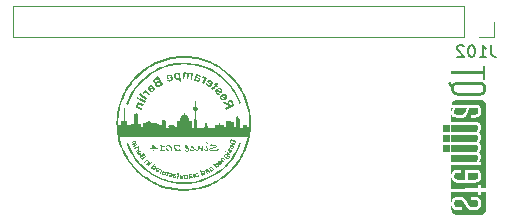
<source format=gbr>
%TF.GenerationSoftware,KiCad,Pcbnew,(6.0.11-0)*%
%TF.CreationDate,2023-01-30T18:53:32-05:00*%
%TF.ProjectId,LCD-StemmaQT,4c43442d-5374-4656-9d6d-6151542e6b69,1.1.0*%
%TF.SameCoordinates,Original*%
%TF.FileFunction,Legend,Bot*%
%TF.FilePolarity,Positive*%
%FSLAX46Y46*%
G04 Gerber Fmt 4.6, Leading zero omitted, Abs format (unit mm)*
G04 Created by KiCad (PCBNEW (6.0.11-0)) date 2023-01-30 18:53:32*
%MOMM*%
%LPD*%
G01*
G04 APERTURE LIST*
%ADD10C,0.000000*%
%ADD11C,0.150000*%
%ADD12C,0.120000*%
%ADD13C,1.440000*%
%ADD14R,1.700000X1.700000*%
%ADD15O,1.700000X1.700000*%
G04 APERTURE END LIST*
D10*
G36*
X152170697Y-97007815D02*
G01*
X152089337Y-97048084D01*
X152020439Y-96908861D01*
X152014213Y-96896528D01*
X152008294Y-96885307D01*
X152005451Y-96880113D01*
X152002684Y-96875196D01*
X151999993Y-96870558D01*
X151997380Y-96866197D01*
X151994844Y-96862114D01*
X151992385Y-96858309D01*
X151990002Y-96854782D01*
X151987697Y-96851532D01*
X151985468Y-96848561D01*
X151983316Y-96845867D01*
X151981242Y-96843451D01*
X151979244Y-96841313D01*
X151977257Y-96839358D01*
X151975218Y-96837504D01*
X151973125Y-96835749D01*
X151970978Y-96834095D01*
X151968779Y-96832540D01*
X151966525Y-96831085D01*
X151964218Y-96829729D01*
X151961857Y-96828474D01*
X151959443Y-96827318D01*
X151956975Y-96826263D01*
X151954453Y-96825307D01*
X151951878Y-96824451D01*
X151949249Y-96823694D01*
X151946565Y-96823038D01*
X151943828Y-96822481D01*
X151941037Y-96822025D01*
X151938230Y-96821667D01*
X151935433Y-96821417D01*
X151932647Y-96821275D01*
X151929871Y-96821240D01*
X151927106Y-96821313D01*
X151924352Y-96821494D01*
X151921608Y-96821782D01*
X151918876Y-96822177D01*
X151916154Y-96822680D01*
X151913443Y-96823289D01*
X151910743Y-96824006D01*
X151908054Y-96824830D01*
X151905376Y-96825761D01*
X151902708Y-96826799D01*
X151900052Y-96827944D01*
X151897408Y-96829195D01*
X151895378Y-96830239D01*
X151893418Y-96831328D01*
X151891526Y-96832462D01*
X151889703Y-96833640D01*
X151887949Y-96834863D01*
X151886264Y-96836131D01*
X151884648Y-96837444D01*
X151883100Y-96838802D01*
X151881622Y-96840205D01*
X151880212Y-96841653D01*
X151878871Y-96843146D01*
X151877599Y-96844684D01*
X151876395Y-96846267D01*
X151875261Y-96847895D01*
X151874195Y-96849569D01*
X151873198Y-96851287D01*
X151872269Y-96853037D01*
X151871417Y-96854812D01*
X151870642Y-96856613D01*
X151869943Y-96858441D01*
X151869321Y-96860294D01*
X151868775Y-96862173D01*
X151868306Y-96864078D01*
X151867913Y-96866008D01*
X151867597Y-96867965D01*
X151867356Y-96869947D01*
X151867192Y-96871954D01*
X151867104Y-96873987D01*
X151867092Y-96876046D01*
X151867155Y-96878131D01*
X151867294Y-96880240D01*
X151867510Y-96882376D01*
X151867851Y-96884651D01*
X151868369Y-96887182D01*
X151869936Y-96893007D01*
X151872209Y-96899852D01*
X151875190Y-96907716D01*
X151878877Y-96916600D01*
X151883271Y-96926503D01*
X151888372Y-96937426D01*
X151894180Y-96949368D01*
X151971835Y-97106266D01*
X151890501Y-97146509D01*
X151795914Y-96955480D01*
X151791707Y-96946802D01*
X151787896Y-96938569D01*
X151784482Y-96930781D01*
X151781464Y-96923439D01*
X151778842Y-96916544D01*
X151776615Y-96910095D01*
X151774782Y-96904095D01*
X151774014Y-96901262D01*
X151773345Y-96898542D01*
X151772759Y-96895880D01*
X151772243Y-96893223D01*
X151771797Y-96890570D01*
X151771421Y-96887921D01*
X151771114Y-96885277D01*
X151770876Y-96882638D01*
X151770708Y-96880003D01*
X151770610Y-96877372D01*
X151770582Y-96874746D01*
X151770624Y-96872125D01*
X151770735Y-96869509D01*
X151770916Y-96866898D01*
X151771167Y-96864291D01*
X151771488Y-96861689D01*
X151771879Y-96859092D01*
X151772340Y-96856500D01*
X151772894Y-96853915D01*
X151773552Y-96851329D01*
X151774315Y-96848743D01*
X151775184Y-96846156D01*
X151776157Y-96843569D01*
X151777236Y-96840981D01*
X151778420Y-96838392D01*
X151779709Y-96835803D01*
X151781103Y-96833213D01*
X151782603Y-96830622D01*
X151784209Y-96828031D01*
X151785920Y-96825439D01*
X151787737Y-96822847D01*
X151789660Y-96820254D01*
X151791689Y-96817661D01*
X151793823Y-96815067D01*
X151796048Y-96812506D01*
X151798345Y-96810003D01*
X151800716Y-96807557D01*
X151803160Y-96805169D01*
X151805678Y-96802839D01*
X151808269Y-96800567D01*
X151810933Y-96798352D01*
X151813671Y-96796195D01*
X151816482Y-96794095D01*
X151819366Y-96792054D01*
X151822325Y-96790070D01*
X151825356Y-96788143D01*
X151828462Y-96786275D01*
X151831641Y-96784463D01*
X151834894Y-96782710D01*
X151838220Y-96781014D01*
X151845875Y-96777478D01*
X151853568Y-96774430D01*
X151861300Y-96771870D01*
X151869072Y-96769797D01*
X151876882Y-96768213D01*
X151884730Y-96767116D01*
X151892617Y-96766507D01*
X151900543Y-96766386D01*
X151908507Y-96766753D01*
X151916510Y-96767607D01*
X151924550Y-96768949D01*
X151932629Y-96770779D01*
X151940746Y-96773096D01*
X151948902Y-96775900D01*
X151957095Y-96779193D01*
X151965326Y-96782972D01*
X151942969Y-96737808D01*
X152018535Y-96700422D01*
X152170697Y-97007815D01*
G37*
G36*
X149032420Y-97373297D02*
G01*
X149034378Y-97362542D01*
X149051762Y-97258031D01*
X149053063Y-97250904D01*
X149054408Y-97244078D01*
X149055797Y-97237554D01*
X149057228Y-97231331D01*
X149058703Y-97225409D01*
X149060221Y-97219788D01*
X149061782Y-97214469D01*
X149063387Y-97209450D01*
X149065034Y-97204733D01*
X149066725Y-97200317D01*
X149068458Y-97196201D01*
X149070235Y-97192387D01*
X149072054Y-97188873D01*
X149073917Y-97185661D01*
X149075822Y-97182749D01*
X149077770Y-97180138D01*
X149079802Y-97177714D01*
X149081959Y-97175375D01*
X149084240Y-97173120D01*
X149086646Y-97170950D01*
X149089177Y-97168863D01*
X149091832Y-97166860D01*
X149094613Y-97164941D01*
X149097518Y-97163106D01*
X149100549Y-97161354D01*
X149103704Y-97159686D01*
X149106984Y-97158102D01*
X149110390Y-97156601D01*
X149113920Y-97155184D01*
X149117576Y-97153849D01*
X149121357Y-97152598D01*
X149125263Y-97151431D01*
X149129346Y-97150381D01*
X149133647Y-97149484D01*
X149138167Y-97148739D01*
X149142905Y-97148147D01*
X149147862Y-97147707D01*
X149153037Y-97147420D01*
X149158431Y-97147285D01*
X149164044Y-97147303D01*
X149169876Y-97147474D01*
X149175927Y-97147797D01*
X149188686Y-97148901D01*
X149202322Y-97150615D01*
X149216835Y-97152939D01*
X149224922Y-97154457D01*
X149232724Y-97156114D01*
X149240239Y-97157910D01*
X149247469Y-97159845D01*
X149254413Y-97161919D01*
X149261071Y-97164132D01*
X149267443Y-97166484D01*
X149273529Y-97168976D01*
X149279329Y-97171606D01*
X149284843Y-97174376D01*
X149290072Y-97177286D01*
X149295015Y-97180334D01*
X149299671Y-97183522D01*
X149304042Y-97186850D01*
X149308127Y-97190317D01*
X149311926Y-97193923D01*
X149315488Y-97197685D01*
X149318862Y-97201619D01*
X149322047Y-97205724D01*
X149325043Y-97210001D01*
X149327850Y-97214450D01*
X149330469Y-97219071D01*
X149332899Y-97223864D01*
X149335140Y-97228828D01*
X149337193Y-97233964D01*
X149339056Y-97239272D01*
X149340731Y-97244751D01*
X149342217Y-97250403D01*
X149343513Y-97256226D01*
X149344621Y-97262221D01*
X149345540Y-97268388D01*
X149346269Y-97274726D01*
X149262581Y-97275097D01*
X149262035Y-97272028D01*
X149261430Y-97269062D01*
X149260766Y-97266199D01*
X149260042Y-97263439D01*
X149259259Y-97260783D01*
X149258416Y-97258229D01*
X149257514Y-97255778D01*
X149256552Y-97253431D01*
X149255532Y-97251187D01*
X149254452Y-97249046D01*
X149253313Y-97247009D01*
X149252115Y-97245075D01*
X149250858Y-97243244D01*
X149249542Y-97241517D01*
X149248167Y-97239893D01*
X149246732Y-97238373D01*
X149245222Y-97236939D01*
X149243616Y-97235563D01*
X149241915Y-97234245D01*
X149240120Y-97232986D01*
X149238230Y-97231785D01*
X149236244Y-97230643D01*
X149234164Y-97229559D01*
X149231989Y-97228534D01*
X149229719Y-97227567D01*
X149227354Y-97226659D01*
X149224895Y-97225810D01*
X149222340Y-97225019D01*
X149219690Y-97224287D01*
X149216946Y-97223614D01*
X149214107Y-97223000D01*
X149211173Y-97222444D01*
X149206838Y-97221724D01*
X149202665Y-97221121D01*
X149198653Y-97220635D01*
X149194802Y-97220267D01*
X149191113Y-97220015D01*
X149187585Y-97219881D01*
X149184219Y-97219864D01*
X149181014Y-97219964D01*
X149177971Y-97220181D01*
X149175089Y-97220516D01*
X149172369Y-97220968D01*
X149169810Y-97221537D01*
X149167413Y-97222223D01*
X149165178Y-97223026D01*
X149163105Y-97223947D01*
X149161193Y-97224985D01*
X149159402Y-97226143D01*
X149157691Y-97227434D01*
X149156058Y-97228859D01*
X149154505Y-97230417D01*
X149153031Y-97232108D01*
X149151636Y-97233932D01*
X149150319Y-97235889D01*
X149149082Y-97237979D01*
X149147923Y-97240202D01*
X149146843Y-97242559D01*
X149145842Y-97245048D01*
X149144919Y-97247670D01*
X149144075Y-97250425D01*
X149143309Y-97253313D01*
X149142621Y-97256333D01*
X149142011Y-97259487D01*
X149140450Y-97268377D01*
X149146642Y-97272119D01*
X149154028Y-97276121D01*
X149162608Y-97280383D01*
X149172382Y-97284906D01*
X149183350Y-97289690D01*
X149195513Y-97294734D01*
X149208870Y-97300038D01*
X149223423Y-97305603D01*
X149234296Y-97309857D01*
X149244472Y-97314087D01*
X149253950Y-97318291D01*
X149262730Y-97322471D01*
X149270812Y-97326626D01*
X149274591Y-97328694D01*
X149278196Y-97330756D01*
X149281625Y-97332811D01*
X149284880Y-97334861D01*
X149287960Y-97336904D01*
X149290865Y-97338941D01*
X149293633Y-97341009D01*
X149296301Y-97343143D01*
X149298869Y-97345344D01*
X149301337Y-97347612D01*
X149303706Y-97349947D01*
X149305974Y-97352349D01*
X149308142Y-97354818D01*
X149310210Y-97357353D01*
X149312177Y-97359955D01*
X149314045Y-97362623D01*
X149315812Y-97365358D01*
X149317479Y-97368160D01*
X149319046Y-97371028D01*
X149320513Y-97373963D01*
X149321879Y-97376964D01*
X149323145Y-97380031D01*
X149324303Y-97383151D01*
X149325346Y-97386301D01*
X149326275Y-97389481D01*
X149327088Y-97392691D01*
X149327786Y-97395930D01*
X149328370Y-97399198D01*
X149328838Y-97402497D01*
X149329191Y-97405824D01*
X149329428Y-97409182D01*
X149329550Y-97412568D01*
X149329557Y-97415984D01*
X149329448Y-97419429D01*
X149329223Y-97422904D01*
X149328883Y-97426408D01*
X149328426Y-97429941D01*
X149327854Y-97433503D01*
X149326795Y-97438831D01*
X149325521Y-97444002D01*
X149324034Y-97449014D01*
X149322332Y-97453868D01*
X149320417Y-97458563D01*
X149318287Y-97463101D01*
X149315943Y-97467481D01*
X149313385Y-97471702D01*
X149310612Y-97475766D01*
X149307626Y-97479671D01*
X149304425Y-97483418D01*
X149301009Y-97487007D01*
X149297380Y-97490438D01*
X149293535Y-97493710D01*
X149289477Y-97496825D01*
X149285204Y-97499781D01*
X149280756Y-97502533D01*
X149276176Y-97505032D01*
X149271462Y-97507280D01*
X149266614Y-97509277D01*
X149261633Y-97511022D01*
X149256518Y-97512515D01*
X149251269Y-97513756D01*
X149245887Y-97514747D01*
X149240370Y-97515485D01*
X149234719Y-97515973D01*
X149228935Y-97516209D01*
X149223016Y-97516193D01*
X149216962Y-97515927D01*
X149210775Y-97515409D01*
X149204453Y-97514640D01*
X149197997Y-97513619D01*
X149194322Y-97512928D01*
X149190689Y-97512156D01*
X149187099Y-97511301D01*
X149183551Y-97510364D01*
X149180045Y-97509346D01*
X149176582Y-97508245D01*
X149173161Y-97507062D01*
X149169782Y-97505797D01*
X149166446Y-97504450D01*
X149163153Y-97503021D01*
X149159902Y-97501510D01*
X149156693Y-97499916D01*
X149153528Y-97498240D01*
X149150404Y-97496482D01*
X149147324Y-97494641D01*
X149144286Y-97492718D01*
X149141290Y-97490712D01*
X149138335Y-97488624D01*
X149135419Y-97486453D01*
X149132544Y-97484199D01*
X149129709Y-97481863D01*
X149126915Y-97479444D01*
X149124160Y-97476943D01*
X149121446Y-97474358D01*
X149118773Y-97471691D01*
X149116139Y-97468941D01*
X149113546Y-97466109D01*
X149110994Y-97463193D01*
X149108481Y-97460195D01*
X149106009Y-97457113D01*
X149103577Y-97453949D01*
X149101186Y-97450701D01*
X149100348Y-97452214D01*
X149099228Y-97454372D01*
X149097830Y-97457175D01*
X149096159Y-97460623D01*
X149094163Y-97464649D01*
X149092265Y-97468413D01*
X149090464Y-97471915D01*
X149088760Y-97475155D01*
X149087155Y-97478136D01*
X149085648Y-97480856D01*
X149084239Y-97483318D01*
X149082930Y-97485520D01*
X148994479Y-97469962D01*
X148998362Y-97464463D01*
X149001995Y-97459018D01*
X149005377Y-97453627D01*
X149008509Y-97448290D01*
X149011390Y-97443006D01*
X149014020Y-97437775D01*
X149016400Y-97432597D01*
X149018530Y-97427471D01*
X149020531Y-97421994D01*
X149022528Y-97415763D01*
X149024519Y-97408778D01*
X149026504Y-97401039D01*
X149028482Y-97392546D01*
X149030439Y-97383373D01*
X149122606Y-97383373D01*
X149122652Y-97385273D01*
X149122752Y-97387017D01*
X149122908Y-97388603D01*
X149123208Y-97390887D01*
X149123602Y-97393144D01*
X149124091Y-97395374D01*
X149124674Y-97397578D01*
X149125351Y-97399754D01*
X149126122Y-97401905D01*
X149126988Y-97404028D01*
X149127948Y-97406125D01*
X149129002Y-97408195D01*
X149130151Y-97410239D01*
X149131394Y-97412256D01*
X149132731Y-97414246D01*
X149134162Y-97416210D01*
X149135687Y-97418146D01*
X149137307Y-97420057D01*
X149139021Y-97421940D01*
X149141437Y-97424350D01*
X149143892Y-97426639D01*
X149146386Y-97428806D01*
X149148918Y-97430851D01*
X149151490Y-97432775D01*
X149154101Y-97434578D01*
X149156751Y-97436260D01*
X149159441Y-97437820D01*
X149162169Y-97439259D01*
X149164936Y-97440576D01*
X149167742Y-97441773D01*
X149170588Y-97442848D01*
X149173472Y-97443802D01*
X149176396Y-97444636D01*
X149179358Y-97445348D01*
X149182360Y-97445939D01*
X149185043Y-97446357D01*
X149187686Y-97446657D01*
X149190287Y-97446840D01*
X149192847Y-97446906D01*
X149195367Y-97446855D01*
X149197845Y-97446686D01*
X149200283Y-97446399D01*
X149202680Y-97445996D01*
X149205036Y-97445474D01*
X149207350Y-97444835D01*
X149209624Y-97444079D01*
X149211857Y-97443204D01*
X149214050Y-97442213D01*
X149216201Y-97441103D01*
X149218311Y-97439876D01*
X149220380Y-97438531D01*
X149222379Y-97437098D01*
X149224275Y-97435606D01*
X149226069Y-97434056D01*
X149227762Y-97432447D01*
X149229352Y-97430780D01*
X149230841Y-97429054D01*
X149232227Y-97427270D01*
X149233511Y-97425426D01*
X149234692Y-97423524D01*
X149235772Y-97421563D01*
X149236748Y-97419543D01*
X149237623Y-97417464D01*
X149238394Y-97415325D01*
X149239063Y-97413127D01*
X149239629Y-97410870D01*
X149240093Y-97408553D01*
X149240441Y-97406181D01*
X149240643Y-97403838D01*
X149240699Y-97401523D01*
X149240609Y-97399236D01*
X149240372Y-97396977D01*
X149239989Y-97394746D01*
X149239460Y-97392544D01*
X149238786Y-97390369D01*
X149237965Y-97388223D01*
X149236998Y-97386104D01*
X149235885Y-97384013D01*
X149234626Y-97381950D01*
X149233221Y-97379914D01*
X149231671Y-97377906D01*
X149229975Y-97375925D01*
X149228133Y-97373972D01*
X149226768Y-97372747D01*
X149225202Y-97371485D01*
X149223436Y-97370185D01*
X149221469Y-97368847D01*
X149216934Y-97366058D01*
X149211596Y-97363117D01*
X149205454Y-97360025D01*
X149198508Y-97356782D01*
X149190757Y-97353388D01*
X149182201Y-97349841D01*
X149173549Y-97346309D01*
X149165512Y-97342956D01*
X149158091Y-97339781D01*
X149151284Y-97336784D01*
X149145093Y-97333967D01*
X149139517Y-97331327D01*
X149134556Y-97328867D01*
X149130210Y-97326585D01*
X149127089Y-97344418D01*
X149125783Y-97352132D01*
X149124702Y-97359221D01*
X149123845Y-97365684D01*
X149123212Y-97371521D01*
X149122803Y-97376732D01*
X149122682Y-97379102D01*
X149122616Y-97381316D01*
X149122606Y-97383373D01*
X149030439Y-97383373D01*
X149030454Y-97383299D01*
X149032420Y-97373297D01*
G37*
G36*
X148789165Y-95172490D02*
G01*
X148789085Y-95172480D01*
X148788342Y-95172427D01*
X148789480Y-95172427D01*
X148789165Y-95172490D01*
G37*
G36*
X147951590Y-96741797D02*
G01*
X147955565Y-96741998D01*
X147959498Y-96742326D01*
X147963391Y-96742783D01*
X147967241Y-96743367D01*
X147971050Y-96744080D01*
X147974818Y-96744920D01*
X147978544Y-96745889D01*
X147982228Y-96746986D01*
X147985871Y-96748210D01*
X147989473Y-96749563D01*
X147993032Y-96751043D01*
X147996551Y-96752651D01*
X147998991Y-96753867D01*
X148001362Y-96755146D01*
X148003662Y-96756486D01*
X148005892Y-96757888D01*
X148008052Y-96759352D01*
X148010142Y-96760878D01*
X148012162Y-96762465D01*
X148014112Y-96764114D01*
X148015992Y-96765824D01*
X148017802Y-96767595D01*
X148019541Y-96769428D01*
X148021211Y-96771321D01*
X148022811Y-96773276D01*
X148024340Y-96775292D01*
X148025800Y-96777369D01*
X148027189Y-96779506D01*
X148028519Y-96781769D01*
X148029801Y-96784213D01*
X148031034Y-96786837D01*
X148032219Y-96789642D01*
X148033355Y-96792627D01*
X148034442Y-96795793D01*
X148035480Y-96799140D01*
X148036469Y-96802667D01*
X148038301Y-96810264D01*
X148039936Y-96818585D01*
X148041375Y-96827629D01*
X148042615Y-96837397D01*
X148063702Y-96793423D01*
X148139716Y-96829830D01*
X147991524Y-97139154D01*
X147909662Y-97099943D01*
X147955434Y-97004428D01*
X147964377Y-96985489D01*
X147972296Y-96968139D01*
X147979189Y-96952379D01*
X147985058Y-96938210D01*
X147989900Y-96925630D01*
X147991937Y-96919936D01*
X147993717Y-96914640D01*
X147995240Y-96909741D01*
X147996507Y-96905240D01*
X147997517Y-96901137D01*
X147998271Y-96897431D01*
X147998852Y-96893978D01*
X147999336Y-96890627D01*
X147999722Y-96887375D01*
X148000012Y-96884224D01*
X148000203Y-96881173D01*
X148000298Y-96878223D01*
X148000295Y-96875373D01*
X148000195Y-96872623D01*
X147999997Y-96869973D01*
X147999702Y-96867423D01*
X147999310Y-96864973D01*
X147998821Y-96862624D01*
X147998234Y-96860374D01*
X147997549Y-96858224D01*
X147996768Y-96856175D01*
X147995889Y-96854225D01*
X147994923Y-96852352D01*
X147993881Y-96850533D01*
X147992763Y-96848770D01*
X147991568Y-96847060D01*
X147990297Y-96845406D01*
X147988950Y-96843805D01*
X147987527Y-96842259D01*
X147986027Y-96840767D01*
X147984451Y-96839330D01*
X147982798Y-96837946D01*
X147981070Y-96836617D01*
X147979265Y-96835342D01*
X147977384Y-96834121D01*
X147975426Y-96832954D01*
X147973392Y-96831841D01*
X147971282Y-96830782D01*
X147969028Y-96829768D01*
X147966701Y-96828846D01*
X147964301Y-96828019D01*
X147961827Y-96827285D01*
X147959280Y-96826645D01*
X147956660Y-96826098D01*
X147953967Y-96825645D01*
X147951201Y-96825286D01*
X147948361Y-96825020D01*
X147945448Y-96824848D01*
X147942463Y-96824770D01*
X147939403Y-96824785D01*
X147936271Y-96824894D01*
X147933066Y-96825096D01*
X147929787Y-96825392D01*
X147926435Y-96825782D01*
X147935273Y-96742279D01*
X147939415Y-96741966D01*
X147943514Y-96741782D01*
X147947573Y-96741725D01*
X147951590Y-96741797D01*
G37*
G36*
X147184993Y-96232559D02*
G01*
X146963405Y-96494391D01*
X146894138Y-96435760D01*
X147115726Y-96173927D01*
X147184993Y-96232559D01*
G37*
G36*
X147517681Y-96323285D02*
G01*
X147422140Y-96464546D01*
X147429780Y-96462725D01*
X147437312Y-96461281D01*
X147444735Y-96460215D01*
X147452049Y-96459526D01*
X147459255Y-96459214D01*
X147466352Y-96459279D01*
X147473340Y-96459721D01*
X147480220Y-96460541D01*
X147486990Y-96461738D01*
X147493652Y-96463312D01*
X147500204Y-96465264D01*
X147506648Y-96467593D01*
X147512983Y-96470300D01*
X147519209Y-96473384D01*
X147525326Y-96476846D01*
X147531333Y-96480686D01*
X147537653Y-96485171D01*
X147543634Y-96489855D01*
X147549276Y-96494738D01*
X147554580Y-96499820D01*
X147559545Y-96505101D01*
X147564171Y-96510582D01*
X147568458Y-96516261D01*
X147572407Y-96522139D01*
X147576016Y-96528217D01*
X147579287Y-96534493D01*
X147582218Y-96540969D01*
X147584811Y-96547644D01*
X147587064Y-96554517D01*
X147588979Y-96561590D01*
X147590554Y-96568862D01*
X147591790Y-96576332D01*
X147592638Y-96583948D01*
X147593037Y-96591655D01*
X147592987Y-96599454D01*
X147592489Y-96607344D01*
X147591543Y-96615325D01*
X147590148Y-96623397D01*
X147588305Y-96631561D01*
X147586013Y-96639816D01*
X147583272Y-96648163D01*
X147580083Y-96656601D01*
X147576445Y-96665130D01*
X147572358Y-96673752D01*
X147567822Y-96682464D01*
X147562837Y-96691269D01*
X147557404Y-96700165D01*
X147551521Y-96709153D01*
X147545495Y-96717765D01*
X147539360Y-96725950D01*
X147533117Y-96733707D01*
X147526766Y-96741037D01*
X147520308Y-96747939D01*
X147513741Y-96754414D01*
X147507067Y-96760462D01*
X147500285Y-96766082D01*
X147493394Y-96771274D01*
X147486396Y-96776039D01*
X147479290Y-96780376D01*
X147472076Y-96784286D01*
X147464754Y-96787768D01*
X147457325Y-96790822D01*
X147449787Y-96793448D01*
X147442142Y-96795646D01*
X147434492Y-96797434D01*
X147426941Y-96798841D01*
X147419488Y-96799865D01*
X147412134Y-96800507D01*
X147404878Y-96800767D01*
X147397721Y-96800645D01*
X147390663Y-96800140D01*
X147383703Y-96799254D01*
X147376842Y-96797985D01*
X147370079Y-96796334D01*
X147363415Y-96794300D01*
X147356850Y-96791884D01*
X147350383Y-96789085D01*
X147344014Y-96785904D01*
X147337745Y-96782341D01*
X147331574Y-96778395D01*
X147328596Y-96776310D01*
X147325684Y-96774136D01*
X147322838Y-96771870D01*
X147320059Y-96769515D01*
X147317347Y-96767068D01*
X147314700Y-96764531D01*
X147312120Y-96761904D01*
X147309607Y-96759186D01*
X147307159Y-96756378D01*
X147304778Y-96753479D01*
X147302464Y-96750489D01*
X147300216Y-96747409D01*
X147298034Y-96744238D01*
X147295918Y-96740977D01*
X147293869Y-96737625D01*
X147291886Y-96734183D01*
X147289989Y-96730663D01*
X147288206Y-96727079D01*
X147286538Y-96723430D01*
X147284985Y-96719717D01*
X147283547Y-96715940D01*
X147282224Y-96712098D01*
X147281016Y-96708192D01*
X147279923Y-96704222D01*
X147278945Y-96700188D01*
X147278082Y-96696089D01*
X147277334Y-96691927D01*
X147276701Y-96687700D01*
X147276183Y-96683409D01*
X147275781Y-96679055D01*
X147275494Y-96674636D01*
X147275322Y-96670153D01*
X147247093Y-96711905D01*
X147177268Y-96664677D01*
X147191355Y-96643844D01*
X147320814Y-96643844D01*
X147320839Y-96648252D01*
X147321122Y-96652585D01*
X147321618Y-96656816D01*
X147322291Y-96660915D01*
X147323141Y-96664882D01*
X147324169Y-96668719D01*
X147325373Y-96672424D01*
X147326756Y-96675998D01*
X147328315Y-96679440D01*
X147330052Y-96682751D01*
X147331966Y-96685932D01*
X147334058Y-96688981D01*
X147336327Y-96691898D01*
X147338773Y-96694685D01*
X147341397Y-96697341D01*
X147344198Y-96699866D01*
X147347176Y-96702260D01*
X147350332Y-96704523D01*
X147354436Y-96707128D01*
X147358582Y-96709427D01*
X147362770Y-96711419D01*
X147367001Y-96713106D01*
X147371274Y-96714485D01*
X147375589Y-96715559D01*
X147379947Y-96716326D01*
X147384347Y-96716787D01*
X147388790Y-96716941D01*
X147393275Y-96716789D01*
X147397803Y-96716331D01*
X147402373Y-96715567D01*
X147406986Y-96714496D01*
X147411642Y-96713118D01*
X147416340Y-96711435D01*
X147421082Y-96709445D01*
X147424388Y-96707835D01*
X147427729Y-96705962D01*
X147431105Y-96703826D01*
X147434516Y-96701427D01*
X147437961Y-96698766D01*
X147441441Y-96695841D01*
X147444956Y-96692654D01*
X147448506Y-96689204D01*
X147452090Y-96685490D01*
X147455709Y-96681514D01*
X147459363Y-96677275D01*
X147463051Y-96672773D01*
X147466774Y-96668008D01*
X147470532Y-96662980D01*
X147474325Y-96657689D01*
X147478152Y-96652136D01*
X147481603Y-96646886D01*
X147484801Y-96641705D01*
X147487747Y-96636593D01*
X147490441Y-96631549D01*
X147492882Y-96626573D01*
X147495071Y-96621666D01*
X147497007Y-96616827D01*
X147498691Y-96612058D01*
X147500123Y-96607357D01*
X147501302Y-96602725D01*
X147502229Y-96598162D01*
X147502903Y-96593668D01*
X147503325Y-96589244D01*
X147503494Y-96584888D01*
X147503412Y-96580602D01*
X147503076Y-96576385D01*
X147502525Y-96572263D01*
X147501794Y-96568260D01*
X147500882Y-96564378D01*
X147499791Y-96560615D01*
X147498520Y-96556972D01*
X147497068Y-96553449D01*
X147495436Y-96550045D01*
X147493624Y-96546762D01*
X147491631Y-96543599D01*
X147489458Y-96540555D01*
X147487104Y-96537632D01*
X147484569Y-96534829D01*
X147481854Y-96532146D01*
X147478958Y-96529583D01*
X147475881Y-96527141D01*
X147472623Y-96524819D01*
X147469161Y-96522597D01*
X147465663Y-96520597D01*
X147462129Y-96518817D01*
X147458558Y-96517258D01*
X147454950Y-96515920D01*
X147451306Y-96514802D01*
X147447625Y-96513905D01*
X147443908Y-96513229D01*
X147440154Y-96512774D01*
X147436364Y-96512540D01*
X147432537Y-96512526D01*
X147428673Y-96512733D01*
X147424773Y-96513161D01*
X147420836Y-96513810D01*
X147416863Y-96514679D01*
X147412853Y-96515769D01*
X147408821Y-96517124D01*
X147404783Y-96518786D01*
X147400738Y-96520755D01*
X147396686Y-96523032D01*
X147392627Y-96525617D01*
X147388561Y-96528509D01*
X147384488Y-96531709D01*
X147380409Y-96535216D01*
X147376323Y-96539031D01*
X147372230Y-96543154D01*
X147368130Y-96547584D01*
X147364023Y-96552322D01*
X147359909Y-96557367D01*
X147355788Y-96562720D01*
X147351661Y-96568380D01*
X147347527Y-96574348D01*
X147343945Y-96579793D01*
X147340620Y-96585164D01*
X147337553Y-96590461D01*
X147334743Y-96595685D01*
X147332191Y-96600834D01*
X147329896Y-96605909D01*
X147327859Y-96610911D01*
X147326079Y-96615838D01*
X147324558Y-96620691D01*
X147323293Y-96625470D01*
X147322287Y-96630175D01*
X147321538Y-96634806D01*
X147321047Y-96639362D01*
X147320814Y-96643844D01*
X147191355Y-96643844D01*
X147442486Y-96272458D01*
X147517681Y-96323285D01*
G37*
G36*
X151245792Y-94795845D02*
G01*
X151248312Y-94796525D01*
X151250752Y-94797285D01*
X151253111Y-94798125D01*
X151255391Y-94799045D01*
X151257591Y-94800045D01*
X151259711Y-94801125D01*
X151261751Y-94802285D01*
X151263711Y-94803525D01*
X151265591Y-94804845D01*
X151267391Y-94806245D01*
X151269111Y-94807725D01*
X151270750Y-94809284D01*
X151272310Y-94810924D01*
X151273790Y-94812644D01*
X151275190Y-94814444D01*
X151276510Y-94816324D01*
X151278786Y-94818599D01*
X151285612Y-94828839D01*
X151288132Y-94829332D01*
X151290571Y-94829958D01*
X151292931Y-94830718D01*
X151295211Y-94831612D01*
X151297411Y-94832638D01*
X151299531Y-94833798D01*
X151301571Y-94835092D01*
X151303531Y-94836518D01*
X151305411Y-94838078D01*
X151307211Y-94839772D01*
X151308930Y-94841598D01*
X151310570Y-94843558D01*
X151312130Y-94845651D01*
X151313610Y-94847878D01*
X151315010Y-94850238D01*
X151316330Y-94852731D01*
X151317697Y-94852857D01*
X151319023Y-94853024D01*
X151320309Y-94853230D01*
X151321554Y-94853475D01*
X151322759Y-94853760D01*
X151323922Y-94854083D01*
X151325044Y-94854445D01*
X151326125Y-94854846D01*
X151327164Y-94855285D01*
X151328161Y-94855762D01*
X151329116Y-94856277D01*
X151330029Y-94856830D01*
X151330899Y-94857421D01*
X151331727Y-94858048D01*
X151332512Y-94858713D01*
X151333253Y-94859414D01*
X151333952Y-94860153D01*
X151334606Y-94860927D01*
X151335217Y-94861738D01*
X151335784Y-94862585D01*
X151336307Y-94863468D01*
X151336786Y-94864387D01*
X151337219Y-94865340D01*
X151337609Y-94866330D01*
X151337953Y-94867354D01*
X151338252Y-94868412D01*
X151338505Y-94869506D01*
X151338713Y-94870634D01*
X151338875Y-94871796D01*
X151338991Y-94872992D01*
X151339061Y-94874221D01*
X151339084Y-94875485D01*
X151339082Y-94875913D01*
X151339066Y-94876356D01*
X151339049Y-94876586D01*
X151339024Y-94876824D01*
X151338989Y-94877073D01*
X151338942Y-94877333D01*
X151338881Y-94877607D01*
X151338806Y-94877896D01*
X151338714Y-94878201D01*
X151338604Y-94878525D01*
X151338474Y-94878868D01*
X151338322Y-94879234D01*
X151338147Y-94879623D01*
X151337946Y-94880036D01*
X151337946Y-94885725D01*
X151353874Y-94901652D01*
X151353874Y-94909616D01*
X151355013Y-94915305D01*
X151359563Y-94919855D01*
X151361839Y-94934646D01*
X151378904Y-94940335D01*
X151378904Y-94951711D01*
X151389143Y-94971052D01*
X151403934Y-94988118D01*
X151405259Y-94992756D01*
X151406209Y-94993807D01*
X151406209Y-94994069D01*
X151413035Y-95001770D01*
X151423274Y-95008596D01*
X151427825Y-95019973D01*
X151446029Y-95033627D01*
X151446029Y-95043865D01*
X151449442Y-95048416D01*
X151464232Y-95062068D01*
X151460819Y-95065482D01*
X151461846Y-95066148D01*
X151462797Y-95066868D01*
X151463674Y-95067642D01*
X151464481Y-95068468D01*
X151465222Y-95069349D01*
X151465899Y-95070282D01*
X151466516Y-95071269D01*
X151467076Y-95072309D01*
X151467584Y-95073402D01*
X151468041Y-95074548D01*
X151468451Y-95075748D01*
X151468818Y-95077002D01*
X151469146Y-95078308D01*
X151469436Y-95079668D01*
X151469693Y-95081081D01*
X151469920Y-95082548D01*
X151471361Y-95083241D01*
X151472696Y-95084039D01*
X151473928Y-95084940D01*
X151475058Y-95085943D01*
X151476088Y-95087046D01*
X151477020Y-95088248D01*
X151477855Y-95089546D01*
X151478595Y-95090939D01*
X151479242Y-95092425D01*
X151479797Y-95094003D01*
X151480263Y-95095671D01*
X151480640Y-95097427D01*
X151480930Y-95099270D01*
X151481135Y-95101198D01*
X151481257Y-95103209D01*
X151481297Y-95105302D01*
X151500639Y-95124643D01*
X151506328Y-95113265D01*
X151506328Y-95103026D01*
X151502915Y-95092787D01*
X151493813Y-95068895D01*
X151500639Y-95056380D01*
X151499501Y-95043865D01*
X151492675Y-95031351D01*
X151499501Y-95010872D01*
X151490399Y-94998358D01*
X151490399Y-94979016D01*
X151493813Y-94955124D01*
X151485848Y-94933508D01*
X151490399Y-94888000D01*
X151486986Y-94864108D01*
X151494950Y-94850456D01*
X151494950Y-94840216D01*
X151495004Y-94837083D01*
X151495164Y-94834081D01*
X151495430Y-94831209D01*
X151495803Y-94828466D01*
X151496283Y-94825849D01*
X151496870Y-94823357D01*
X151497563Y-94820988D01*
X151498363Y-94818742D01*
X151499270Y-94816615D01*
X151499763Y-94815596D01*
X151500283Y-94814606D01*
X151500830Y-94813646D01*
X151501403Y-94812714D01*
X151502003Y-94811812D01*
X151502630Y-94810938D01*
X151503283Y-94810092D01*
X151503963Y-94809274D01*
X151504670Y-94808484D01*
X151505403Y-94807722D01*
X151506163Y-94806988D01*
X151506950Y-94806281D01*
X151507763Y-94805600D01*
X151508603Y-94804947D01*
X151510390Y-94803881D01*
X151512338Y-94802818D01*
X151514450Y-94801762D01*
X151516727Y-94800716D01*
X151521782Y-94798668D01*
X151527517Y-94796699D01*
X151533946Y-94794837D01*
X151541081Y-94793108D01*
X151548936Y-94791539D01*
X151557524Y-94790157D01*
X151578003Y-94824288D01*
X151573451Y-94855006D01*
X151576865Y-94873209D01*
X151575728Y-94885725D01*
X151579140Y-94922131D01*
X151573451Y-94931233D01*
X151573451Y-94935784D01*
X151573555Y-94935893D01*
X151573652Y-94936010D01*
X151573742Y-94936132D01*
X151573827Y-94936259D01*
X151573906Y-94936391D01*
X151573979Y-94936528D01*
X151574109Y-94936815D01*
X151574220Y-94937114D01*
X151574312Y-94937423D01*
X151574387Y-94937740D01*
X151574447Y-94938059D01*
X151574494Y-94938378D01*
X151574530Y-94938695D01*
X151574555Y-94939004D01*
X151574572Y-94939303D01*
X151574587Y-94939859D01*
X151574590Y-94940335D01*
X151574538Y-94941297D01*
X151574394Y-94942485D01*
X151573878Y-94945596D01*
X151573150Y-94949774D01*
X151572739Y-94952295D01*
X151572315Y-94955124D01*
X151576865Y-94989256D01*
X151575728Y-95007459D01*
X151572315Y-95015423D01*
X151581415Y-95031351D01*
X151576865Y-95035902D01*
X151579140Y-95062068D01*
X151587105Y-95077997D01*
X151582553Y-95092787D01*
X151591655Y-95106439D01*
X151579140Y-95133745D01*
X151580278Y-95148535D01*
X151582553Y-95150810D01*
X151580278Y-95165601D01*
X151585967Y-95192906D01*
X151568901Y-95221348D01*
X151566955Y-95224442D01*
X151564955Y-95227325D01*
X151562902Y-95230002D01*
X151560795Y-95232476D01*
X151558635Y-95234750D01*
X151556422Y-95236827D01*
X151554156Y-95238711D01*
X151551836Y-95240405D01*
X151549463Y-95241912D01*
X151547036Y-95243236D01*
X151544556Y-95244379D01*
X151542023Y-95245347D01*
X151539436Y-95246140D01*
X151536797Y-95246764D01*
X151534103Y-95247221D01*
X151531357Y-95247515D01*
X151518842Y-95244102D01*
X151515322Y-95242995D01*
X151512013Y-95241809D01*
X151508915Y-95240542D01*
X151506025Y-95239196D01*
X151503341Y-95237769D01*
X151502077Y-95237026D01*
X151500863Y-95236263D01*
X151499700Y-95235479D01*
X151498588Y-95234676D01*
X151497526Y-95233853D01*
X151496514Y-95233010D01*
X151495553Y-95232146D01*
X151494641Y-95231263D01*
X151493778Y-95230360D01*
X151492965Y-95229437D01*
X151492202Y-95228493D01*
X151491487Y-95227530D01*
X151490821Y-95226547D01*
X151490203Y-95225544D01*
X151489634Y-95224520D01*
X151489113Y-95223477D01*
X151488640Y-95222414D01*
X151488215Y-95221331D01*
X151487837Y-95220228D01*
X151487506Y-95219104D01*
X151487223Y-95217961D01*
X151486986Y-95216798D01*
X151484461Y-95214256D01*
X151483266Y-95213018D01*
X151482151Y-95211820D01*
X151481631Y-95211240D01*
X151481142Y-95210675D01*
X151480686Y-95210127D01*
X151480267Y-95209598D01*
X151479887Y-95209088D01*
X151479551Y-95208600D01*
X151479262Y-95208135D01*
X151479022Y-95207695D01*
X151476945Y-95205558D01*
X151475950Y-95204480D01*
X151474987Y-95203393D01*
X151474057Y-95202293D01*
X151473163Y-95201176D01*
X151472305Y-95200039D01*
X151471485Y-95198878D01*
X151470705Y-95197691D01*
X151469967Y-95196474D01*
X151469273Y-95195223D01*
X151468623Y-95193936D01*
X151468020Y-95192609D01*
X151467465Y-95191239D01*
X151466961Y-95189822D01*
X151466508Y-95188355D01*
X151465387Y-95187635D01*
X151464157Y-95186759D01*
X151461353Y-95184550D01*
X151458068Y-95181755D01*
X151454277Y-95178400D01*
X151445069Y-95170116D01*
X151439598Y-95165240D01*
X151433514Y-95159912D01*
X151423274Y-95143984D01*
X151421781Y-95143264D01*
X151420290Y-95142384D01*
X151418802Y-95141344D01*
X151417319Y-95140144D01*
X151415843Y-95138784D01*
X151414375Y-95137264D01*
X151412917Y-95135584D01*
X151411471Y-95133745D01*
X151410038Y-95131745D01*
X151408620Y-95129585D01*
X151407219Y-95127265D01*
X151405836Y-95124785D01*
X151404473Y-95122145D01*
X151403132Y-95119345D01*
X151401813Y-95116385D01*
X151400520Y-95113265D01*
X151398245Y-95110990D01*
X151395565Y-95110071D01*
X151393070Y-95109019D01*
X151390758Y-95107838D01*
X151389670Y-95107199D01*
X151388628Y-95106528D01*
X151387630Y-95105826D01*
X151386677Y-95105092D01*
X151385769Y-95104327D01*
X151384906Y-95103531D01*
X151384086Y-95102704D01*
X151383310Y-95101846D01*
X151382578Y-95100958D01*
X151381890Y-95100040D01*
X151381245Y-95099092D01*
X151380643Y-95098114D01*
X151380084Y-95097106D01*
X151379568Y-95096069D01*
X151379094Y-95095003D01*
X151378663Y-95093908D01*
X151377926Y-95091632D01*
X151377356Y-95089242D01*
X151376950Y-95086741D01*
X151376708Y-95084130D01*
X151376628Y-95081410D01*
X151366390Y-95071171D01*
X151355013Y-95068895D01*
X151345910Y-95057518D01*
X151329982Y-95022250D01*
X151331120Y-95016561D01*
X151322019Y-95007459D01*
X151309504Y-94989256D01*
X151301540Y-94973327D01*
X151288158Y-94951711D01*
X151368665Y-94951711D01*
X151370371Y-94953847D01*
X151372931Y-94956849D01*
X151376344Y-94960731D01*
X151380611Y-94965506D01*
X151394611Y-94980984D01*
X151405360Y-94993112D01*
X151406209Y-94996082D01*
X151406209Y-94994069D01*
X151405360Y-94993112D01*
X151405259Y-94992756D01*
X151394611Y-94980984D01*
X151368665Y-94951711D01*
X151288158Y-94951711D01*
X151286749Y-94949436D01*
X151245792Y-94906203D01*
X151235552Y-94892551D01*
X151229864Y-94900514D01*
X151227589Y-94906203D01*
X151227535Y-94909720D01*
X151227375Y-94913438D01*
X151227109Y-94917342D01*
X151226735Y-94921420D01*
X151226255Y-94925657D01*
X151225669Y-94930041D01*
X151224975Y-94934559D01*
X151224175Y-94939197D01*
X151207111Y-95037039D01*
X151195733Y-95051830D01*
X151198008Y-95077997D01*
X151187769Y-95099613D01*
X151180943Y-95120092D01*
X151178668Y-95122368D01*
X151170703Y-95136020D01*
X151170703Y-95139433D01*
X151170623Y-95141180D01*
X151170385Y-95143004D01*
X151169991Y-95144905D01*
X151169441Y-95146882D01*
X151168738Y-95148931D01*
X151167883Y-95151052D01*
X151166879Y-95153244D01*
X151165726Y-95155503D01*
X151164426Y-95157829D01*
X151162981Y-95160221D01*
X151161394Y-95162675D01*
X151159664Y-95165191D01*
X151157794Y-95167768D01*
X151155786Y-95170402D01*
X151153642Y-95173094D01*
X151151362Y-95175840D01*
X151150482Y-95178120D01*
X151149549Y-95180269D01*
X151148562Y-95182287D01*
X151147522Y-95184177D01*
X151146429Y-95185941D01*
X151145282Y-95187579D01*
X151144082Y-95189094D01*
X151142829Y-95190488D01*
X151141523Y-95191761D01*
X151140163Y-95192916D01*
X151138750Y-95193955D01*
X151137283Y-95194878D01*
X151135763Y-95195689D01*
X151134190Y-95196387D01*
X151132564Y-95196976D01*
X151130884Y-95197456D01*
X151129991Y-95198510D01*
X151129019Y-95199540D01*
X151127971Y-95200551D01*
X151126848Y-95201544D01*
X151125652Y-95202525D01*
X151124384Y-95203495D01*
X151123046Y-95204459D01*
X151121640Y-95205420D01*
X151118629Y-95207344D01*
X151115364Y-95209295D01*
X151111860Y-95211300D01*
X151108129Y-95213384D01*
X151101303Y-95221348D01*
X151084238Y-95217935D01*
X151073998Y-95220210D01*
X151035316Y-95215660D01*
X151005735Y-95199732D01*
X150995496Y-95197456D01*
X150989808Y-95187217D01*
X150989168Y-95186978D01*
X150988528Y-95186688D01*
X150987888Y-95186352D01*
X150987248Y-95185972D01*
X150986608Y-95185553D01*
X150985968Y-95185097D01*
X150985328Y-95184608D01*
X150984688Y-95184088D01*
X150984048Y-95183542D01*
X150983408Y-95182973D01*
X150982128Y-95181777D01*
X150980849Y-95180528D01*
X150979569Y-95179253D01*
X150977662Y-95178360D01*
X150975782Y-95177389D01*
X150973929Y-95176341D01*
X150972102Y-95175218D01*
X150970302Y-95174022D01*
X150968529Y-95172754D01*
X150966782Y-95171416D01*
X150965062Y-95170009D01*
X150963369Y-95168536D01*
X150961703Y-95166998D01*
X150960063Y-95165397D01*
X150958449Y-95163734D01*
X150956863Y-95162011D01*
X150955303Y-95160229D01*
X150953770Y-95158391D01*
X150952263Y-95156498D01*
X150951169Y-95153779D01*
X150950019Y-95151170D01*
X150948808Y-95148674D01*
X150947534Y-95146295D01*
X150946194Y-95144035D01*
X150944784Y-95141900D01*
X150943300Y-95139890D01*
X150941739Y-95138011D01*
X150940099Y-95136265D01*
X150938375Y-95134656D01*
X150937481Y-95133903D01*
X150936565Y-95133186D01*
X150935626Y-95132505D01*
X150934665Y-95131860D01*
X150933680Y-95131252D01*
X150932671Y-95130681D01*
X150931638Y-95130148D01*
X150930580Y-95129652D01*
X150929498Y-95129194D01*
X150928390Y-95128776D01*
X150927256Y-95128396D01*
X150926096Y-95128057D01*
X150923821Y-95121231D01*
X150913581Y-95117817D01*
X150909030Y-95095062D01*
X150896516Y-95075722D01*
X150894662Y-95073829D01*
X150892940Y-95071989D01*
X150891349Y-95070202D01*
X150889885Y-95068469D01*
X150888548Y-95066789D01*
X150887336Y-95065162D01*
X150886248Y-95063589D01*
X150885281Y-95062069D01*
X150884434Y-95060602D01*
X150883705Y-95059189D01*
X150883093Y-95057829D01*
X150882596Y-95056523D01*
X150882213Y-95055269D01*
X150881941Y-95054070D01*
X150881779Y-95052923D01*
X150881725Y-95051830D01*
X150881725Y-95048416D01*
X150882101Y-95048039D01*
X150882253Y-95047881D01*
X150882383Y-95047741D01*
X150882494Y-95047614D01*
X150882586Y-95047497D01*
X150882625Y-95047441D01*
X150882661Y-95047386D01*
X150882693Y-95047332D01*
X150882721Y-95047279D01*
X150882746Y-95047225D01*
X150882768Y-95047172D01*
X150882787Y-95047117D01*
X150882804Y-95047061D01*
X150882817Y-95047003D01*
X150882829Y-95046944D01*
X150882846Y-95046817D01*
X150882856Y-95046676D01*
X150882861Y-95046519D01*
X150882864Y-95046141D01*
X150893102Y-95013147D01*
X150923821Y-95002908D01*
X150945437Y-95010872D01*
X150953401Y-95029076D01*
X150955676Y-95039315D01*
X150968191Y-95052967D01*
X150968645Y-95054860D01*
X150969153Y-95056700D01*
X150969718Y-95058487D01*
X150970342Y-95060220D01*
X150971026Y-95061900D01*
X150971771Y-95063527D01*
X150972580Y-95065100D01*
X150973453Y-95066620D01*
X150974393Y-95068087D01*
X150975402Y-95069500D01*
X150976481Y-95070860D01*
X150977631Y-95072166D01*
X150978855Y-95073420D01*
X150980153Y-95074620D01*
X150981528Y-95075766D01*
X150982982Y-95076859D01*
X150986395Y-95081410D01*
X150987532Y-95087099D01*
X150992083Y-95091649D01*
X151000047Y-95090512D01*
X151001300Y-95091165D01*
X151002500Y-95091845D01*
X151003647Y-95092552D01*
X151004740Y-95093285D01*
X151005780Y-95094045D01*
X151006766Y-95094831D01*
X151007700Y-95095645D01*
X151008580Y-95096485D01*
X151009406Y-95097351D01*
X151010179Y-95098245D01*
X151010899Y-95099165D01*
X151011566Y-95100111D01*
X151012179Y-95101085D01*
X151012739Y-95102084D01*
X151013246Y-95103111D01*
X151013699Y-95104164D01*
X151017112Y-95109853D01*
X151030766Y-95113265D01*
X151032472Y-95115958D01*
X151034176Y-95118490D01*
X151035878Y-95120858D01*
X151037574Y-95123061D01*
X151039263Y-95125097D01*
X151040945Y-95126965D01*
X151042616Y-95128663D01*
X151044275Y-95130189D01*
X151045922Y-95131542D01*
X151047553Y-95132720D01*
X151048362Y-95133243D01*
X151049168Y-95133722D01*
X151049968Y-95134156D01*
X151050764Y-95134545D01*
X151051555Y-95134889D01*
X151052340Y-95135188D01*
X151053120Y-95135441D01*
X151053895Y-95135649D01*
X151054663Y-95135811D01*
X151055426Y-95135927D01*
X151056182Y-95135997D01*
X151056932Y-95136020D01*
X151057946Y-95135820D01*
X151058856Y-95135645D01*
X151059667Y-95135493D01*
X151060381Y-95135362D01*
X151061001Y-95135252D01*
X151061532Y-95135160D01*
X151062336Y-95135025D01*
X151062687Y-95134965D01*
X151067172Y-95140571D01*
X151071723Y-95133745D01*
X151076273Y-95132607D01*
X151076273Y-95129194D01*
X151087650Y-95116679D01*
X151087650Y-95093925D01*
X151108129Y-95088236D01*
X151108569Y-95086757D01*
X151109036Y-95085306D01*
X151109529Y-95083884D01*
X151110049Y-95082495D01*
X151110596Y-95081138D01*
X151111169Y-95079817D01*
X151111769Y-95078532D01*
X151112396Y-95077286D01*
X151113049Y-95076080D01*
X151113729Y-95074915D01*
X151114436Y-95073794D01*
X151115169Y-95072717D01*
X151115929Y-95071688D01*
X151116716Y-95070706D01*
X151117529Y-95069775D01*
X151118369Y-95068895D01*
X151125195Y-95039315D01*
X151135434Y-95015423D01*
X151137710Y-94974465D01*
X151146811Y-94931233D01*
X151146811Y-94899377D01*
X151159325Y-94872071D01*
X151151362Y-94847042D01*
X151170703Y-94835665D01*
X151172979Y-94811773D01*
X151180943Y-94809498D01*
X151182080Y-94806085D01*
X151194595Y-94799259D01*
X151208247Y-94783330D01*
X151235552Y-94783330D01*
X151245792Y-94795845D01*
G37*
G36*
X149119706Y-88827144D02*
G01*
X149121188Y-88812716D01*
X149123265Y-88798681D01*
X149125936Y-88785039D01*
X149129201Y-88771790D01*
X149133060Y-88758935D01*
X149137514Y-88746473D01*
X149142562Y-88734404D01*
X149148204Y-88722729D01*
X149154441Y-88711448D01*
X149161273Y-88700560D01*
X149168553Y-88690150D01*
X149176147Y-88680302D01*
X149184053Y-88671016D01*
X149192273Y-88662291D01*
X149200806Y-88654129D01*
X149209651Y-88646528D01*
X149218810Y-88639489D01*
X149228281Y-88633012D01*
X149238066Y-88627097D01*
X149248163Y-88621743D01*
X149258573Y-88616952D01*
X149269296Y-88612722D01*
X149280331Y-88609054D01*
X149291679Y-88605948D01*
X149303340Y-88603403D01*
X149315313Y-88601421D01*
X149322239Y-88600556D01*
X149329116Y-88599908D01*
X149335943Y-88599475D01*
X149342722Y-88599258D01*
X149349452Y-88599257D01*
X149356133Y-88599471D01*
X149362765Y-88599902D01*
X149369348Y-88600548D01*
X149375881Y-88601410D01*
X149382366Y-88602487D01*
X149388802Y-88603781D01*
X149395189Y-88605290D01*
X149401527Y-88607016D01*
X149407816Y-88608957D01*
X149414056Y-88611113D01*
X149420247Y-88613486D01*
X149426343Y-88616034D01*
X149432309Y-88618726D01*
X149438145Y-88621562D01*
X149443851Y-88624543D01*
X149449426Y-88627668D01*
X149454872Y-88630937D01*
X149460187Y-88634350D01*
X149465371Y-88637907D01*
X149470426Y-88641608D01*
X149475350Y-88645452D01*
X149480144Y-88649441D01*
X149484808Y-88653573D01*
X149489342Y-88657848D01*
X149493746Y-88662267D01*
X149498019Y-88666830D01*
X149502162Y-88671535D01*
X149490705Y-88589700D01*
X149628156Y-88570465D01*
X149735842Y-89339476D01*
X149588442Y-89360114D01*
X149549152Y-89079470D01*
X149544753Y-89085661D01*
X149540356Y-89091644D01*
X149535961Y-89097418D01*
X149531569Y-89102984D01*
X149527179Y-89108341D01*
X149522791Y-89113489D01*
X149518405Y-89118429D01*
X149514021Y-89123159D01*
X149509639Y-89127681D01*
X149505259Y-89131994D01*
X149500881Y-89136097D01*
X149496504Y-89139991D01*
X149492128Y-89143676D01*
X149487754Y-89147152D01*
X149483382Y-89150418D01*
X149479011Y-89153474D01*
X149474601Y-89156359D01*
X149470104Y-89159110D01*
X149465518Y-89161727D01*
X149460844Y-89164209D01*
X149456083Y-89166558D01*
X149451234Y-89168773D01*
X149446296Y-89170855D01*
X149441271Y-89172802D01*
X149436159Y-89174615D01*
X149430958Y-89176294D01*
X149425670Y-89177840D01*
X149420295Y-89179251D01*
X149414831Y-89180528D01*
X149409281Y-89181672D01*
X149403642Y-89182681D01*
X149397916Y-89183557D01*
X149385857Y-89184936D01*
X149373938Y-89185679D01*
X149362159Y-89185786D01*
X149350520Y-89185258D01*
X149339022Y-89184094D01*
X149327665Y-89182294D01*
X149316448Y-89179859D01*
X149305371Y-89176787D01*
X149294436Y-89173079D01*
X149283641Y-89168736D01*
X149272988Y-89163756D01*
X149262475Y-89158141D01*
X149252103Y-89151889D01*
X149241873Y-89145001D01*
X149231784Y-89137477D01*
X149221836Y-89129317D01*
X149212191Y-89120559D01*
X149203011Y-89111241D01*
X149194295Y-89101363D01*
X149186043Y-89090924D01*
X149178257Y-89079926D01*
X149170934Y-89068367D01*
X149164077Y-89056248D01*
X149157684Y-89043569D01*
X149151757Y-89030330D01*
X149146293Y-89016530D01*
X149141295Y-89002170D01*
X149136762Y-88987250D01*
X149132693Y-88971769D01*
X149129090Y-88955728D01*
X149125952Y-88939126D01*
X149123278Y-88921964D01*
X149121199Y-88905179D01*
X149119713Y-88888786D01*
X149118820Y-88872786D01*
X149118522Y-88857180D01*
X149118638Y-88851167D01*
X149269837Y-88851167D01*
X149269914Y-88860703D01*
X149270314Y-88870553D01*
X149271037Y-88880718D01*
X149272085Y-88891196D01*
X149273456Y-88901988D01*
X149275202Y-88913501D01*
X149277158Y-88924565D01*
X149279322Y-88935180D01*
X149281696Y-88945346D01*
X149284278Y-88955063D01*
X149287068Y-88964330D01*
X149290068Y-88973149D01*
X149293276Y-88981518D01*
X149296693Y-88989438D01*
X149300319Y-88996909D01*
X149304153Y-89003930D01*
X149308196Y-89010502D01*
X149312447Y-89016624D01*
X149316907Y-89022297D01*
X149321575Y-89027521D01*
X149326452Y-89032295D01*
X149331483Y-89036674D01*
X149336603Y-89040712D01*
X149341814Y-89044410D01*
X149347114Y-89047768D01*
X149352505Y-89050785D01*
X149357985Y-89053462D01*
X149363555Y-89055798D01*
X149369215Y-89057794D01*
X149374965Y-89059449D01*
X149380805Y-89060764D01*
X149386735Y-89061739D01*
X149392755Y-89062373D01*
X149398864Y-89062666D01*
X149405064Y-89062620D01*
X149411354Y-89062232D01*
X149417733Y-89061505D01*
X149424332Y-89060401D01*
X149430756Y-89058965D01*
X149437003Y-89057196D01*
X149443074Y-89055095D01*
X149448968Y-89052661D01*
X149454687Y-89049895D01*
X149460230Y-89046796D01*
X149465596Y-89043364D01*
X149470787Y-89039600D01*
X149475801Y-89035503D01*
X149480639Y-89031073D01*
X149485301Y-89026311D01*
X149489787Y-89021215D01*
X149494097Y-89015787D01*
X149498231Y-89010026D01*
X149502188Y-89003932D01*
X149505890Y-88997504D01*
X149509246Y-88990734D01*
X149512258Y-88983621D01*
X149514924Y-88976166D01*
X149517245Y-88968367D01*
X149519220Y-88960226D01*
X149520851Y-88951742D01*
X149522138Y-88942915D01*
X149523079Y-88933746D01*
X149523676Y-88924234D01*
X149523928Y-88914380D01*
X149523835Y-88904183D01*
X149523398Y-88893644D01*
X149522617Y-88882762D01*
X149521491Y-88871538D01*
X149520021Y-88859972D01*
X149518470Y-88849919D01*
X149516684Y-88840218D01*
X149514662Y-88830871D01*
X149512406Y-88821876D01*
X149509915Y-88813234D01*
X149507190Y-88804945D01*
X149504229Y-88797008D01*
X149501034Y-88789424D01*
X149497604Y-88782192D01*
X149493939Y-88775313D01*
X149490040Y-88768786D01*
X149485906Y-88762612D01*
X149481538Y-88756790D01*
X149476935Y-88751320D01*
X149472097Y-88746203D01*
X149467025Y-88741438D01*
X149461792Y-88737022D01*
X149456460Y-88732953D01*
X149451029Y-88729229D01*
X149445500Y-88725851D01*
X149439873Y-88722819D01*
X149434148Y-88720134D01*
X149428325Y-88717794D01*
X149422403Y-88715800D01*
X149416384Y-88714153D01*
X149410266Y-88712851D01*
X149404051Y-88711895D01*
X149397738Y-88711286D01*
X149391328Y-88711022D01*
X149384819Y-88711105D01*
X149378214Y-88711533D01*
X149371510Y-88712308D01*
X149365106Y-88713372D01*
X149358879Y-88714751D01*
X149352830Y-88716443D01*
X149346958Y-88718449D01*
X149341265Y-88720769D01*
X149335749Y-88723403D01*
X149330412Y-88726350D01*
X149325251Y-88729611D01*
X149320269Y-88733186D01*
X149315464Y-88737075D01*
X149310837Y-88741278D01*
X149306387Y-88745794D01*
X149302115Y-88750624D01*
X149298020Y-88755768D01*
X149294103Y-88761226D01*
X149290363Y-88766997D01*
X149286878Y-88773078D01*
X149283717Y-88779472D01*
X149280880Y-88786182D01*
X149278367Y-88793205D01*
X149276177Y-88800543D01*
X149274311Y-88808195D01*
X149272769Y-88816161D01*
X149271551Y-88824442D01*
X149270656Y-88833036D01*
X149270085Y-88841944D01*
X149269837Y-88851167D01*
X149118638Y-88851167D01*
X149118817Y-88841965D01*
X149119706Y-88827144D01*
G37*
G36*
X148492284Y-88937267D02*
G01*
X148495238Y-88923003D01*
X148498959Y-88909225D01*
X148503448Y-88895931D01*
X148508704Y-88883123D01*
X148514637Y-88870806D01*
X148521155Y-88858988D01*
X148528258Y-88847668D01*
X148535946Y-88836847D01*
X148544218Y-88826524D01*
X148553076Y-88816699D01*
X148562519Y-88807373D01*
X148572548Y-88798545D01*
X148583162Y-88790216D01*
X148594361Y-88782385D01*
X148606146Y-88775051D01*
X148618517Y-88768216D01*
X148631473Y-88761879D01*
X148645015Y-88756041D01*
X148659143Y-88750700D01*
X148673857Y-88745857D01*
X148687163Y-88742109D01*
X148700361Y-88739041D01*
X148713451Y-88736652D01*
X148726433Y-88734943D01*
X148739307Y-88733913D01*
X148752074Y-88733564D01*
X148764732Y-88733894D01*
X148777283Y-88734903D01*
X148789725Y-88736592D01*
X148802060Y-88738961D01*
X148814287Y-88742010D01*
X148826406Y-88745738D01*
X148838417Y-88750145D01*
X148850320Y-88755233D01*
X148862115Y-88761000D01*
X148873802Y-88767447D01*
X148885232Y-88774548D01*
X148896256Y-88782270D01*
X148906872Y-88790612D01*
X148917081Y-88799574D01*
X148926883Y-88809156D01*
X148936278Y-88819358D01*
X148945266Y-88830180D01*
X148953846Y-88841623D01*
X148962019Y-88853685D01*
X148969784Y-88866368D01*
X148977142Y-88879671D01*
X148984092Y-88893594D01*
X148990634Y-88908137D01*
X148996769Y-88923300D01*
X149002495Y-88939083D01*
X149007814Y-88955486D01*
X149011846Y-88969390D01*
X149015371Y-88983120D01*
X149018387Y-88996677D01*
X149020896Y-89010061D01*
X149022897Y-89023272D01*
X149024390Y-89036310D01*
X149025375Y-89049174D01*
X149025852Y-89061865D01*
X149025821Y-89074383D01*
X149025283Y-89086727D01*
X149024236Y-89098899D01*
X149022682Y-89110896D01*
X149020620Y-89122720D01*
X149018050Y-89134371D01*
X149014972Y-89145848D01*
X149011386Y-89157152D01*
X149006081Y-89170915D01*
X148999986Y-89184138D01*
X148993103Y-89196819D01*
X148985430Y-89208958D01*
X148976969Y-89220556D01*
X148967719Y-89231613D01*
X148957680Y-89242127D01*
X148946851Y-89252101D01*
X148935234Y-89261532D01*
X148922827Y-89270422D01*
X148909632Y-89278770D01*
X148895647Y-89286576D01*
X148880872Y-89293841D01*
X148865309Y-89300563D01*
X148848956Y-89306744D01*
X148831814Y-89312383D01*
X148820803Y-89315581D01*
X148809925Y-89318390D01*
X148799181Y-89320810D01*
X148788570Y-89322840D01*
X148778093Y-89324481D01*
X148767750Y-89325732D01*
X148757540Y-89326594D01*
X148747465Y-89327067D01*
X148737523Y-89327150D01*
X148727715Y-89326844D01*
X148718042Y-89326148D01*
X148708502Y-89325063D01*
X148699097Y-89323588D01*
X148689826Y-89321724D01*
X148680690Y-89319471D01*
X148671688Y-89316828D01*
X148662833Y-89313807D01*
X148654135Y-89310420D01*
X148645596Y-89306666D01*
X148637214Y-89302545D01*
X148628991Y-89298058D01*
X148620926Y-89293204D01*
X148613019Y-89287983D01*
X148605271Y-89282396D01*
X148597680Y-89276441D01*
X148590248Y-89270120D01*
X148582973Y-89263432D01*
X148575857Y-89256377D01*
X148568899Y-89248956D01*
X148562099Y-89241167D01*
X148555458Y-89233011D01*
X148548974Y-89224488D01*
X148683488Y-89157284D01*
X148686515Y-89161802D01*
X148689576Y-89166119D01*
X148692670Y-89170236D01*
X148695797Y-89174151D01*
X148698957Y-89177866D01*
X148702150Y-89181379D01*
X148705376Y-89184692D01*
X148708636Y-89187804D01*
X148711930Y-89190714D01*
X148715257Y-89193424D01*
X148718618Y-89195933D01*
X148722012Y-89198242D01*
X148725440Y-89200349D01*
X148728902Y-89202255D01*
X148732398Y-89203960D01*
X148735928Y-89205465D01*
X148739495Y-89206790D01*
X148743101Y-89207946D01*
X148746746Y-89208935D01*
X148750430Y-89209756D01*
X148754154Y-89210409D01*
X148757917Y-89210893D01*
X148761719Y-89211210D01*
X148765562Y-89211358D01*
X148769444Y-89211339D01*
X148773365Y-89211151D01*
X148777327Y-89210795D01*
X148781328Y-89210272D01*
X148785370Y-89209580D01*
X148789451Y-89208720D01*
X148793573Y-89207692D01*
X148797735Y-89206497D01*
X148803771Y-89204498D01*
X148809596Y-89202264D01*
X148815211Y-89199793D01*
X148820614Y-89197086D01*
X148825807Y-89194142D01*
X148830788Y-89190963D01*
X148835559Y-89187547D01*
X148840118Y-89183895D01*
X148844466Y-89180006D01*
X148848603Y-89175881D01*
X148852529Y-89171520D01*
X148856243Y-89166923D01*
X148859746Y-89162090D01*
X148863038Y-89157020D01*
X148866118Y-89151714D01*
X148868987Y-89146172D01*
X148871599Y-89140439D01*
X148873899Y-89134562D01*
X148875886Y-89128540D01*
X148877560Y-89122374D01*
X148878922Y-89116063D01*
X148879971Y-89109608D01*
X148880708Y-89103009D01*
X148881132Y-89096265D01*
X148881243Y-89089376D01*
X148881042Y-89082343D01*
X148880529Y-89075165D01*
X148879703Y-89067843D01*
X148878564Y-89060377D01*
X148877113Y-89052766D01*
X148875350Y-89045010D01*
X148873274Y-89037110D01*
X148516721Y-89146304D01*
X148510463Y-89126212D01*
X148504971Y-89106606D01*
X148500248Y-89087487D01*
X148496292Y-89068853D01*
X148493104Y-89050705D01*
X148490684Y-89033043D01*
X148489031Y-89015866D01*
X148488146Y-88999176D01*
X148488029Y-88982970D01*
X148488680Y-88967251D01*
X148488850Y-88965422D01*
X148623393Y-88965422D01*
X148623642Y-88972148D01*
X148624187Y-88979035D01*
X148625029Y-88986086D01*
X148626168Y-88993299D01*
X148627603Y-89000676D01*
X148629336Y-89008215D01*
X148631365Y-89015917D01*
X148844064Y-88950776D01*
X148841804Y-88943611D01*
X148839362Y-88936709D01*
X148836737Y-88930070D01*
X148833929Y-88923695D01*
X148830938Y-88917583D01*
X148827763Y-88911735D01*
X148824406Y-88906151D01*
X148820866Y-88900830D01*
X148817143Y-88895773D01*
X148813238Y-88890979D01*
X148809149Y-88886449D01*
X148804877Y-88882182D01*
X148800422Y-88878179D01*
X148795785Y-88874439D01*
X148790965Y-88870963D01*
X148785961Y-88867750D01*
X148780843Y-88864822D01*
X148775680Y-88862198D01*
X148770470Y-88859878D01*
X148765215Y-88857862D01*
X148759914Y-88856151D01*
X148754567Y-88854744D01*
X148749175Y-88853640D01*
X148743737Y-88852841D01*
X148738254Y-88852346D01*
X148732724Y-88852154D01*
X148727150Y-88852266D01*
X148721530Y-88852682D01*
X148715865Y-88853401D01*
X148710154Y-88854423D01*
X148704398Y-88855749D01*
X148698596Y-88857379D01*
X148693244Y-88859156D01*
X148688070Y-88861153D01*
X148683076Y-88863370D01*
X148678262Y-88865807D01*
X148673626Y-88868464D01*
X148669170Y-88871341D01*
X148664894Y-88874438D01*
X148660797Y-88877755D01*
X148656879Y-88881292D01*
X148653141Y-88885048D01*
X148649583Y-88889024D01*
X148646205Y-88893220D01*
X148643006Y-88897636D01*
X148639986Y-88902271D01*
X148637147Y-88907126D01*
X148634487Y-88912200D01*
X148632070Y-88917465D01*
X148629949Y-88922893D01*
X148628124Y-88928482D01*
X148626595Y-88934233D01*
X148625362Y-88940146D01*
X148624426Y-88946222D01*
X148623785Y-88952459D01*
X148623441Y-88958860D01*
X148623393Y-88965422D01*
X148488850Y-88965422D01*
X148490098Y-88952016D01*
X148492284Y-88937267D01*
G37*
G36*
X152226497Y-95212246D02*
G01*
X152224190Y-95211393D01*
X152221964Y-95210537D01*
X152219817Y-95209679D01*
X152217751Y-95208815D01*
X152215764Y-95207945D01*
X152213857Y-95207066D01*
X152212031Y-95206178D01*
X152210284Y-95205278D01*
X152208618Y-95204364D01*
X152207031Y-95203435D01*
X152205524Y-95202490D01*
X152204098Y-95201527D01*
X152202751Y-95200543D01*
X152201485Y-95199538D01*
X152200298Y-95198509D01*
X152199191Y-95197456D01*
X152196832Y-95197202D01*
X152194447Y-95196867D01*
X152192039Y-95196448D01*
X152189610Y-95195945D01*
X152187160Y-95195355D01*
X152184692Y-95194676D01*
X152182208Y-95193908D01*
X152179708Y-95193047D01*
X152177195Y-95192094D01*
X152174671Y-95191045D01*
X152172136Y-95189900D01*
X152169593Y-95188657D01*
X152167044Y-95187313D01*
X152164489Y-95185868D01*
X152161932Y-95184320D01*
X152159372Y-95182666D01*
X152158092Y-95182439D01*
X152156814Y-95182182D01*
X152155540Y-95181891D01*
X152154270Y-95181564D01*
X152153007Y-95181197D01*
X152151752Y-95180786D01*
X152150508Y-95180329D01*
X152149275Y-95179822D01*
X152148055Y-95179261D01*
X152146850Y-95178644D01*
X152145662Y-95177967D01*
X152144493Y-95177226D01*
X152143343Y-95176419D01*
X152142215Y-95175542D01*
X152141110Y-95174591D01*
X152140030Y-95173564D01*
X152136857Y-95171818D01*
X152133737Y-95169991D01*
X152130671Y-95168085D01*
X152127658Y-95166098D01*
X152124698Y-95164032D01*
X152121792Y-95161885D01*
X152118939Y-95159658D01*
X152116139Y-95157352D01*
X152113393Y-95154965D01*
X152110699Y-95152499D01*
X152108060Y-95149952D01*
X152105473Y-95147326D01*
X152102940Y-95144620D01*
X152100460Y-95141833D01*
X152098034Y-95138967D01*
X152095660Y-95136020D01*
X152093807Y-95133687D01*
X152092085Y-95131383D01*
X152090493Y-95129108D01*
X152089029Y-95126865D01*
X152087693Y-95124656D01*
X152086481Y-95122481D01*
X152085392Y-95120343D01*
X152084425Y-95118243D01*
X152083578Y-95116184D01*
X152082850Y-95114166D01*
X152082238Y-95112191D01*
X152081741Y-95110261D01*
X152081358Y-95108378D01*
X152081086Y-95106544D01*
X152080924Y-95104759D01*
X152080870Y-95103026D01*
X152080870Y-95095062D01*
X152081070Y-95094436D01*
X152081245Y-95093836D01*
X152081397Y-95093262D01*
X152081527Y-95092716D01*
X152081638Y-95092196D01*
X152081729Y-95091703D01*
X152081805Y-95091236D01*
X152081865Y-95090796D01*
X152081912Y-95090383D01*
X152081947Y-95089996D01*
X152081989Y-95089303D01*
X152082005Y-95088716D01*
X152082007Y-95088236D01*
X152082047Y-95084237D01*
X152082169Y-95080343D01*
X152082374Y-95076557D01*
X152082665Y-95072877D01*
X152083042Y-95069304D01*
X152083507Y-95065837D01*
X152084062Y-95062478D01*
X152084709Y-95059224D01*
X152085449Y-95056078D01*
X152086285Y-95053038D01*
X152087216Y-95050105D01*
X152088247Y-95047279D01*
X152089377Y-95044559D01*
X152090609Y-95041946D01*
X152091944Y-95039439D01*
X152093384Y-95037039D01*
X152094984Y-95034880D01*
X152096797Y-95032666D01*
X152098824Y-95030400D01*
X152101064Y-95028080D01*
X152103517Y-95025707D01*
X152106184Y-95023280D01*
X152109064Y-95020800D01*
X152112157Y-95018267D01*
X152115463Y-95015681D01*
X152118983Y-95013041D01*
X152126663Y-95007601D01*
X152135196Y-95001948D01*
X152144582Y-94996082D01*
X152158234Y-94977879D01*
X152192366Y-94974465D01*
X152225359Y-94951711D01*
X152244701Y-94951711D01*
X152254939Y-94947161D01*
X152268593Y-94950574D01*
X152271766Y-94948307D01*
X152274888Y-94946198D01*
X152277959Y-94944247D01*
X152280983Y-94942450D01*
X152283959Y-94940806D01*
X152286891Y-94939314D01*
X152289779Y-94937972D01*
X152292626Y-94936779D01*
X152295433Y-94935732D01*
X152298202Y-94934830D01*
X152300933Y-94934071D01*
X152303630Y-94933455D01*
X152306294Y-94932978D01*
X152308926Y-94932639D01*
X152311527Y-94932437D01*
X152314101Y-94932370D01*
X152315341Y-94932571D01*
X152316503Y-94932746D01*
X152317588Y-94932898D01*
X152318598Y-94933028D01*
X152319535Y-94933139D01*
X152320400Y-94933231D01*
X152321922Y-94933366D01*
X152323178Y-94933448D01*
X152324180Y-94933491D01*
X152324942Y-94933506D01*
X152325478Y-94933508D01*
X152329371Y-94932284D01*
X152333371Y-94931180D01*
X152337477Y-94930208D01*
X152341690Y-94929384D01*
X152346010Y-94928719D01*
X152350436Y-94928228D01*
X152352690Y-94928052D01*
X152354970Y-94927924D01*
X152357277Y-94927846D01*
X152359610Y-94927819D01*
X152367572Y-94927819D01*
X152383501Y-94915305D01*
X152399428Y-94915305D01*
X152403980Y-94913029D01*
X152431285Y-94911891D01*
X152439247Y-94919855D01*
X152444472Y-94916655D01*
X152449043Y-94913882D01*
X152452948Y-94911536D01*
X152456172Y-94909616D01*
X152460527Y-94907056D01*
X152462003Y-94906203D01*
X152464278Y-94906203D01*
X152467691Y-94902789D01*
X152469264Y-94901323D01*
X152470997Y-94899908D01*
X152472891Y-94898542D01*
X152474944Y-94897226D01*
X152477157Y-94895955D01*
X152479530Y-94894730D01*
X152482063Y-94893548D01*
X152484756Y-94892408D01*
X152487609Y-94891308D01*
X152490623Y-94890246D01*
X152493796Y-94889221D01*
X152497129Y-94888231D01*
X152504275Y-94886349D01*
X152512061Y-94884587D01*
X152521162Y-94888000D01*
X152551881Y-94869796D01*
X152568947Y-94868659D01*
X152604216Y-94856144D01*
X152622420Y-94844767D01*
X152633797Y-94841354D01*
X152646312Y-94828839D01*
X152648587Y-94822013D01*
X152624695Y-94806085D01*
X152617868Y-94795845D01*
X152606491Y-94795845D01*
X152581461Y-94779917D01*
X152567809Y-94783330D01*
X152508649Y-94767402D01*
X152476791Y-94752612D01*
X152460864Y-94759439D01*
X152460651Y-94759425D01*
X152460434Y-94759387D01*
X152460210Y-94759326D01*
X152459976Y-94759243D01*
X152459729Y-94759140D01*
X152459465Y-94759019D01*
X152458874Y-94758728D01*
X152458176Y-94758383D01*
X152457345Y-94757999D01*
X152456872Y-94757796D01*
X152456355Y-94757588D01*
X152455791Y-94757376D01*
X152455177Y-94757163D01*
X152446074Y-94752612D01*
X152443248Y-94751159D01*
X152440319Y-94749786D01*
X152437290Y-94748493D01*
X152434164Y-94747280D01*
X152430945Y-94746146D01*
X152427636Y-94745093D01*
X152424240Y-94744120D01*
X152420761Y-94743227D01*
X152417201Y-94742413D01*
X152413565Y-94741680D01*
X152409856Y-94741027D01*
X152406077Y-94740453D01*
X152402231Y-94739960D01*
X152398321Y-94739547D01*
X152394352Y-94739213D01*
X152390326Y-94738960D01*
X152355058Y-94746924D01*
X152325478Y-94742373D01*
X152298172Y-94761714D01*
X152287932Y-94750337D01*
X152269730Y-94748062D01*
X152258353Y-94760576D01*
X152233322Y-94760576D01*
X152230550Y-94761447D01*
X152227350Y-94762425D01*
X152225590Y-94762987D01*
X152223723Y-94763616D01*
X152221750Y-94764325D01*
X152219670Y-94765127D01*
X152217641Y-94765929D01*
X152215813Y-94766638D01*
X152212702Y-94767829D01*
X152211393Y-94768338D01*
X152210231Y-94768807D01*
X152209202Y-94769249D01*
X152208293Y-94769678D01*
X152199191Y-94783330D01*
X152191552Y-94782156D01*
X152184417Y-94780766D01*
X152181038Y-94779988D01*
X152177786Y-94779155D01*
X152174658Y-94778267D01*
X152171656Y-94777322D01*
X152168778Y-94776320D01*
X152166026Y-94775261D01*
X152163398Y-94774145D01*
X152160894Y-94772971D01*
X152158515Y-94771738D01*
X152156259Y-94770447D01*
X152154128Y-94769097D01*
X152152119Y-94767687D01*
X152150234Y-94766217D01*
X152148473Y-94764686D01*
X152146834Y-94763095D01*
X152145318Y-94761443D01*
X152143924Y-94759729D01*
X152142652Y-94757952D01*
X152141503Y-94756114D01*
X152140476Y-94754212D01*
X152139570Y-94752247D01*
X152138786Y-94750218D01*
X152138122Y-94748125D01*
X152137580Y-94745968D01*
X152137159Y-94743745D01*
X152136858Y-94741458D01*
X152136678Y-94739104D01*
X152136618Y-94736684D01*
X152136678Y-94733837D01*
X152136858Y-94731057D01*
X152137157Y-94728343D01*
X152137576Y-94725694D01*
X152138114Y-94723110D01*
X152138770Y-94720590D01*
X152139546Y-94718135D01*
X152140440Y-94715743D01*
X152141453Y-94713415D01*
X152142583Y-94711150D01*
X152143831Y-94708947D01*
X152145198Y-94706806D01*
X152146681Y-94704727D01*
X152148282Y-94702709D01*
X152150000Y-94700752D01*
X152151835Y-94698855D01*
X152153786Y-94697019D01*
X152155854Y-94695242D01*
X152160339Y-94691865D01*
X152165287Y-94688721D01*
X152170696Y-94685807D01*
X152176565Y-94683120D01*
X152182893Y-94680657D01*
X152189677Y-94678413D01*
X152196916Y-94676386D01*
X152199290Y-94674946D01*
X152201718Y-94673610D01*
X152204204Y-94672379D01*
X152206747Y-94671248D01*
X152209351Y-94670218D01*
X152212016Y-94669286D01*
X152214744Y-94668451D01*
X152217538Y-94667711D01*
X152220398Y-94667064D01*
X152223326Y-94666509D01*
X152226325Y-94666043D01*
X152229395Y-94665667D01*
X152232539Y-94665376D01*
X152235757Y-94665171D01*
X152239052Y-94665049D01*
X152242426Y-94665009D01*
X152250388Y-94665009D01*
X152254870Y-94663409D01*
X152258939Y-94662022D01*
X152262608Y-94660849D01*
X152265890Y-94659889D01*
X152267390Y-94659489D01*
X152268799Y-94659143D01*
X152270117Y-94658849D01*
X152271348Y-94658609D01*
X152272491Y-94658423D01*
X152273550Y-94658289D01*
X152274525Y-94658209D01*
X152275418Y-94658183D01*
X152300449Y-94658183D01*
X152303277Y-94654556D01*
X152305799Y-94651356D01*
X152308028Y-94648583D01*
X152309036Y-94647356D01*
X152309976Y-94646236D01*
X152310850Y-94645223D01*
X152311659Y-94644316D01*
X152312404Y-94643516D01*
X152313088Y-94642823D01*
X152313712Y-94642236D01*
X152314277Y-94641756D01*
X152314785Y-94641383D01*
X152315019Y-94641236D01*
X152315239Y-94641117D01*
X152345955Y-94657045D01*
X152366435Y-94658183D01*
X152372835Y-94659036D01*
X152380088Y-94659889D01*
X152388194Y-94660743D01*
X152397153Y-94661596D01*
X152406557Y-94662431D01*
X152414361Y-94663160D01*
X152417697Y-94663451D01*
X152420672Y-94663676D01*
X152423300Y-94663820D01*
X152425595Y-94663871D01*
X152432422Y-94663871D01*
X152437986Y-94663889D01*
X152440481Y-94663931D01*
X152442803Y-94664013D01*
X152444965Y-94664149D01*
X152445990Y-94664241D01*
X152446980Y-94664351D01*
X152447937Y-94664481D01*
X152448862Y-94664633D01*
X152449757Y-94664808D01*
X152450624Y-94665009D01*
X152467691Y-94675248D01*
X152477931Y-94674111D01*
X152483618Y-94674111D01*
X152486658Y-94674164D01*
X152489803Y-94674324D01*
X152493051Y-94674591D01*
X152496400Y-94674964D01*
X152499850Y-94675444D01*
X152503398Y-94676030D01*
X152510782Y-94677523D01*
X152518539Y-94679443D01*
X152526656Y-94681790D01*
X152535120Y-94684563D01*
X152543916Y-94687763D01*
X152549606Y-94687763D01*
X152560983Y-94698003D01*
X152560983Y-94695727D01*
X152567809Y-94695727D01*
X152569942Y-94697167D01*
X152572073Y-94698502D01*
X152574201Y-94699734D01*
X152576324Y-94700865D01*
X152578440Y-94701895D01*
X152580548Y-94702827D01*
X152582646Y-94703662D01*
X152584733Y-94704402D01*
X152586806Y-94705049D01*
X152588864Y-94705604D01*
X152590905Y-94706069D01*
X152592928Y-94706446D01*
X152594931Y-94706736D01*
X152596912Y-94706942D01*
X152598870Y-94707064D01*
X152600803Y-94707104D01*
X152602141Y-94707053D01*
X152603612Y-94706908D01*
X152605243Y-94706684D01*
X152607061Y-94706393D01*
X152611362Y-94705664D01*
X152613899Y-94705253D01*
X152616730Y-94704829D01*
X152674753Y-94736684D01*
X152675793Y-94737298D01*
X152676782Y-94737862D01*
X152677721Y-94738379D01*
X152678611Y-94738853D01*
X152679455Y-94739287D01*
X152680253Y-94739684D01*
X152681722Y-94740382D01*
X152683031Y-94740973D01*
X152684193Y-94741484D01*
X152685221Y-94741942D01*
X152686130Y-94742373D01*
X152686570Y-94744027D01*
X152687037Y-94745575D01*
X152687530Y-94747020D01*
X152688050Y-94748364D01*
X152688320Y-94748998D01*
X152688597Y-94749608D01*
X152688881Y-94750192D01*
X152689171Y-94750753D01*
X152689467Y-94751289D01*
X152689771Y-94751801D01*
X152690081Y-94752290D01*
X152690397Y-94752755D01*
X152690721Y-94753197D01*
X152691051Y-94753615D01*
X152691387Y-94754011D01*
X152691731Y-94754384D01*
X152692081Y-94754734D01*
X152692437Y-94755062D01*
X152692801Y-94755368D01*
X152693171Y-94755652D01*
X152693547Y-94755915D01*
X152693930Y-94756156D01*
X152694320Y-94756376D01*
X152694717Y-94756575D01*
X152695120Y-94756753D01*
X152695530Y-94756910D01*
X152695947Y-94757047D01*
X152696370Y-94757163D01*
X152723674Y-94789019D01*
X152729364Y-94835665D01*
X152715712Y-94853868D01*
X152703197Y-94883449D01*
X152683855Y-94901652D01*
X152682321Y-94903745D01*
X152680704Y-94905761D01*
X152679000Y-94907699D01*
X152677207Y-94909562D01*
X152675319Y-94911353D01*
X152673336Y-94913071D01*
X152671252Y-94914719D01*
X152669065Y-94916300D01*
X152666771Y-94917813D01*
X152664368Y-94919262D01*
X152661851Y-94920647D01*
X152659217Y-94921970D01*
X152656463Y-94923234D01*
X152653586Y-94924439D01*
X152650582Y-94925587D01*
X152647449Y-94926681D01*
X152645174Y-94928958D01*
X152642760Y-94930611D01*
X152640214Y-94932157D01*
X152637534Y-94933597D01*
X152634721Y-94934930D01*
X152631774Y-94936157D01*
X152628694Y-94937277D01*
X152625481Y-94938290D01*
X152622135Y-94939196D01*
X152618655Y-94939996D01*
X152615042Y-94940690D01*
X152611295Y-94941276D01*
X152607416Y-94941756D01*
X152603403Y-94942130D01*
X152599256Y-94942396D01*
X152594977Y-94942556D01*
X152590564Y-94942610D01*
X152582599Y-94942610D01*
X152566672Y-94960813D01*
X152548470Y-94960813D01*
X152545055Y-94966501D01*
X152522301Y-94966501D01*
X152507510Y-94975604D01*
X152484757Y-94975604D01*
X152449487Y-94992669D01*
X152435835Y-94988118D01*
X152434528Y-94988958D01*
X152433167Y-94989771D01*
X152431748Y-94990558D01*
X152430271Y-94991318D01*
X152428734Y-94992051D01*
X152427136Y-94992758D01*
X152425474Y-94993438D01*
X152423747Y-94994091D01*
X152421954Y-94994718D01*
X152420092Y-94995318D01*
X152418160Y-94995891D01*
X152416157Y-94996438D01*
X152414080Y-94996958D01*
X152411928Y-94997451D01*
X152407393Y-94998358D01*
X152403980Y-95001770D01*
X152381224Y-95001770D01*
X152377172Y-95000935D01*
X152375306Y-95000550D01*
X152373546Y-95000206D01*
X152371893Y-94999915D01*
X152370346Y-94999691D01*
X152369613Y-94999608D01*
X152368906Y-94999546D01*
X152368226Y-94999508D01*
X152367572Y-94999495D01*
X152365866Y-94999535D01*
X152364161Y-94999653D01*
X152362460Y-94999848D01*
X152360764Y-95000117D01*
X152359074Y-95000460D01*
X152357393Y-95000875D01*
X152355722Y-95001360D01*
X152354062Y-95001912D01*
X152352416Y-95002532D01*
X152350785Y-95003217D01*
X152349170Y-95003965D01*
X152347574Y-95004774D01*
X152345997Y-95005644D01*
X152344443Y-95006572D01*
X152342911Y-95007557D01*
X152341405Y-95008596D01*
X152332126Y-95011796D01*
X152323913Y-95014569D01*
X152316767Y-95016916D01*
X152310688Y-95018836D01*
X152305675Y-95020330D01*
X152301728Y-95021396D01*
X152300154Y-95021770D01*
X152298848Y-95022036D01*
X152297807Y-95022196D01*
X152297034Y-95022250D01*
X152294759Y-95022250D01*
X152293905Y-95022450D01*
X152293050Y-95022625D01*
X152292192Y-95022777D01*
X152291328Y-95022907D01*
X152289579Y-95023109D01*
X152287791Y-95023244D01*
X152285949Y-95023327D01*
X152284040Y-95023369D01*
X152279970Y-95023387D01*
X152276397Y-95024662D01*
X152272503Y-95025911D01*
X152268290Y-95027107D01*
X152263757Y-95028222D01*
X152258904Y-95029231D01*
X152253731Y-95030107D01*
X152248238Y-95030822D01*
X152245372Y-95031111D01*
X152242426Y-95031351D01*
X152233322Y-95038177D01*
X152224443Y-95042350D01*
X152216148Y-95046336D01*
X152208436Y-95050136D01*
X152201307Y-95053749D01*
X152194757Y-95057176D01*
X152188786Y-95060416D01*
X152183391Y-95063469D01*
X152178571Y-95066335D01*
X152174324Y-95069015D01*
X152170649Y-95071509D01*
X152167544Y-95073815D01*
X152166205Y-95074898D01*
X152165008Y-95075935D01*
X152163952Y-95076925D01*
X152163038Y-95077868D01*
X152162264Y-95078765D01*
X152161632Y-95079615D01*
X152161141Y-95080418D01*
X152160791Y-95081175D01*
X152160580Y-95081885D01*
X152160510Y-95082548D01*
X152161550Y-95084201D01*
X152162535Y-95085748D01*
X152164332Y-95088521D01*
X152165890Y-95090867D01*
X152167194Y-95092787D01*
X152168231Y-95094280D01*
X152168989Y-95095347D01*
X152169611Y-95096200D01*
X152170917Y-95096454D01*
X152172275Y-95096791D01*
X152173683Y-95097215D01*
X152175140Y-95097729D01*
X152176643Y-95098336D01*
X152178191Y-95099040D01*
X152179782Y-95099844D01*
X152181415Y-95100751D01*
X152183088Y-95101765D01*
X152184799Y-95102888D01*
X152186548Y-95104126D01*
X152188331Y-95105479D01*
X152190147Y-95106953D01*
X152191995Y-95108550D01*
X152193873Y-95110274D01*
X152195780Y-95112128D01*
X152198286Y-95112368D01*
X152200688Y-95112663D01*
X152202986Y-95113015D01*
X152205183Y-95113426D01*
X152207280Y-95113896D01*
X152209278Y-95114428D01*
X152211180Y-95115023D01*
X152212987Y-95115683D01*
X152214701Y-95116410D01*
X152216322Y-95117205D01*
X152217854Y-95118071D01*
X152219298Y-95119008D01*
X152220655Y-95120018D01*
X152221926Y-95121103D01*
X152223115Y-95122265D01*
X152224222Y-95123506D01*
X152248113Y-95123506D01*
X152248113Y-95132607D01*
X152250888Y-95133782D01*
X152253250Y-95134758D01*
X152255213Y-95135547D01*
X152256788Y-95136162D01*
X152257990Y-95136618D01*
X152258832Y-95136927D01*
X152259490Y-95137158D01*
X152263899Y-95135593D01*
X152264373Y-95135440D01*
X152264835Y-95135302D01*
X152265287Y-95135181D01*
X152265730Y-95135078D01*
X152266167Y-95134995D01*
X152266599Y-95134934D01*
X152267028Y-95134896D01*
X152267455Y-95134883D01*
X152268108Y-95134909D01*
X152268788Y-95134987D01*
X152269495Y-95135115D01*
X152270228Y-95135291D01*
X152270988Y-95135514D01*
X152271774Y-95135782D01*
X152272588Y-95136094D01*
X152273427Y-95136447D01*
X152274294Y-95136840D01*
X152275187Y-95137271D01*
X152277054Y-95138242D01*
X152279027Y-95139347D01*
X152281107Y-95140571D01*
X152286795Y-95140571D01*
X152291750Y-95140731D01*
X152297212Y-95141211D01*
X152303154Y-95142011D01*
X152309549Y-95143131D01*
X152316371Y-95144570D01*
X152323593Y-95146330D01*
X152331188Y-95148410D01*
X152339130Y-95150810D01*
X152382362Y-95146259D01*
X152394876Y-95159912D01*
X152419908Y-95166738D01*
X152421001Y-95166125D01*
X152422143Y-95165563D01*
X152423332Y-95165051D01*
X152424565Y-95164587D01*
X152425838Y-95164170D01*
X152427147Y-95163798D01*
X152428489Y-95163469D01*
X152429862Y-95163182D01*
X152431261Y-95162935D01*
X152432684Y-95162727D01*
X152434127Y-95162555D01*
X152435586Y-95162418D01*
X152437058Y-95162314D01*
X152438541Y-95162242D01*
X152441522Y-95162187D01*
X152442790Y-95162200D01*
X152444032Y-95162242D01*
X152445251Y-95162314D01*
X152446448Y-95162418D01*
X152447625Y-95162555D01*
X152448783Y-95162727D01*
X152449925Y-95162935D01*
X152451052Y-95163182D01*
X152452166Y-95163469D01*
X152453268Y-95163798D01*
X152454360Y-95164170D01*
X152455443Y-95164587D01*
X152456520Y-95165051D01*
X152457592Y-95165563D01*
X152458661Y-95166125D01*
X152459728Y-95166738D01*
X152461914Y-95166314D01*
X152464206Y-95165903D01*
X152466606Y-95165518D01*
X152469113Y-95165174D01*
X152471726Y-95164883D01*
X152474446Y-95164658D01*
X152477273Y-95164514D01*
X152480206Y-95164462D01*
X152483990Y-95164514D01*
X152487654Y-95164658D01*
X152491185Y-95164883D01*
X152494569Y-95165174D01*
X152497794Y-95165518D01*
X152500845Y-95165903D01*
X152503709Y-95166314D01*
X152506374Y-95166738D01*
X152508453Y-95165938D01*
X152509453Y-95165578D01*
X152510426Y-95165245D01*
X152511373Y-95164938D01*
X152512292Y-95164658D01*
X152513186Y-95164405D01*
X152514052Y-95164178D01*
X152514892Y-95163978D01*
X152515706Y-95163805D01*
X152516492Y-95163658D01*
X152517252Y-95163538D01*
X152517986Y-95163445D01*
X152518692Y-95163378D01*
X152519372Y-95163338D01*
X152520026Y-95163325D01*
X152521250Y-95163434D01*
X152523207Y-95163769D01*
X152525885Y-95164345D01*
X152529269Y-95165174D01*
X152533347Y-95166269D01*
X152538104Y-95167645D01*
X152543529Y-95169314D01*
X152549606Y-95171289D01*
X152567809Y-95171289D01*
X152570084Y-95165601D01*
X152599666Y-95162187D01*
X152602172Y-95161387D01*
X152604572Y-95160694D01*
X152606865Y-95160107D01*
X152609051Y-95159627D01*
X152610104Y-95159427D01*
X152611131Y-95159254D01*
X152612131Y-95159107D01*
X152613104Y-95158987D01*
X152614050Y-95158894D01*
X152614970Y-95158827D01*
X152615863Y-95158787D01*
X152616730Y-95158774D01*
X152626970Y-95164462D01*
X152648587Y-95150810D01*
X152707747Y-95151948D01*
X152745291Y-95140571D01*
X152789662Y-95142846D01*
X152803314Y-95128057D01*
X152813554Y-95122368D01*
X152813554Y-95118955D01*
X152810674Y-95116872D01*
X152808008Y-95114883D01*
X152806754Y-95113920D01*
X152805555Y-95112974D01*
X152804408Y-95112046D01*
X152803315Y-95111132D01*
X152802275Y-95110232D01*
X152801289Y-95109344D01*
X152800355Y-95108465D01*
X152799475Y-95107595D01*
X152798649Y-95106731D01*
X152797876Y-95105873D01*
X152797156Y-95105018D01*
X152796489Y-95104164D01*
X152794940Y-95103260D01*
X152792845Y-95102262D01*
X152790190Y-95101184D01*
X152786961Y-95100040D01*
X152783146Y-95098842D01*
X152778730Y-95097605D01*
X152773701Y-95096340D01*
X152768045Y-95095062D01*
X152768082Y-95091493D01*
X152768192Y-95088036D01*
X152768374Y-95084693D01*
X152768630Y-95081463D01*
X152768957Y-95078347D01*
X152769358Y-95075343D01*
X152769830Y-95072454D01*
X152770374Y-95069677D01*
X152770990Y-95067014D01*
X152771677Y-95064464D01*
X152772435Y-95062028D01*
X152773265Y-95059704D01*
X152774165Y-95057495D01*
X152775136Y-95055398D01*
X152776178Y-95053415D01*
X152777289Y-95051545D01*
X152778471Y-95049788D01*
X152779722Y-95048145D01*
X152781043Y-95046615D01*
X152782434Y-95045199D01*
X152783893Y-95043895D01*
X152785421Y-95042706D01*
X152787019Y-95041629D01*
X152788684Y-95040666D01*
X152790418Y-95039816D01*
X152792221Y-95039079D01*
X152794091Y-95038456D01*
X152796029Y-95037946D01*
X152798034Y-95037549D01*
X152800106Y-95037266D01*
X152802246Y-95037096D01*
X152804453Y-95037039D01*
X152806559Y-95037092D01*
X152808610Y-95037250D01*
X152810605Y-95037512D01*
X152812541Y-95037875D01*
X152814417Y-95038338D01*
X152816232Y-95038899D01*
X152817983Y-95039557D01*
X152819669Y-95040310D01*
X152821289Y-95041157D01*
X152822840Y-95042095D01*
X152824322Y-95043123D01*
X152825731Y-95044239D01*
X152827068Y-95045442D01*
X152828329Y-95046730D01*
X152829514Y-95048101D01*
X152830620Y-95049554D01*
X152857925Y-95048416D01*
X152880679Y-95073446D01*
X152883455Y-95081232D01*
X152884686Y-95084885D01*
X152885817Y-95088378D01*
X152886847Y-95091712D01*
X152887779Y-95094885D01*
X152888614Y-95097898D01*
X152889354Y-95100751D01*
X152890001Y-95103444D01*
X152890556Y-95105978D01*
X152891022Y-95108351D01*
X152891399Y-95110564D01*
X152891689Y-95112617D01*
X152891894Y-95114511D01*
X152892016Y-95116244D01*
X152892056Y-95117817D01*
X152892016Y-95120164D01*
X152891894Y-95122510D01*
X152891689Y-95124857D01*
X152891399Y-95127203D01*
X152891022Y-95129549D01*
X152890556Y-95131896D01*
X152890001Y-95134242D01*
X152889354Y-95136589D01*
X152888614Y-95138935D01*
X152887779Y-95141282D01*
X152886847Y-95143628D01*
X152885817Y-95145975D01*
X152884686Y-95148321D01*
X152883455Y-95150668D01*
X152882120Y-95153014D01*
X152880679Y-95155361D01*
X152878946Y-95158093D01*
X152877162Y-95160743D01*
X152875327Y-95163306D01*
X152873444Y-95165778D01*
X152871515Y-95168158D01*
X152869540Y-95170440D01*
X152867522Y-95172623D01*
X152865462Y-95174702D01*
X152863363Y-95176675D01*
X152861225Y-95178538D01*
X152859050Y-95180287D01*
X152856841Y-95181920D01*
X152854598Y-95183432D01*
X152852323Y-95184822D01*
X152850018Y-95186084D01*
X152847685Y-95187217D01*
X152827207Y-95191767D01*
X152782835Y-95221348D01*
X152780156Y-95221135D01*
X152777665Y-95220924D01*
X152773254Y-95220513D01*
X152769616Y-95220128D01*
X152766766Y-95219784D01*
X152764715Y-95219493D01*
X152763994Y-95219371D01*
X152763477Y-95219268D01*
X152763234Y-95219203D01*
X152758943Y-95221348D01*
X152757730Y-95222375D01*
X152756222Y-95223326D01*
X152754417Y-95224203D01*
X152752313Y-95225010D01*
X152749910Y-95225751D01*
X152747205Y-95226428D01*
X152744197Y-95227045D01*
X152740883Y-95227606D01*
X152733335Y-95228570D01*
X152724547Y-95229348D01*
X152714505Y-95229965D01*
X152703197Y-95230450D01*
X152691820Y-95240689D01*
X152670203Y-95232725D01*
X152668070Y-95233965D01*
X152665939Y-95235125D01*
X152663811Y-95236205D01*
X152661688Y-95237205D01*
X152659572Y-95238125D01*
X152657464Y-95238965D01*
X152655366Y-95239725D01*
X152653279Y-95240405D01*
X152651206Y-95241005D01*
X152649148Y-95241525D01*
X152647107Y-95241965D01*
X152645084Y-95242324D01*
X152643081Y-95242604D01*
X152641100Y-95242804D01*
X152639142Y-95242924D01*
X152637209Y-95242964D01*
X152633849Y-95242909D01*
X152632209Y-95242837D01*
X152630596Y-95242733D01*
X152629009Y-95242596D01*
X152627450Y-95242424D01*
X152625917Y-95242216D01*
X152624410Y-95241969D01*
X152622930Y-95241682D01*
X152621477Y-95241353D01*
X152620051Y-95240981D01*
X152618651Y-95240565D01*
X152617278Y-95240101D01*
X152615931Y-95239589D01*
X152614611Y-95239027D01*
X152613318Y-95238413D01*
X152591701Y-95241827D01*
X152525714Y-95244102D01*
X152479068Y-95247515D01*
X152473380Y-95248653D01*
X152471420Y-95248039D01*
X152469380Y-95247477D01*
X152467260Y-95246966D01*
X152465060Y-95246502D01*
X152460420Y-95245713D01*
X152455460Y-95245098D01*
X152450181Y-95244642D01*
X152444581Y-95244333D01*
X152438661Y-95244157D01*
X152432422Y-95244102D01*
X152435835Y-95240689D01*
X152423320Y-95235001D01*
X152397153Y-95236138D01*
X152374399Y-95233863D01*
X152358470Y-95228175D01*
X152349370Y-95228175D01*
X152348730Y-95228375D01*
X152348094Y-95228550D01*
X152347464Y-95228702D01*
X152346845Y-95228832D01*
X152346239Y-95228943D01*
X152345649Y-95229035D01*
X152345080Y-95229110D01*
X152344534Y-95229170D01*
X152344014Y-95229217D01*
X152343525Y-95229252D01*
X152342649Y-95229295D01*
X152341934Y-95229310D01*
X152341405Y-95229312D01*
X152338363Y-95229261D01*
X152335201Y-95229117D01*
X152331906Y-95228892D01*
X152328464Y-95228601D01*
X152312964Y-95227036D01*
X152295897Y-95224761D01*
X152289072Y-95223624D01*
X152267455Y-95228175D01*
X152256594Y-95219124D01*
X152763066Y-95219124D01*
X152763091Y-95219152D01*
X152763168Y-95219185D01*
X152763234Y-95219203D01*
X152763495Y-95219073D01*
X152763175Y-95219086D01*
X152763094Y-95219102D01*
X152763066Y-95219124D01*
X152256594Y-95219124D01*
X152246976Y-95211109D01*
X152226497Y-95212246D01*
G37*
G36*
X172501296Y-94458910D02*
G01*
X171908629Y-94458910D01*
X171908629Y-93866243D01*
X172501296Y-93866243D01*
X172501296Y-94458910D01*
G37*
G36*
X150034240Y-94809422D02*
G01*
X150034558Y-94804929D01*
X150035086Y-94800569D01*
X150035822Y-94796343D01*
X150036765Y-94792250D01*
X150037913Y-94788290D01*
X150039264Y-94784464D01*
X150040817Y-94780771D01*
X150042570Y-94777211D01*
X150044521Y-94773784D01*
X150046669Y-94770491D01*
X150049012Y-94767332D01*
X150051548Y-94764305D01*
X150054276Y-94761412D01*
X150057194Y-94758652D01*
X150060301Y-94756026D01*
X150060301Y-94751475D01*
X150079641Y-94736684D01*
X150083054Y-94734924D01*
X150086467Y-94733057D01*
X150089881Y-94731084D01*
X150093294Y-94729004D01*
X150096707Y-94726818D01*
X150100120Y-94724525D01*
X150103533Y-94722125D01*
X150106947Y-94719618D01*
X150114910Y-94715068D01*
X150120599Y-94716206D01*
X150121665Y-94715592D01*
X150122732Y-94715030D01*
X150123798Y-94714518D01*
X150124865Y-94714055D01*
X150125932Y-94713638D01*
X150126998Y-94713266D01*
X150128065Y-94712937D01*
X150129131Y-94712650D01*
X150130198Y-94712403D01*
X150131265Y-94712195D01*
X150132331Y-94712023D01*
X150133398Y-94711886D01*
X150134464Y-94711782D01*
X150135531Y-94711710D01*
X150136598Y-94711668D01*
X150137664Y-94711655D01*
X150138811Y-94711695D01*
X150140120Y-94711815D01*
X150143228Y-94712295D01*
X150147004Y-94713095D01*
X150151459Y-94714215D01*
X150156608Y-94715655D01*
X150162463Y-94717415D01*
X150169038Y-94719494D01*
X150176347Y-94721894D01*
X150180897Y-94728720D01*
X150181737Y-94728946D01*
X150182552Y-94729196D01*
X150183344Y-94729465D01*
X150184115Y-94729751D01*
X150184865Y-94730051D01*
X150185597Y-94730360D01*
X150187012Y-94730995D01*
X150189696Y-94732240D01*
X150190992Y-94732796D01*
X150191634Y-94733045D01*
X150192274Y-94733271D01*
X150194354Y-94734980D01*
X150195354Y-94735839D01*
X150196327Y-94736702D01*
X150197274Y-94737572D01*
X150198194Y-94738451D01*
X150199087Y-94739340D01*
X150199954Y-94740240D01*
X150200794Y-94741153D01*
X150201607Y-94742082D01*
X150202394Y-94743027D01*
X150203154Y-94743991D01*
X150203887Y-94744974D01*
X150204594Y-94745979D01*
X150205274Y-94747008D01*
X150205927Y-94748062D01*
X150211154Y-94750888D01*
X150215740Y-94753395D01*
X150219686Y-94755581D01*
X150222993Y-94757448D01*
X150225659Y-94758994D01*
X150227686Y-94760221D01*
X150228459Y-94760714D01*
X150229072Y-94761127D01*
X150229526Y-94761460D01*
X150229819Y-94761714D01*
X150230348Y-94762296D01*
X150231063Y-94763172D01*
X150231939Y-94764314D01*
X150232947Y-94765696D01*
X150234063Y-94767291D01*
X150235258Y-94769073D01*
X150236507Y-94771015D01*
X150237782Y-94773091D01*
X150246885Y-94775366D01*
X150249160Y-94781055D01*
X150258262Y-94781055D01*
X150259862Y-94786286D01*
X150261248Y-94790903D01*
X150262421Y-94794934D01*
X150263381Y-94798405D01*
X150264128Y-94801343D01*
X150264421Y-94802620D01*
X150264661Y-94803774D01*
X150264848Y-94804808D01*
X150264981Y-94805725D01*
X150265061Y-94806528D01*
X150265088Y-94807222D01*
X150269639Y-94811773D01*
X150271545Y-94814160D01*
X150273421Y-94816626D01*
X150275263Y-94819173D01*
X150277069Y-94821799D01*
X150278835Y-94824506D01*
X150280558Y-94827292D01*
X150282234Y-94830159D01*
X150283860Y-94833105D01*
X150285433Y-94836132D01*
X150286949Y-94839238D01*
X150288405Y-94842425D01*
X150289798Y-94845691D01*
X150291124Y-94849038D01*
X150292380Y-94852464D01*
X150293563Y-94855970D01*
X150294669Y-94859557D01*
X150295709Y-94860197D01*
X150296695Y-94860837D01*
X150297628Y-94861477D01*
X150298508Y-94862117D01*
X150299335Y-94862757D01*
X150300108Y-94863397D01*
X150300828Y-94864037D01*
X150301495Y-94864676D01*
X150302108Y-94865316D01*
X150302668Y-94865956D01*
X150303175Y-94866596D01*
X150303628Y-94867236D01*
X150304028Y-94867876D01*
X150304375Y-94868516D01*
X150304668Y-94869156D01*
X150304908Y-94869796D01*
X150308321Y-94869796D01*
X150310427Y-94869743D01*
X150312478Y-94869583D01*
X150314473Y-94869316D01*
X150316409Y-94868943D01*
X150317355Y-94868716D01*
X150318285Y-94868463D01*
X150319200Y-94868183D01*
X150320100Y-94867876D01*
X150320984Y-94867543D01*
X150321851Y-94867183D01*
X150322703Y-94866796D01*
X150323538Y-94866383D01*
X150324356Y-94865943D01*
X150325157Y-94865476D01*
X150325942Y-94864983D01*
X150326709Y-94864463D01*
X150327458Y-94863917D01*
X150328190Y-94863343D01*
X150328904Y-94862743D01*
X150329600Y-94862117D01*
X150330277Y-94861464D01*
X150330936Y-94860784D01*
X150331576Y-94860077D01*
X150332198Y-94859344D01*
X150332800Y-94858584D01*
X150333382Y-94857797D01*
X150333945Y-94856984D01*
X150334489Y-94856144D01*
X150335315Y-94858051D01*
X150336088Y-94859933D01*
X150336808Y-94861791D01*
X150337475Y-94863628D01*
X150338088Y-94865445D01*
X150338648Y-94867243D01*
X150339155Y-94869025D01*
X150339608Y-94870792D01*
X150340008Y-94872545D01*
X150340355Y-94874287D01*
X150340648Y-94876019D01*
X150340888Y-94877742D01*
X150341075Y-94879459D01*
X150341208Y-94881171D01*
X150341288Y-94882880D01*
X150341315Y-94884587D01*
X150341259Y-94886024D01*
X150341084Y-94887769D01*
X150340775Y-94889806D01*
X150340319Y-94892124D01*
X150339704Y-94894708D01*
X150338915Y-94897546D01*
X150337939Y-94900623D01*
X150336764Y-94903928D01*
X150335964Y-94907558D01*
X150335271Y-94910789D01*
X150334684Y-94913647D01*
X150334204Y-94916158D01*
X150333830Y-94918348D01*
X150333563Y-94920246D01*
X150333470Y-94921093D01*
X150333403Y-94921877D01*
X150333363Y-94922601D01*
X150333350Y-94923268D01*
X150333352Y-94924495D01*
X150333367Y-94925615D01*
X150333384Y-94926135D01*
X150333410Y-94926628D01*
X150333445Y-94927095D01*
X150333492Y-94927535D01*
X150333552Y-94927948D01*
X150333628Y-94928335D01*
X150333720Y-94928695D01*
X150333830Y-94929028D01*
X150333893Y-94929185D01*
X150333961Y-94929335D01*
X150334034Y-94929478D01*
X150334113Y-94929615D01*
X150334197Y-94929745D01*
X150334288Y-94929868D01*
X150334385Y-94929985D01*
X150334489Y-94930095D01*
X150336555Y-94932028D01*
X150338488Y-94933988D01*
X150340288Y-94935975D01*
X150341954Y-94937988D01*
X150343488Y-94940028D01*
X150344887Y-94942094D01*
X150346154Y-94944188D01*
X150347287Y-94946307D01*
X150348287Y-94948454D01*
X150349154Y-94950627D01*
X150349887Y-94952827D01*
X150350487Y-94955053D01*
X150350953Y-94957307D01*
X150351287Y-94959586D01*
X150351487Y-94961893D01*
X150351553Y-94964226D01*
X150348141Y-94991531D01*
X150348141Y-94997219D01*
X150349365Y-95000155D01*
X150350469Y-95002997D01*
X150351440Y-95005759D01*
X150351872Y-95007114D01*
X150352265Y-95008454D01*
X150352618Y-95009781D01*
X150352929Y-95011096D01*
X150353197Y-95012401D01*
X150353420Y-95013698D01*
X150353597Y-95014988D01*
X150353725Y-95016274D01*
X150353803Y-95017555D01*
X150353829Y-95018836D01*
X150351553Y-95016561D01*
X150359518Y-95030213D01*
X150358380Y-95038177D01*
X150364069Y-95056380D01*
X150364069Y-95080273D01*
X150368619Y-95098476D01*
X150370895Y-95139433D01*
X150357242Y-95189492D01*
X150357242Y-95206558D01*
X150343590Y-95215660D01*
X150336764Y-95235001D01*
X150323111Y-95241827D01*
X150323111Y-95245240D01*
X150321498Y-95248373D01*
X150319644Y-95251371D01*
X150317551Y-95254232D01*
X150315218Y-95256955D01*
X150312645Y-95259538D01*
X150309832Y-95261979D01*
X150306779Y-95264277D01*
X150303485Y-95266430D01*
X150299952Y-95268436D01*
X150296179Y-95270294D01*
X150292166Y-95272002D01*
X150287913Y-95273558D01*
X150283420Y-95274961D01*
X150278687Y-95276209D01*
X150273714Y-95277301D01*
X150268501Y-95278234D01*
X150259399Y-95283922D01*
X150240059Y-95283922D01*
X150238765Y-95284536D01*
X150237443Y-95285098D01*
X150236091Y-95285610D01*
X150234708Y-95286073D01*
X150233291Y-95286490D01*
X150231839Y-95286862D01*
X150230350Y-95287191D01*
X150228823Y-95287477D01*
X150227256Y-95287724D01*
X150225648Y-95287933D01*
X150223996Y-95288105D01*
X150222299Y-95288242D01*
X150218764Y-95288417D01*
X150215028Y-95288473D01*
X150210976Y-95288455D01*
X150209109Y-95288413D01*
X150207349Y-95288331D01*
X150206509Y-95288270D01*
X150205696Y-95288195D01*
X150204910Y-95288103D01*
X150204150Y-95287993D01*
X150203416Y-95287863D01*
X150202710Y-95287711D01*
X150202030Y-95287536D01*
X150201376Y-95287335D01*
X150185448Y-95300987D01*
X150183741Y-95298508D01*
X150182033Y-95296188D01*
X150180321Y-95294028D01*
X150178604Y-95292028D01*
X150176881Y-95290188D01*
X150175149Y-95288508D01*
X150173407Y-95286988D01*
X150171653Y-95285629D01*
X150169887Y-95284429D01*
X150168105Y-95283389D01*
X150166306Y-95282509D01*
X150165400Y-95282129D01*
X150164489Y-95281789D01*
X150163574Y-95281489D01*
X150162653Y-95281229D01*
X150161726Y-95281009D01*
X150160794Y-95280829D01*
X150159856Y-95280689D01*
X150158912Y-95280589D01*
X150157962Y-95280529D01*
X150157005Y-95280509D01*
X150155352Y-95280511D01*
X150153806Y-95280526D01*
X150152366Y-95280569D01*
X150151686Y-95280604D01*
X150151033Y-95280651D01*
X150150406Y-95280711D01*
X150149806Y-95280787D01*
X150149233Y-95280879D01*
X150148686Y-95280989D01*
X150148167Y-95281119D01*
X150147673Y-95281271D01*
X150147207Y-95281447D01*
X150146767Y-95281647D01*
X150139940Y-95271408D01*
X150137753Y-95270928D01*
X150135460Y-95270341D01*
X150133060Y-95269648D01*
X150130554Y-95268848D01*
X150127940Y-95267941D01*
X150125221Y-95266928D01*
X150122394Y-95265808D01*
X150119461Y-95264581D01*
X150106947Y-95266857D01*
X150095569Y-95246378D01*
X150073953Y-95232725D01*
X150053475Y-95229312D01*
X150040959Y-95207695D01*
X150034133Y-95206558D01*
X150032667Y-95205051D01*
X150031253Y-95203514D01*
X150029893Y-95201943D01*
X150028587Y-95200336D01*
X150027333Y-95198689D01*
X150026133Y-95196998D01*
X150024987Y-95195261D01*
X150023894Y-95193474D01*
X150022854Y-95191634D01*
X150021867Y-95189737D01*
X150020934Y-95187780D01*
X150020054Y-95185759D01*
X150019227Y-95183672D01*
X150018454Y-95181515D01*
X150017734Y-95179285D01*
X150017068Y-95176978D01*
X150014588Y-95174444D01*
X150012268Y-95171965D01*
X150010108Y-95169538D01*
X150008108Y-95167165D01*
X150006268Y-95164845D01*
X150004588Y-95162578D01*
X150003068Y-95160365D01*
X150001708Y-95158205D01*
X150000508Y-95156099D01*
X149999468Y-95154046D01*
X149998588Y-95152046D01*
X149997868Y-95150099D01*
X149997308Y-95148206D01*
X149996908Y-95146366D01*
X149996668Y-95144579D01*
X149996588Y-95142846D01*
X149996669Y-95140886D01*
X149996910Y-95138846D01*
X149997316Y-95136727D01*
X149997886Y-95134527D01*
X149998623Y-95132247D01*
X149999528Y-95129887D01*
X150000603Y-95127447D01*
X150001850Y-95124927D01*
X150003271Y-95122327D01*
X150004866Y-95119648D01*
X150006638Y-95116888D01*
X150008588Y-95114048D01*
X150010718Y-95111128D01*
X150013030Y-95108128D01*
X150015525Y-95105048D01*
X150018205Y-95101888D01*
X150022756Y-95101888D01*
X150025916Y-95101955D01*
X150028996Y-95102153D01*
X150031996Y-95102481D01*
X150034915Y-95102937D01*
X150037755Y-95103520D01*
X150040515Y-95104228D01*
X150043195Y-95105060D01*
X150045795Y-95106013D01*
X150048315Y-95107086D01*
X150050755Y-95108277D01*
X150053114Y-95109585D01*
X150055394Y-95111008D01*
X150057594Y-95112545D01*
X150059714Y-95114193D01*
X150061754Y-95115951D01*
X150063714Y-95117817D01*
X150064220Y-95120110D01*
X150064885Y-95122297D01*
X150065706Y-95124377D01*
X150066682Y-95126350D01*
X150067812Y-95128216D01*
X150069093Y-95129976D01*
X150070525Y-95131629D01*
X150072104Y-95133176D01*
X150073831Y-95134616D01*
X150075702Y-95135949D01*
X150077716Y-95137175D01*
X150079873Y-95138295D01*
X150082169Y-95139309D01*
X150084603Y-95140215D01*
X150087174Y-95141015D01*
X150089880Y-95141709D01*
X150093294Y-95147397D01*
X150094547Y-95148050D01*
X150095749Y-95148730D01*
X150096901Y-95149437D01*
X150098005Y-95150170D01*
X150099062Y-95150930D01*
X150100074Y-95151716D01*
X150101042Y-95152530D01*
X150101969Y-95153370D01*
X150102856Y-95154236D01*
X150103705Y-95155129D01*
X150104517Y-95156049D01*
X150105294Y-95156996D01*
X150106037Y-95157969D01*
X150106749Y-95158969D01*
X150107431Y-95159996D01*
X150108084Y-95161049D01*
X150136527Y-95170152D01*
X150142215Y-95171289D01*
X150153593Y-95188355D01*
X150160419Y-95190630D01*
X150171796Y-95198594D01*
X150194550Y-95202007D01*
X150233231Y-95199732D01*
X150242334Y-95197456D01*
X150242334Y-95194043D01*
X150267363Y-95187217D01*
X150275327Y-95180391D01*
X150276367Y-95179924D01*
X150277355Y-95179378D01*
X150278294Y-95178751D01*
X150279184Y-95178044D01*
X150280028Y-95177258D01*
X150280826Y-95176391D01*
X150281582Y-95175444D01*
X150282295Y-95174418D01*
X150282969Y-95173311D01*
X150283604Y-95172125D01*
X150284203Y-95170858D01*
X150284766Y-95169511D01*
X150285297Y-95168085D01*
X150285795Y-95166578D01*
X150286264Y-95164992D01*
X150286704Y-95163325D01*
X150287744Y-95162659D01*
X150288729Y-95161943D01*
X150289657Y-95161180D01*
X150290526Y-95160374D01*
X150291336Y-95159528D01*
X150292084Y-95158645D01*
X150292769Y-95157729D01*
X150293388Y-95156783D01*
X150293941Y-95155810D01*
X150294426Y-95154814D01*
X150294841Y-95153798D01*
X150295184Y-95152765D01*
X150295454Y-95151719D01*
X150295648Y-95150663D01*
X150295766Y-95149601D01*
X150295806Y-95148535D01*
X150295806Y-95145122D01*
X150295703Y-95145015D01*
X150295606Y-95144909D01*
X150295515Y-95144802D01*
X150295431Y-95144695D01*
X150295352Y-95144588D01*
X150295279Y-95144482D01*
X150295149Y-95144268D01*
X150295038Y-95144055D01*
X150294946Y-95143842D01*
X150294871Y-95143628D01*
X150294811Y-95143415D01*
X150294764Y-95143202D01*
X150294729Y-95142988D01*
X150294703Y-95142775D01*
X150294686Y-95142562D01*
X150294676Y-95142348D01*
X150294671Y-95142135D01*
X150294669Y-95141709D01*
X150294468Y-95140828D01*
X150294293Y-95139893D01*
X150294011Y-95137851D01*
X150293809Y-95135569D01*
X150293673Y-95133034D01*
X150293591Y-95130232D01*
X150293549Y-95127150D01*
X150293531Y-95120092D01*
X150288980Y-95116679D01*
X150289034Y-95114277D01*
X150289193Y-95111328D01*
X150289833Y-95103738D01*
X150290900Y-95093801D01*
X150292393Y-95081410D01*
X150285566Y-95062068D01*
X150284428Y-95048416D01*
X150275327Y-95041590D01*
X150275101Y-95039284D01*
X150274851Y-95037057D01*
X150274296Y-95032844D01*
X150273687Y-95028951D01*
X150273052Y-95025378D01*
X150272416Y-95022124D01*
X150271807Y-95019191D01*
X150270776Y-95014285D01*
X150268501Y-95014285D01*
X150248023Y-95024525D01*
X150220717Y-95013147D01*
X150202514Y-95013147D01*
X150180897Y-94999495D01*
X150177484Y-94999495D01*
X150174764Y-94999429D01*
X150173444Y-94999346D01*
X150172149Y-94999231D01*
X150170880Y-94999083D01*
X150169637Y-94998903D01*
X150168420Y-94998690D01*
X150167227Y-94998446D01*
X150166060Y-94998171D01*
X150164917Y-94997863D01*
X150163799Y-94997525D01*
X150162705Y-94997155D01*
X150161636Y-94996755D01*
X150160590Y-94996324D01*
X150159568Y-94995863D01*
X150158570Y-94995371D01*
X150157595Y-94994849D01*
X150156643Y-94994298D01*
X150155714Y-94993717D01*
X150154808Y-94993107D01*
X150153925Y-94992467D01*
X150153063Y-94991799D01*
X150152224Y-94991101D01*
X150151406Y-94990376D01*
X150150611Y-94989622D01*
X150149836Y-94988839D01*
X150149083Y-94988029D01*
X150148351Y-94987191D01*
X150146949Y-94985434D01*
X150145629Y-94983567D01*
X150137845Y-94979518D01*
X150129861Y-94975070D01*
X150121690Y-94970248D01*
X150113346Y-94965079D01*
X150104842Y-94959591D01*
X150096191Y-94953809D01*
X150087408Y-94947760D01*
X150078504Y-94941472D01*
X150077366Y-94923268D01*
X150055750Y-94899377D01*
X150044372Y-94869796D01*
X150034133Y-94862970D01*
X150037546Y-94825425D01*
X150034475Y-94815186D01*
X150109222Y-94815186D01*
X150109235Y-94816240D01*
X150109273Y-94817266D01*
X150109334Y-94818266D01*
X150109417Y-94819239D01*
X150109520Y-94820186D01*
X150109642Y-94821106D01*
X150109780Y-94821999D01*
X150109933Y-94822866D01*
X150110100Y-94823706D01*
X150110278Y-94824519D01*
X150110662Y-94826065D01*
X150111073Y-94827505D01*
X150111498Y-94828839D01*
X150126287Y-94850456D01*
X150128563Y-94860694D01*
X150131976Y-94864108D01*
X150146767Y-94867520D01*
X150146767Y-94880036D01*
X150154730Y-94880036D01*
X150160419Y-94897101D01*
X150172933Y-94892551D01*
X150179759Y-94892551D01*
X150188861Y-94906203D01*
X150204790Y-94905065D01*
X150208202Y-94915305D01*
X150216166Y-94918717D01*
X150218085Y-94918744D01*
X150220001Y-94918826D01*
X150221911Y-94918965D01*
X150223810Y-94919162D01*
X150225696Y-94919419D01*
X150227565Y-94919737D01*
X150229415Y-94920119D01*
X150231241Y-94920566D01*
X150233040Y-94921080D01*
X150234809Y-94921661D01*
X150236546Y-94922313D01*
X150238245Y-94923037D01*
X150239904Y-94923834D01*
X150241520Y-94924706D01*
X150243090Y-94925654D01*
X150244609Y-94926681D01*
X150240059Y-94918717D01*
X150238592Y-94916985D01*
X150237181Y-94915200D01*
X150235826Y-94913365D01*
X150234530Y-94911483D01*
X150233293Y-94909553D01*
X150232119Y-94907579D01*
X150231007Y-94905561D01*
X150229961Y-94903501D01*
X150228981Y-94901402D01*
X150228070Y-94899264D01*
X150227229Y-94897089D01*
X150226459Y-94894880D01*
X150225763Y-94892637D01*
X150225141Y-94890362D01*
X150224597Y-94888058D01*
X150224130Y-94885725D01*
X150213891Y-94878897D01*
X150195688Y-94847042D01*
X150183173Y-94837940D01*
X150163832Y-94812911D01*
X150158144Y-94810636D01*
X150147904Y-94809498D01*
X150136527Y-94801534D01*
X150133113Y-94801534D01*
X150133007Y-94801637D01*
X150132900Y-94801734D01*
X150132793Y-94801825D01*
X150132687Y-94801909D01*
X150132580Y-94801988D01*
X150132473Y-94802061D01*
X150132260Y-94802191D01*
X150132047Y-94802302D01*
X150131833Y-94802394D01*
X150131620Y-94802469D01*
X150131407Y-94802529D01*
X150131194Y-94802576D01*
X150130980Y-94802611D01*
X150130767Y-94802637D01*
X150130554Y-94802653D01*
X150130340Y-94802664D01*
X150130127Y-94802669D01*
X150129701Y-94802671D01*
X150129225Y-94802669D01*
X150128670Y-94802653D01*
X150128370Y-94802637D01*
X150128061Y-94802611D01*
X150127745Y-94802576D01*
X150127425Y-94802529D01*
X150127106Y-94802469D01*
X150126790Y-94802394D01*
X150126480Y-94802302D01*
X150126181Y-94802191D01*
X150125895Y-94802061D01*
X150125758Y-94801988D01*
X150125625Y-94801909D01*
X150125498Y-94801825D01*
X150125376Y-94801734D01*
X150125260Y-94801637D01*
X150125150Y-94801534D01*
X150120599Y-94801534D01*
X150118324Y-94800396D01*
X150112635Y-94801534D01*
X150111835Y-94803987D01*
X150111142Y-94806227D01*
X150110555Y-94808253D01*
X150110075Y-94810066D01*
X150109875Y-94810893D01*
X150109702Y-94811666D01*
X150109555Y-94812386D01*
X150109435Y-94813053D01*
X150109342Y-94813666D01*
X150109275Y-94814226D01*
X150109235Y-94814733D01*
X150109222Y-94815186D01*
X150034475Y-94815186D01*
X150034133Y-94814048D01*
X150034240Y-94809422D01*
G37*
G36*
X151870395Y-94438605D02*
G01*
X151877220Y-94445431D01*
X151880634Y-94447706D01*
X151882501Y-94449039D01*
X151884264Y-94450477D01*
X151885928Y-94452018D01*
X151887495Y-94453662D01*
X151888969Y-94455404D01*
X151890352Y-94457246D01*
X151891650Y-94459184D01*
X151892863Y-94461217D01*
X151893997Y-94463343D01*
X151895054Y-94465561D01*
X151896038Y-94467869D01*
X151896952Y-94470265D01*
X151897799Y-94472748D01*
X151898583Y-94475316D01*
X151899307Y-94477967D01*
X151899974Y-94480700D01*
X151913628Y-94482975D01*
X151913628Y-94493215D01*
X151931830Y-94497766D01*
X151932968Y-94514832D01*
X151939793Y-94519382D01*
X151939793Y-94523933D01*
X151941860Y-94525439D01*
X151943795Y-94526973D01*
X151945601Y-94528533D01*
X151947277Y-94530119D01*
X151948828Y-94531733D01*
X151950253Y-94533372D01*
X151951555Y-94535039D01*
X151952735Y-94536732D01*
X151953795Y-94538452D01*
X151954737Y-94540199D01*
X151955562Y-94541972D01*
X151956273Y-94543772D01*
X151956870Y-94545598D01*
X151957355Y-94547452D01*
X151957730Y-94549332D01*
X151957997Y-94551238D01*
X151970512Y-94571716D01*
X151973926Y-94600160D01*
X151955722Y-94617225D01*
X151926141Y-94591058D01*
X151907938Y-94581956D01*
X151896561Y-94566028D01*
X151870395Y-94559202D01*
X151859017Y-94544412D01*
X151841951Y-94523933D01*
X151840005Y-94523413D01*
X151838005Y-94522709D01*
X151835952Y-94521821D01*
X151833845Y-94520751D01*
X151831685Y-94519501D01*
X151829472Y-94518073D01*
X151827206Y-94516469D01*
X151824886Y-94514689D01*
X151822513Y-94512736D01*
X151820086Y-94510612D01*
X151817606Y-94508317D01*
X151815073Y-94505854D01*
X151812486Y-94503224D01*
X151809847Y-94500430D01*
X151807153Y-94497472D01*
X151804407Y-94494352D01*
X151804407Y-94492077D01*
X151802140Y-94490583D01*
X151800031Y-94489088D01*
X151798079Y-94487590D01*
X151796283Y-94486086D01*
X151794639Y-94484576D01*
X151793147Y-94483057D01*
X151791805Y-94481529D01*
X151790612Y-94479989D01*
X151789565Y-94478435D01*
X151788663Y-94476867D01*
X151787904Y-94475282D01*
X151787578Y-94474483D01*
X151787287Y-94473678D01*
X151787032Y-94472869D01*
X151786811Y-94472055D01*
X151786624Y-94471235D01*
X151786472Y-94470410D01*
X151786354Y-94469579D01*
X151786270Y-94468741D01*
X151786203Y-94467048D01*
X151786496Y-94462435D01*
X151786863Y-94460187D01*
X151787376Y-94457979D01*
X151788036Y-94455811D01*
X151788843Y-94453681D01*
X151790896Y-94449538D01*
X151793536Y-94445547D01*
X151796762Y-94441709D01*
X151800575Y-94438021D01*
X151804975Y-94434481D01*
X151809961Y-94431087D01*
X151815534Y-94427839D01*
X151821694Y-94424734D01*
X151828440Y-94421770D01*
X151835773Y-94418947D01*
X151843693Y-94416262D01*
X151852199Y-94413713D01*
X151861292Y-94411300D01*
X151870395Y-94438605D01*
G37*
G36*
X149574815Y-95074587D02*
G01*
X149574885Y-95074592D01*
X149574896Y-95074596D01*
X149574895Y-95074599D01*
X149574892Y-95074601D01*
X149574500Y-95074584D01*
X149574815Y-95074587D01*
G37*
G36*
X153510097Y-95930828D02*
G01*
X153448845Y-95997795D01*
X153334201Y-95892993D01*
X153323938Y-95883760D01*
X153314363Y-95875447D01*
X153305474Y-95868056D01*
X153301287Y-95864706D01*
X153297272Y-95861587D01*
X153293429Y-95858698D01*
X153289758Y-95856041D01*
X153286258Y-95853614D01*
X153282930Y-95851418D01*
X153279774Y-95849453D01*
X153276790Y-95847719D01*
X153273977Y-95846216D01*
X153271336Y-95844945D01*
X153268775Y-95843845D01*
X153266201Y-95842856D01*
X153263613Y-95841980D01*
X153261012Y-95841215D01*
X153258398Y-95840562D01*
X153255770Y-95840021D01*
X153253129Y-95839592D01*
X153250474Y-95839276D01*
X153247806Y-95839072D01*
X153245124Y-95838980D01*
X153242428Y-95839000D01*
X153239718Y-95839133D01*
X153236994Y-95839379D01*
X153234256Y-95839737D01*
X153231505Y-95840208D01*
X153228738Y-95840792D01*
X153225990Y-95841479D01*
X153223291Y-95842262D01*
X153220642Y-95843141D01*
X153218042Y-95844116D01*
X153215491Y-95845186D01*
X153212989Y-95846353D01*
X153210537Y-95847615D01*
X153208134Y-95848973D01*
X153205779Y-95850428D01*
X153203474Y-95851978D01*
X153201218Y-95853625D01*
X153199010Y-95855368D01*
X153196851Y-95857208D01*
X153194740Y-95859144D01*
X153192678Y-95861177D01*
X153190665Y-95863307D01*
X153189152Y-95865012D01*
X153187720Y-95866735D01*
X153186369Y-95868475D01*
X153185098Y-95870232D01*
X153183907Y-95872006D01*
X153182797Y-95873798D01*
X153181766Y-95875607D01*
X153180816Y-95877432D01*
X153179945Y-95879275D01*
X153179155Y-95881135D01*
X153178445Y-95883012D01*
X153177814Y-95884906D01*
X153177263Y-95886816D01*
X153176792Y-95888744D01*
X153176400Y-95890688D01*
X153176088Y-95892649D01*
X153175860Y-95894617D01*
X153175712Y-95896581D01*
X153175644Y-95898541D01*
X153175656Y-95900498D01*
X153175748Y-95902451D01*
X153175921Y-95904401D01*
X153176174Y-95906347D01*
X153176507Y-95908289D01*
X153176920Y-95910229D01*
X153177414Y-95912164D01*
X153177988Y-95914097D01*
X153178643Y-95916026D01*
X153179377Y-95917952D01*
X153180193Y-95919875D01*
X153181089Y-95921794D01*
X153182065Y-95923711D01*
X153183206Y-95925708D01*
X153184604Y-95927878D01*
X153186259Y-95930222D01*
X153188171Y-95932740D01*
X153190341Y-95935430D01*
X153192768Y-95938295D01*
X153198393Y-95944544D01*
X153205047Y-95951486D01*
X153212728Y-95959121D01*
X153221436Y-95967449D01*
X153231172Y-95976470D01*
X153360368Y-96094579D01*
X153299146Y-96161572D01*
X153141823Y-96017745D01*
X153134754Y-96011183D01*
X153128215Y-96004891D01*
X153122206Y-95998872D01*
X153116727Y-95993125D01*
X153111778Y-95987650D01*
X153109504Y-95985016D01*
X153107362Y-95982450D01*
X153105353Y-95979952D01*
X153103477Y-95977523D01*
X153101735Y-95975162D01*
X153100125Y-95972871D01*
X153098615Y-95970603D01*
X153097172Y-95968313D01*
X153095795Y-95966002D01*
X153094485Y-95963669D01*
X153093241Y-95961315D01*
X153092065Y-95958940D01*
X153090954Y-95956543D01*
X153089911Y-95954125D01*
X153088935Y-95951686D01*
X153088026Y-95949226D01*
X153087184Y-95946746D01*
X153086409Y-95944244D01*
X153085702Y-95941721D01*
X153085062Y-95939178D01*
X153084489Y-95936615D01*
X153083984Y-95934030D01*
X153083562Y-95931417D01*
X153083238Y-95928765D01*
X153083012Y-95926076D01*
X153082883Y-95923349D01*
X153082853Y-95920584D01*
X153082921Y-95917780D01*
X153083086Y-95914939D01*
X153083350Y-95912060D01*
X153083711Y-95909142D01*
X153084171Y-95906187D01*
X153084728Y-95903193D01*
X153085384Y-95900161D01*
X153086137Y-95897090D01*
X153086989Y-95893982D01*
X153087939Y-95890835D01*
X153088986Y-95887649D01*
X153090132Y-95884453D01*
X153091367Y-95881285D01*
X153092691Y-95878145D01*
X153094105Y-95875032D01*
X153095609Y-95871947D01*
X153097202Y-95868890D01*
X153098884Y-95865860D01*
X153100657Y-95862857D01*
X153102518Y-95859882D01*
X153104470Y-95856933D01*
X153106511Y-95854012D01*
X153108642Y-95851118D01*
X153110863Y-95848252D01*
X153113174Y-95845411D01*
X153115574Y-95842598D01*
X153118065Y-95839812D01*
X153123920Y-95833747D01*
X153129988Y-95828121D01*
X153136268Y-95822937D01*
X153142760Y-95818192D01*
X153149464Y-95813888D01*
X153156381Y-95810024D01*
X153163510Y-95806600D01*
X153170851Y-95803617D01*
X153178405Y-95801074D01*
X153186171Y-95798971D01*
X153194150Y-95797308D01*
X153202341Y-95796086D01*
X153210745Y-95795304D01*
X153219361Y-95794963D01*
X153228190Y-95795061D01*
X153237232Y-95795600D01*
X153200058Y-95761601D01*
X153256915Y-95699397D01*
X153510097Y-95930828D01*
G37*
G36*
X147584927Y-96731343D02*
G01*
X147591394Y-96721225D01*
X147597970Y-96711650D01*
X147604653Y-96702618D01*
X147611445Y-96694128D01*
X147618345Y-96686182D01*
X147625353Y-96678779D01*
X147632469Y-96671919D01*
X147639693Y-96665603D01*
X147647024Y-96659830D01*
X147654463Y-96654600D01*
X147662010Y-96649914D01*
X147669664Y-96645772D01*
X147677425Y-96642173D01*
X147685294Y-96639118D01*
X147693230Y-96636569D01*
X147701191Y-96634488D01*
X147709177Y-96632875D01*
X147717189Y-96631731D01*
X147725226Y-96631054D01*
X147733289Y-96630846D01*
X147741378Y-96631105D01*
X147749492Y-96631833D01*
X147757632Y-96633028D01*
X147765798Y-96634691D01*
X147773990Y-96636821D01*
X147782208Y-96639420D01*
X147790451Y-96642486D01*
X147798721Y-96646020D01*
X147807016Y-96650022D01*
X147815337Y-96654491D01*
X147822581Y-96658797D01*
X147829480Y-96663341D01*
X147836033Y-96668123D01*
X147842240Y-96673143D01*
X147848102Y-96678401D01*
X147853618Y-96683898D01*
X147858789Y-96689632D01*
X147863614Y-96695603D01*
X147868093Y-96701813D01*
X147872227Y-96708260D01*
X147876014Y-96714946D01*
X147879456Y-96721869D01*
X147882552Y-96729029D01*
X147885302Y-96736427D01*
X147887706Y-96744063D01*
X147889764Y-96751937D01*
X147891427Y-96759969D01*
X147892644Y-96768083D01*
X147893416Y-96776278D01*
X147893743Y-96784554D01*
X147893625Y-96792910D01*
X147893061Y-96801348D01*
X147892052Y-96809867D01*
X147890598Y-96818466D01*
X147888698Y-96827145D01*
X147886354Y-96835906D01*
X147883564Y-96844747D01*
X147880329Y-96853668D01*
X147876648Y-96862669D01*
X147872523Y-96871751D01*
X147867952Y-96880913D01*
X147862936Y-96890154D01*
X147858482Y-96897775D01*
X147853892Y-96905098D01*
X147849165Y-96912124D01*
X147844302Y-96918853D01*
X147839303Y-96925285D01*
X147834167Y-96931420D01*
X147828895Y-96937257D01*
X147823486Y-96942797D01*
X147817941Y-96948040D01*
X147812260Y-96952985D01*
X147806442Y-96957633D01*
X147800487Y-96961983D01*
X147794397Y-96966036D01*
X147788170Y-96969791D01*
X147781806Y-96973249D01*
X147775306Y-96976409D01*
X147766990Y-96979847D01*
X147758583Y-96982708D01*
X147750083Y-96984994D01*
X147741492Y-96986703D01*
X147732809Y-96987836D01*
X147724034Y-96988392D01*
X147715168Y-96988372D01*
X147706210Y-96987776D01*
X147697160Y-96986604D01*
X147688018Y-96984855D01*
X147678784Y-96982529D01*
X147669459Y-96979627D01*
X147660042Y-96976149D01*
X147650533Y-96972094D01*
X147640932Y-96967462D01*
X147631240Y-96962254D01*
X147625203Y-96958729D01*
X147619394Y-96955100D01*
X147613813Y-96951367D01*
X147608460Y-96947529D01*
X147603335Y-96943587D01*
X147598439Y-96939541D01*
X147593770Y-96935391D01*
X147589330Y-96931135D01*
X147585118Y-96926776D01*
X147581135Y-96922312D01*
X147577379Y-96917743D01*
X147573852Y-96913070D01*
X147570553Y-96908292D01*
X147567482Y-96903409D01*
X147564639Y-96898422D01*
X147562025Y-96893330D01*
X147559643Y-96888143D01*
X147557490Y-96882873D01*
X147555566Y-96877519D01*
X147553869Y-96872082D01*
X147552400Y-96866561D01*
X147551160Y-96860956D01*
X147550148Y-96855267D01*
X147549364Y-96849495D01*
X147548809Y-96843639D01*
X147548481Y-96837699D01*
X147548382Y-96831676D01*
X147548511Y-96825568D01*
X147548869Y-96819377D01*
X147549454Y-96813103D01*
X147550268Y-96806744D01*
X147551310Y-96800302D01*
X147637511Y-96831523D01*
X147636783Y-96834757D01*
X147636159Y-96837923D01*
X147635638Y-96841020D01*
X147635219Y-96844048D01*
X147634903Y-96847007D01*
X147634691Y-96849897D01*
X147634581Y-96852717D01*
X147634574Y-96855468D01*
X147634670Y-96858149D01*
X147634869Y-96860761D01*
X147635171Y-96863303D01*
X147635576Y-96865776D01*
X147636084Y-96868179D01*
X147636694Y-96870511D01*
X147637408Y-96872774D01*
X147638225Y-96874967D01*
X147639139Y-96877099D01*
X147640144Y-96879177D01*
X147641240Y-96881202D01*
X147642426Y-96883173D01*
X147643704Y-96885092D01*
X147645072Y-96886957D01*
X147646531Y-96888769D01*
X147648081Y-96890528D01*
X147649721Y-96892234D01*
X147651452Y-96893888D01*
X147653273Y-96895488D01*
X147655184Y-96897035D01*
X147657186Y-96898529D01*
X147659277Y-96899971D01*
X147661459Y-96901360D01*
X147663731Y-96902696D01*
X147667147Y-96904524D01*
X147670580Y-96906161D01*
X147674028Y-96907605D01*
X147677493Y-96908857D01*
X147680973Y-96909916D01*
X147684470Y-96910783D01*
X147687983Y-96911458D01*
X147691512Y-96911940D01*
X147695057Y-96912229D01*
X147698619Y-96912326D01*
X147702196Y-96912230D01*
X147705790Y-96911942D01*
X147709399Y-96911461D01*
X147713025Y-96910787D01*
X147716667Y-96909920D01*
X147720326Y-96908861D01*
X147723958Y-96907610D01*
X147727523Y-96906161D01*
X147731020Y-96904512D01*
X147734449Y-96902665D01*
X147737811Y-96900618D01*
X147741106Y-96898372D01*
X147744332Y-96895927D01*
X147747492Y-96893283D01*
X147750583Y-96890440D01*
X147753607Y-96887398D01*
X147756564Y-96884157D01*
X147759452Y-96880717D01*
X147762274Y-96877078D01*
X147765027Y-96873240D01*
X147767713Y-96869203D01*
X147770332Y-96864967D01*
X147572318Y-96753207D01*
X147574606Y-96749105D01*
X147678098Y-96749105D01*
X147796234Y-96815780D01*
X147798454Y-96811772D01*
X147800481Y-96807793D01*
X147802314Y-96803844D01*
X147803954Y-96799925D01*
X147805400Y-96796036D01*
X147806652Y-96792176D01*
X147807712Y-96788346D01*
X147808577Y-96784546D01*
X147809250Y-96780776D01*
X147809728Y-96777035D01*
X147810013Y-96773325D01*
X147810105Y-96769644D01*
X147810003Y-96765992D01*
X147809708Y-96762371D01*
X147809220Y-96758779D01*
X147808537Y-96755217D01*
X147807682Y-96751724D01*
X147806672Y-96748339D01*
X147805509Y-96745061D01*
X147804192Y-96741892D01*
X147802722Y-96738830D01*
X147801098Y-96735876D01*
X147799320Y-96733029D01*
X147797389Y-96730290D01*
X147795304Y-96727659D01*
X147793066Y-96725135D01*
X147790675Y-96722719D01*
X147788130Y-96720410D01*
X147785431Y-96718209D01*
X147782580Y-96716115D01*
X147779575Y-96714128D01*
X147776417Y-96712249D01*
X147773384Y-96710628D01*
X147770330Y-96709180D01*
X147767253Y-96707902D01*
X147764154Y-96706797D01*
X147761033Y-96705863D01*
X147757890Y-96705101D01*
X147754726Y-96704511D01*
X147751539Y-96704093D01*
X147748331Y-96703847D01*
X147745101Y-96703772D01*
X147741850Y-96703869D01*
X147738577Y-96704138D01*
X147735283Y-96704578D01*
X147731967Y-96705191D01*
X147728630Y-96705975D01*
X147725272Y-96706931D01*
X147721930Y-96708072D01*
X147718640Y-96709413D01*
X147715402Y-96710952D01*
X147712217Y-96712691D01*
X147709083Y-96714629D01*
X147706003Y-96716766D01*
X147702974Y-96719103D01*
X147699999Y-96721638D01*
X147697076Y-96724374D01*
X147694206Y-96727308D01*
X147691388Y-96730442D01*
X147688624Y-96733776D01*
X147685913Y-96737309D01*
X147683254Y-96741041D01*
X147680649Y-96744973D01*
X147678098Y-96749105D01*
X147574606Y-96749105D01*
X147578568Y-96742003D01*
X147584927Y-96731343D01*
G37*
G36*
X175485796Y-89156660D02*
G01*
X175274129Y-89156660D01*
X175274129Y-88712160D01*
X172607129Y-88712160D01*
X172607129Y-88458160D01*
X175274129Y-88458160D01*
X175274129Y-88013660D01*
X175485796Y-88013660D01*
X175485796Y-89156660D01*
G37*
G36*
X153827483Y-94832768D02*
G01*
X153829094Y-94824459D01*
X153831170Y-94816095D01*
X153833712Y-94807676D01*
X153836720Y-94799201D01*
X153840194Y-94790672D01*
X153844133Y-94782087D01*
X153847973Y-94774587D01*
X153852073Y-94767416D01*
X153856432Y-94760575D01*
X153861050Y-94754064D01*
X153865927Y-94747881D01*
X153871063Y-94742029D01*
X153876459Y-94736506D01*
X153882114Y-94731313D01*
X153888028Y-94726450D01*
X153894201Y-94721917D01*
X153900633Y-94717715D01*
X153907325Y-94713842D01*
X153914276Y-94710299D01*
X153921486Y-94707087D01*
X153928955Y-94704205D01*
X153936684Y-94701653D01*
X153944601Y-94699487D01*
X153952626Y-94697761D01*
X153960759Y-94696473D01*
X153969000Y-94695626D01*
X153977349Y-94695218D01*
X153985806Y-94695249D01*
X153994371Y-94695720D01*
X154003045Y-94696630D01*
X154011826Y-94697980D01*
X154020716Y-94699769D01*
X154029714Y-94701997D01*
X154038821Y-94704664D01*
X154048036Y-94707771D01*
X154057359Y-94711316D01*
X154066790Y-94715301D01*
X154076331Y-94719725D01*
X154084218Y-94723687D01*
X154091818Y-94727805D01*
X154099129Y-94732078D01*
X154106151Y-94736507D01*
X154112886Y-94741091D01*
X154119333Y-94745830D01*
X154125491Y-94750725D01*
X154131361Y-94755774D01*
X154136944Y-94760979D01*
X154142238Y-94766339D01*
X154147244Y-94771853D01*
X154151962Y-94777522D01*
X154156393Y-94783346D01*
X154160535Y-94789325D01*
X154164390Y-94795458D01*
X154167957Y-94801746D01*
X154171909Y-94809827D01*
X154175291Y-94818036D01*
X154178105Y-94826374D01*
X154180349Y-94834839D01*
X154182024Y-94843434D01*
X154183129Y-94852156D01*
X154183666Y-94861006D01*
X154183633Y-94869985D01*
X154183031Y-94879092D01*
X154181859Y-94888326D01*
X154180118Y-94897689D01*
X154177808Y-94907179D01*
X154174929Y-94916798D01*
X154171480Y-94926544D01*
X154167463Y-94936418D01*
X154162875Y-94946420D01*
X154159741Y-94952664D01*
X154156487Y-94958688D01*
X154153115Y-94964491D01*
X154149625Y-94970073D01*
X154146016Y-94975434D01*
X154142288Y-94980575D01*
X154138442Y-94985494D01*
X154134477Y-94990192D01*
X154130393Y-94994669D01*
X154126190Y-94998925D01*
X154121868Y-95002960D01*
X154117428Y-95006773D01*
X154112868Y-95010366D01*
X154108190Y-95013737D01*
X154103392Y-95016887D01*
X154098476Y-95019815D01*
X154093451Y-95022522D01*
X154088329Y-95025006D01*
X154083108Y-95027267D01*
X154077790Y-95029306D01*
X154072373Y-95031122D01*
X154066857Y-95032715D01*
X154061244Y-95034086D01*
X154055532Y-95035234D01*
X154049722Y-95036159D01*
X154043814Y-95036862D01*
X154037807Y-95037343D01*
X154031701Y-95037600D01*
X154025497Y-95037635D01*
X154019195Y-95037448D01*
X154012794Y-95037037D01*
X154006294Y-95036405D01*
X154032039Y-94948378D01*
X154035310Y-94948900D01*
X154038507Y-94949323D01*
X154041628Y-94949649D01*
X154044674Y-94949876D01*
X154047645Y-94950005D01*
X154050540Y-94950036D01*
X154053360Y-94949969D01*
X154056104Y-94949804D01*
X154058772Y-94949540D01*
X154061365Y-94949178D01*
X154063881Y-94948717D01*
X154066322Y-94948158D01*
X154068687Y-94947501D01*
X154070976Y-94946745D01*
X154073189Y-94945891D01*
X154075325Y-94944938D01*
X154077395Y-94943892D01*
X154079406Y-94942759D01*
X154081358Y-94941539D01*
X154083253Y-94940231D01*
X154085088Y-94938836D01*
X154086866Y-94937353D01*
X154088585Y-94935783D01*
X154090245Y-94934127D01*
X154091846Y-94932383D01*
X154093389Y-94930552D01*
X154094874Y-94928634D01*
X154096299Y-94926628D01*
X154097666Y-94924536D01*
X154098974Y-94922357D01*
X154100223Y-94920091D01*
X154101413Y-94917739D01*
X154103023Y-94914210D01*
X154104441Y-94910678D01*
X154105665Y-94907143D01*
X154106696Y-94903604D01*
X154107535Y-94900062D01*
X154108180Y-94896517D01*
X154108632Y-94892968D01*
X154108891Y-94889415D01*
X154108957Y-94885859D01*
X154108830Y-94882299D01*
X154108509Y-94878735D01*
X154107995Y-94875167D01*
X154107288Y-94871595D01*
X154106387Y-94868019D01*
X154105293Y-94864438D01*
X154104006Y-94860854D01*
X154102525Y-94857307D01*
X154100850Y-94853841D01*
X154098980Y-94850456D01*
X154096917Y-94847151D01*
X154094660Y-94843926D01*
X154092208Y-94840781D01*
X154089562Y-94837717D01*
X154086723Y-94834733D01*
X154083689Y-94831828D01*
X154080461Y-94829004D01*
X154077039Y-94826259D01*
X154073422Y-94823594D01*
X154069612Y-94821009D01*
X154065607Y-94818503D01*
X154061409Y-94816077D01*
X154057016Y-94813731D01*
X153957956Y-95018387D01*
X153946382Y-95012854D01*
X153935343Y-95007179D01*
X153924839Y-95001362D01*
X153914870Y-94995403D01*
X153905437Y-94989302D01*
X153896538Y-94983060D01*
X153888175Y-94976676D01*
X153880347Y-94970150D01*
X153873054Y-94963482D01*
X153866297Y-94956673D01*
X153860074Y-94949722D01*
X153854387Y-94942629D01*
X153849235Y-94935395D01*
X153844618Y-94928020D01*
X153840537Y-94920503D01*
X153836990Y-94912844D01*
X153833944Y-94905083D01*
X153831363Y-94897267D01*
X153829248Y-94889396D01*
X153827599Y-94881471D01*
X153826415Y-94873491D01*
X153825697Y-94865456D01*
X153825445Y-94857367D01*
X153825659Y-94849222D01*
X153825939Y-94845837D01*
X153897620Y-94845837D01*
X153897748Y-94849065D01*
X153898049Y-94852303D01*
X153898524Y-94855552D01*
X153899172Y-94858812D01*
X153899993Y-94862084D01*
X153900988Y-94865366D01*
X153902156Y-94868659D01*
X153903508Y-94871925D01*
X153905055Y-94875126D01*
X153906797Y-94878261D01*
X153908734Y-94881330D01*
X153910866Y-94884334D01*
X153913194Y-94887273D01*
X153915716Y-94890146D01*
X153918434Y-94892954D01*
X153921347Y-94895697D01*
X153924455Y-94898375D01*
X153927759Y-94900988D01*
X153931259Y-94903537D01*
X153934954Y-94906020D01*
X153938845Y-94908439D01*
X153942931Y-94910793D01*
X153947214Y-94913082D01*
X154006322Y-94790978D01*
X154002181Y-94789014D01*
X153998081Y-94787242D01*
X153994023Y-94785661D01*
X153990007Y-94784271D01*
X153986032Y-94783072D01*
X153982100Y-94782064D01*
X153978209Y-94781247D01*
X153974361Y-94780622D01*
X153970555Y-94780188D01*
X153966791Y-94779946D01*
X153963069Y-94779894D01*
X153959389Y-94780035D01*
X153955752Y-94780366D01*
X153952158Y-94780890D01*
X153948606Y-94781604D01*
X153945097Y-94782511D01*
X153941668Y-94783586D01*
X153938355Y-94784807D01*
X153935159Y-94786175D01*
X153932080Y-94787690D01*
X153929118Y-94789350D01*
X153926272Y-94791157D01*
X153923543Y-94793111D01*
X153920931Y-94795211D01*
X153918436Y-94797457D01*
X153916058Y-94799849D01*
X153913796Y-94802388D01*
X153911652Y-94805073D01*
X153909625Y-94807904D01*
X153907715Y-94810882D01*
X153905922Y-94814006D01*
X153904247Y-94817277D01*
X153902820Y-94820408D01*
X153901565Y-94823549D01*
X153900483Y-94826701D01*
X153899574Y-94829863D01*
X153898837Y-94833037D01*
X153898274Y-94836221D01*
X153897883Y-94839415D01*
X153897665Y-94842621D01*
X153897620Y-94845837D01*
X153825939Y-94845837D01*
X153826338Y-94841023D01*
X153827483Y-94832768D01*
G37*
G36*
X153538672Y-95243362D02*
G01*
X153487978Y-95318662D01*
X153418312Y-95271778D01*
X153469005Y-95196478D01*
X153538672Y-95243362D01*
G37*
G36*
X152956643Y-89849124D02*
G01*
X152964934Y-89849700D01*
X152973206Y-89850666D01*
X152981456Y-89852024D01*
X152989687Y-89853773D01*
X152997957Y-89855992D01*
X153006327Y-89858750D01*
X153014797Y-89862047D01*
X153023366Y-89865883D01*
X153032036Y-89870259D01*
X153040805Y-89875174D01*
X153049674Y-89880628D01*
X153058643Y-89886621D01*
X153067712Y-89893154D01*
X153076881Y-89900227D01*
X153086150Y-89907839D01*
X153095518Y-89915991D01*
X153104986Y-89924682D01*
X153114555Y-89933914D01*
X153124223Y-89943686D01*
X153133991Y-89953997D01*
X153143993Y-89965065D01*
X153153372Y-89976032D01*
X153162128Y-89986900D01*
X153170261Y-89997669D01*
X153177771Y-90008337D01*
X153184657Y-90018906D01*
X153190921Y-90029376D01*
X153196562Y-90039745D01*
X153201579Y-90050016D01*
X153205974Y-90060186D01*
X153209746Y-90070258D01*
X153212896Y-90080229D01*
X153215422Y-90090102D01*
X153217326Y-90099875D01*
X153218607Y-90109549D01*
X153219266Y-90119124D01*
X153219393Y-90128540D01*
X153219080Y-90137751D01*
X153218326Y-90146755D01*
X153217132Y-90155552D01*
X153215498Y-90164143D01*
X153213423Y-90172527D01*
X153210907Y-90180705D01*
X153207951Y-90188676D01*
X153204555Y-90196441D01*
X153200718Y-90203999D01*
X153196440Y-90211351D01*
X153191721Y-90218496D01*
X153186562Y-90225435D01*
X153180962Y-90232167D01*
X153174921Y-90238693D01*
X153168439Y-90245012D01*
X153160937Y-90251618D01*
X153153284Y-90257653D01*
X153145479Y-90263117D01*
X153137524Y-90268011D01*
X153129416Y-90272334D01*
X153121158Y-90276086D01*
X153112748Y-90279268D01*
X153104186Y-90281879D01*
X153095474Y-90283919D01*
X153086610Y-90285388D01*
X153077594Y-90286286D01*
X153068428Y-90286614D01*
X153059110Y-90286370D01*
X153049640Y-90285555D01*
X153040020Y-90284170D01*
X153030248Y-90282213D01*
X153022769Y-90280226D01*
X153014550Y-90277521D01*
X153005591Y-90274097D01*
X152995893Y-90269955D01*
X152974276Y-90259514D01*
X152949699Y-90246200D01*
X152922161Y-90230012D01*
X152891663Y-90210950D01*
X152858204Y-90189016D01*
X152821784Y-90164208D01*
X152817740Y-90161513D01*
X152813833Y-90158985D01*
X152810065Y-90156622D01*
X152806433Y-90154426D01*
X152802939Y-90152395D01*
X152799583Y-90150531D01*
X152796363Y-90148834D01*
X152793281Y-90147302D01*
X152790336Y-90145936D01*
X152787527Y-90144737D01*
X152784856Y-90143704D01*
X152782321Y-90142837D01*
X152779923Y-90142136D01*
X152777662Y-90141602D01*
X152775537Y-90141234D01*
X152773549Y-90141031D01*
X152771640Y-90141052D01*
X152769755Y-90141165D01*
X152767892Y-90141370D01*
X152766053Y-90141666D01*
X152764236Y-90142054D01*
X152762442Y-90142533D01*
X152760672Y-90143104D01*
X152758924Y-90143766D01*
X152757199Y-90144520D01*
X152755497Y-90145366D01*
X152753818Y-90146302D01*
X152752162Y-90147330D01*
X152750529Y-90148450D01*
X152748919Y-90149660D01*
X152747332Y-90150962D01*
X152745767Y-90152355D01*
X152743567Y-90154503D01*
X152741528Y-90156709D01*
X152739650Y-90158973D01*
X152737935Y-90161296D01*
X152736381Y-90163677D01*
X152734990Y-90166117D01*
X152733760Y-90168616D01*
X152732692Y-90171174D01*
X152731785Y-90173790D01*
X152731041Y-90176466D01*
X152730458Y-90179201D01*
X152730038Y-90181994D01*
X152729779Y-90184848D01*
X152729682Y-90187760D01*
X152729746Y-90190732D01*
X152729973Y-90193763D01*
X152730645Y-90198258D01*
X152731591Y-90202805D01*
X152732810Y-90207404D01*
X152734303Y-90212053D01*
X152736069Y-90216754D01*
X152738108Y-90221507D01*
X152740421Y-90226310D01*
X152743006Y-90231165D01*
X152745865Y-90236071D01*
X152748997Y-90241028D01*
X152752403Y-90246036D01*
X152756081Y-90251095D01*
X152760032Y-90256205D01*
X152764256Y-90261366D01*
X152768753Y-90266578D01*
X152773523Y-90271841D01*
X152777985Y-90276522D01*
X152782453Y-90280948D01*
X152786925Y-90285122D01*
X152791402Y-90289041D01*
X152795884Y-90292707D01*
X152800371Y-90296120D01*
X152804863Y-90299280D01*
X152809360Y-90302186D01*
X152813862Y-90304838D01*
X152818370Y-90307238D01*
X152822882Y-90309384D01*
X152827399Y-90311277D01*
X152831921Y-90312917D01*
X152836448Y-90314304D01*
X152840980Y-90315437D01*
X152845517Y-90316318D01*
X152850064Y-90316965D01*
X152854627Y-90317388D01*
X152859206Y-90317587D01*
X152863801Y-90317563D01*
X152868412Y-90317315D01*
X152873039Y-90316842D01*
X152877681Y-90316146D01*
X152882339Y-90315226D01*
X152887012Y-90314082D01*
X152891701Y-90312715D01*
X152896406Y-90311123D01*
X152901125Y-90309308D01*
X152905860Y-90307268D01*
X152910610Y-90305005D01*
X152915375Y-90302518D01*
X152920155Y-90299808D01*
X153005060Y-90424796D01*
X152995949Y-90429482D01*
X152986781Y-90433725D01*
X152977559Y-90437526D01*
X152968280Y-90440884D01*
X152958946Y-90443800D01*
X152949557Y-90446273D01*
X152940113Y-90448304D01*
X152930613Y-90449892D01*
X152921058Y-90451038D01*
X152911447Y-90451740D01*
X152901782Y-90452000D01*
X152892062Y-90451816D01*
X152882287Y-90451190D01*
X152872457Y-90450120D01*
X152862573Y-90448607D01*
X152852634Y-90446651D01*
X152842673Y-90444212D01*
X152832725Y-90441251D01*
X152822788Y-90437768D01*
X152812863Y-90433763D01*
X152802950Y-90429235D01*
X152793049Y-90424186D01*
X152783160Y-90418614D01*
X152773283Y-90412520D01*
X152763418Y-90405904D01*
X152753565Y-90398766D01*
X152743724Y-90391106D01*
X152733895Y-90382923D01*
X152724079Y-90374219D01*
X152714275Y-90364992D01*
X152704483Y-90355243D01*
X152694704Y-90344972D01*
X152684267Y-90333403D01*
X152674478Y-90321894D01*
X152665336Y-90310444D01*
X152656842Y-90299053D01*
X152648995Y-90287722D01*
X152641795Y-90276450D01*
X152635243Y-90265238D01*
X152629338Y-90254084D01*
X152624081Y-90242990D01*
X152619471Y-90231955D01*
X152615508Y-90220980D01*
X152612193Y-90210063D01*
X152609525Y-90199206D01*
X152607505Y-90188407D01*
X152606132Y-90177668D01*
X152605406Y-90166987D01*
X152605243Y-90156463D01*
X152605548Y-90146194D01*
X152606320Y-90136180D01*
X152607560Y-90126421D01*
X152609268Y-90116917D01*
X152611443Y-90107668D01*
X152614086Y-90098673D01*
X152617197Y-90089933D01*
X152620776Y-90081449D01*
X152624823Y-90073219D01*
X152629338Y-90065244D01*
X152634320Y-90057524D01*
X152639771Y-90050058D01*
X152645690Y-90042848D01*
X152652077Y-90035892D01*
X152658933Y-90029192D01*
X152665470Y-90023371D01*
X152672077Y-90017984D01*
X152678751Y-90013030D01*
X152685494Y-90008509D01*
X152692305Y-90004422D01*
X152699186Y-90000768D01*
X152706134Y-89997547D01*
X152713152Y-89994760D01*
X152720238Y-89992405D01*
X152727394Y-89990484D01*
X152734618Y-89988996D01*
X152741912Y-89987940D01*
X152749274Y-89987318D01*
X152756706Y-89987129D01*
X152764207Y-89987373D01*
X152771777Y-89988049D01*
X152779533Y-89989274D01*
X152787600Y-89990976D01*
X152795979Y-89993154D01*
X152804668Y-89995807D01*
X152813670Y-89998937D01*
X152822983Y-90002542D01*
X152832607Y-90006623D01*
X152842543Y-90011180D01*
X152852791Y-90016213D01*
X152863350Y-90021721D01*
X152874221Y-90027705D01*
X152885403Y-90034163D01*
X152908704Y-90048507D01*
X152933252Y-90064752D01*
X152957234Y-90080945D01*
X152978838Y-90095137D01*
X152998063Y-90107325D01*
X153006783Y-90112668D01*
X153014909Y-90117510D01*
X153022440Y-90121850D01*
X153029376Y-90125690D01*
X153035718Y-90129029D01*
X153041465Y-90131866D01*
X153046617Y-90134202D01*
X153051174Y-90136036D01*
X153055137Y-90137369D01*
X153058505Y-90138200D01*
X153060762Y-90138557D01*
X153062967Y-90138804D01*
X153065120Y-90138941D01*
X153067222Y-90138969D01*
X153069272Y-90138886D01*
X153071270Y-90138694D01*
X153073217Y-90138391D01*
X153075111Y-90137979D01*
X153076955Y-90137456D01*
X153078746Y-90136824D01*
X153080485Y-90136081D01*
X153082173Y-90135228D01*
X153083808Y-90134264D01*
X153085392Y-90133191D01*
X153086924Y-90132007D01*
X153088403Y-90130713D01*
X153090040Y-90129105D01*
X153091546Y-90127437D01*
X153092922Y-90125709D01*
X153094169Y-90123921D01*
X153095285Y-90122072D01*
X153096271Y-90120163D01*
X153097128Y-90118193D01*
X153097855Y-90116164D01*
X153098453Y-90114073D01*
X153098921Y-90111923D01*
X153099260Y-90109711D01*
X153099469Y-90107439D01*
X153099549Y-90105107D01*
X153099499Y-90102714D01*
X153099321Y-90100260D01*
X153099013Y-90097745D01*
X153098218Y-90093968D01*
X153097151Y-90090087D01*
X153095814Y-90086102D01*
X153094206Y-90082014D01*
X153092327Y-90077822D01*
X153090177Y-90073526D01*
X153087755Y-90069126D01*
X153085063Y-90064623D01*
X153082100Y-90060015D01*
X153078866Y-90055304D01*
X153075361Y-90050489D01*
X153071584Y-90045570D01*
X153067537Y-90040547D01*
X153063219Y-90035419D01*
X153058629Y-90030188D01*
X153053769Y-90024853D01*
X153049812Y-90020689D01*
X153045869Y-90016740D01*
X153041940Y-90013007D01*
X153038024Y-90009490D01*
X153034123Y-90006187D01*
X153030234Y-90003101D01*
X153026360Y-90000230D01*
X153022500Y-89997574D01*
X153018653Y-89995135D01*
X153014821Y-89992911D01*
X153011002Y-89990903D01*
X153007198Y-89989112D01*
X153003408Y-89987536D01*
X152999632Y-89986177D01*
X152995870Y-89985034D01*
X152992122Y-89984107D01*
X152988381Y-89983376D01*
X152984637Y-89982818D01*
X152980892Y-89982435D01*
X152977144Y-89982226D01*
X152973395Y-89982191D01*
X152969644Y-89982331D01*
X152965890Y-89982644D01*
X152962134Y-89983131D01*
X152958377Y-89983792D01*
X152954617Y-89984627D01*
X152950854Y-89985636D01*
X152947090Y-89986819D01*
X152943323Y-89988176D01*
X152939554Y-89989706D01*
X152935782Y-89991410D01*
X152932008Y-89993288D01*
X152855545Y-89872744D01*
X152864082Y-89868623D01*
X152872599Y-89864894D01*
X152881096Y-89861556D01*
X152889572Y-89858610D01*
X152898027Y-89856055D01*
X152906462Y-89853891D01*
X152914877Y-89852118D01*
X152923271Y-89850737D01*
X152931645Y-89849747D01*
X152939998Y-89849148D01*
X152948331Y-89848941D01*
X152956643Y-89849124D01*
G37*
G36*
X174707503Y-95549027D02*
G01*
X174712621Y-95549383D01*
X174717959Y-95550077D01*
X174723489Y-95551125D01*
X174729185Y-95552544D01*
X174735023Y-95554349D01*
X174740975Y-95556557D01*
X174747015Y-95559184D01*
X174753118Y-95562247D01*
X174759257Y-95565760D01*
X174765406Y-95569742D01*
X174771540Y-95574208D01*
X174777632Y-95579173D01*
X174783656Y-95584656D01*
X174789587Y-95590671D01*
X174795397Y-95597234D01*
X174801062Y-95604363D01*
X174806554Y-95612073D01*
X174811849Y-95620381D01*
X174816919Y-95629303D01*
X174821739Y-95638854D01*
X174826283Y-95649052D01*
X174830524Y-95659913D01*
X174834437Y-95671452D01*
X174837996Y-95683686D01*
X174841174Y-95696631D01*
X174843946Y-95710303D01*
X174846285Y-95724720D01*
X174848166Y-95739896D01*
X174849562Y-95755848D01*
X174850447Y-95772592D01*
X174850796Y-95790145D01*
X174850796Y-95792409D01*
X174850397Y-95809018D01*
X174849232Y-95825504D01*
X174847351Y-95841844D01*
X174844803Y-95858014D01*
X174837905Y-95889741D01*
X174828931Y-95920487D01*
X174818277Y-95950057D01*
X174806337Y-95978252D01*
X174793506Y-96004874D01*
X174780178Y-96029728D01*
X174766749Y-96052614D01*
X174753613Y-96073337D01*
X174729798Y-96107500D01*
X174711892Y-96130638D01*
X174703052Y-96141173D01*
X174702629Y-96141659D01*
X172607129Y-96141659D01*
X172607129Y-95548993D01*
X173513361Y-95552628D01*
X174216000Y-95553083D01*
X174702629Y-95548993D01*
X174707503Y-95549027D01*
G37*
G36*
X147269290Y-96132971D02*
G01*
X147215051Y-96197053D01*
X147145757Y-96138421D01*
X147200021Y-96074339D01*
X147269290Y-96132971D01*
G37*
G36*
X146214767Y-94831405D02*
G01*
X145792889Y-95046353D01*
X145751692Y-94965497D01*
X146173571Y-94750549D01*
X146214767Y-94831405D01*
G37*
G36*
X145794463Y-94328881D02*
G01*
X145797101Y-94328953D01*
X145799729Y-94329094D01*
X145802345Y-94329305D01*
X145804950Y-94329585D01*
X145807544Y-94329935D01*
X145810128Y-94330353D01*
X145812700Y-94330841D01*
X145815262Y-94331398D01*
X145817813Y-94332024D01*
X145820353Y-94332719D01*
X145822883Y-94333501D01*
X145825403Y-94334387D01*
X145827914Y-94335378D01*
X145830414Y-94336475D01*
X145832905Y-94337676D01*
X145835386Y-94338982D01*
X145837857Y-94340394D01*
X145840319Y-94341910D01*
X145842771Y-94343531D01*
X145845213Y-94345258D01*
X145847646Y-94347090D01*
X145850070Y-94349027D01*
X145852483Y-94351069D01*
X145854888Y-94353217D01*
X145857283Y-94355470D01*
X145859669Y-94357828D01*
X145862023Y-94360273D01*
X145864313Y-94362786D01*
X145866538Y-94365368D01*
X145868698Y-94368018D01*
X145870794Y-94370736D01*
X145872826Y-94373522D01*
X145874793Y-94376376D01*
X145876696Y-94379299D01*
X145878534Y-94382290D01*
X145880307Y-94385349D01*
X145882016Y-94388476D01*
X145883661Y-94391671D01*
X145885241Y-94394935D01*
X145886757Y-94398267D01*
X145888208Y-94401667D01*
X145889594Y-94405136D01*
X145892425Y-94413076D01*
X145894767Y-94421010D01*
X145896620Y-94428940D01*
X145897983Y-94436865D01*
X145898857Y-94444784D01*
X145899242Y-94452698D01*
X145899137Y-94460607D01*
X145898544Y-94468510D01*
X145897461Y-94476407D01*
X145895888Y-94484299D01*
X145893827Y-94492185D01*
X145891276Y-94500066D01*
X145888236Y-94507940D01*
X145884706Y-94515808D01*
X145880688Y-94523671D01*
X145876180Y-94531527D01*
X145923170Y-94513350D01*
X145953597Y-94591958D01*
X145633715Y-94715782D01*
X145600961Y-94631142D01*
X145745845Y-94575051D01*
X145758683Y-94569966D01*
X145770387Y-94565088D01*
X145780959Y-94560418D01*
X145785820Y-94558160D01*
X145790398Y-94555954D01*
X145794693Y-94553800D01*
X145798705Y-94551696D01*
X145802434Y-94549644D01*
X145805880Y-94547644D01*
X145809043Y-94545694D01*
X145811923Y-94543796D01*
X145814520Y-94541949D01*
X145816834Y-94540152D01*
X145818955Y-94538350D01*
X145820983Y-94536485D01*
X145822916Y-94534557D01*
X145824756Y-94532567D01*
X145826502Y-94530515D01*
X145828153Y-94528400D01*
X145829711Y-94526223D01*
X145831174Y-94523983D01*
X145832543Y-94521681D01*
X145833818Y-94519316D01*
X145834998Y-94516890D01*
X145836084Y-94514401D01*
X145837075Y-94511850D01*
X145837972Y-94509237D01*
X145838774Y-94506562D01*
X145839481Y-94503825D01*
X145840088Y-94501062D01*
X145840587Y-94498300D01*
X145840978Y-94495538D01*
X145841262Y-94492777D01*
X145841439Y-94490017D01*
X145841507Y-94487258D01*
X145841468Y-94484500D01*
X145841321Y-94481742D01*
X145841066Y-94478986D01*
X145840704Y-94476230D01*
X145840233Y-94473475D01*
X145839654Y-94470722D01*
X145838966Y-94467969D01*
X145838171Y-94465218D01*
X145837267Y-94462468D01*
X145836255Y-94459719D01*
X145835400Y-94457603D01*
X145834495Y-94455551D01*
X145833537Y-94453565D01*
X145832529Y-94451642D01*
X145831470Y-94449784D01*
X145830359Y-94447991D01*
X145829197Y-94446262D01*
X145827985Y-94444598D01*
X145826722Y-94442998D01*
X145825408Y-94441462D01*
X145824043Y-94439992D01*
X145822628Y-94438585D01*
X145821162Y-94437243D01*
X145819646Y-94435966D01*
X145818080Y-94434752D01*
X145816463Y-94433604D01*
X145814804Y-94432525D01*
X145813113Y-94431519D01*
X145811389Y-94430587D01*
X145809632Y-94429729D01*
X145807842Y-94428944D01*
X145806019Y-94428233D01*
X145804163Y-94427594D01*
X145802275Y-94427030D01*
X145800353Y-94426538D01*
X145798399Y-94426119D01*
X145796412Y-94425774D01*
X145794392Y-94425501D01*
X145792339Y-94425301D01*
X145790253Y-94425174D01*
X145788135Y-94425120D01*
X145785983Y-94425138D01*
X145783686Y-94425274D01*
X145781118Y-94425564D01*
X145775174Y-94426601D01*
X145768151Y-94428251D01*
X145760051Y-94430513D01*
X145750872Y-94433385D01*
X145740616Y-94436870D01*
X145729284Y-94440964D01*
X145716874Y-94445670D01*
X145553626Y-94508853D01*
X145520870Y-94424212D01*
X145719652Y-94347270D01*
X145728670Y-94343865D01*
X145737209Y-94340812D01*
X145745270Y-94338112D01*
X145752851Y-94335765D01*
X145759954Y-94333771D01*
X145766578Y-94332131D01*
X145772723Y-94330846D01*
X145778390Y-94329914D01*
X145781098Y-94329567D01*
X145783794Y-94329290D01*
X145786478Y-94329083D01*
X145789151Y-94328946D01*
X145791813Y-94328879D01*
X145794463Y-94328881D01*
G37*
G36*
X146557746Y-91264108D02*
G01*
X146503110Y-91402564D01*
X146266122Y-91309061D01*
X146244992Y-91300915D01*
X146225457Y-91293781D01*
X146207516Y-91287658D01*
X146191170Y-91282546D01*
X146183594Y-91280370D01*
X146176416Y-91278445D01*
X146169637Y-91276774D01*
X146163256Y-91275355D01*
X146157274Y-91274188D01*
X146151689Y-91273274D01*
X146146503Y-91272613D01*
X146141715Y-91272204D01*
X146137149Y-91272012D01*
X146132628Y-91271999D01*
X146128152Y-91272168D01*
X146123722Y-91272516D01*
X146119336Y-91273045D01*
X146114995Y-91273754D01*
X146110698Y-91274644D01*
X146106447Y-91275713D01*
X146102240Y-91276963D01*
X146098078Y-91278393D01*
X146093960Y-91280003D01*
X146089887Y-91281792D01*
X146085858Y-91283762D01*
X146081873Y-91285912D01*
X146077932Y-91288242D01*
X146074036Y-91290752D01*
X146070227Y-91293415D01*
X146066549Y-91296197D01*
X146063003Y-91299096D01*
X146059589Y-91302113D01*
X146056305Y-91305248D01*
X146053153Y-91308501D01*
X146050132Y-91311872D01*
X146047243Y-91315361D01*
X146044484Y-91318969D01*
X146041857Y-91322694D01*
X146039361Y-91326538D01*
X146036995Y-91330500D01*
X146034761Y-91334580D01*
X146032658Y-91338779D01*
X146030686Y-91343096D01*
X146028845Y-91347531D01*
X146027527Y-91351028D01*
X146026342Y-91354505D01*
X146025290Y-91357961D01*
X146024370Y-91361397D01*
X146023583Y-91364811D01*
X146022929Y-91368206D01*
X146022407Y-91371579D01*
X146022019Y-91374932D01*
X146021762Y-91378264D01*
X146021639Y-91381575D01*
X146021648Y-91384866D01*
X146021790Y-91388135D01*
X146022065Y-91391384D01*
X146022472Y-91394611D01*
X146023012Y-91397818D01*
X146023685Y-91401003D01*
X146024484Y-91404152D01*
X146025405Y-91407249D01*
X146026446Y-91410294D01*
X146027609Y-91413286D01*
X146028892Y-91416226D01*
X146030296Y-91419114D01*
X146031822Y-91421950D01*
X146033468Y-91424733D01*
X146035235Y-91427464D01*
X146037123Y-91430142D01*
X146039131Y-91432768D01*
X146041261Y-91435342D01*
X146043512Y-91437863D01*
X146045884Y-91440331D01*
X146048376Y-91442747D01*
X146050990Y-91445110D01*
X146053911Y-91447504D01*
X146057327Y-91450012D01*
X146065644Y-91455375D01*
X146075941Y-91461197D01*
X146088217Y-91467480D01*
X146102472Y-91474225D01*
X146118707Y-91481431D01*
X146136921Y-91489100D01*
X146157114Y-91497232D01*
X146424184Y-91602616D01*
X146369549Y-91741072D01*
X146044349Y-91612750D01*
X146029684Y-91606821D01*
X146015991Y-91601002D01*
X146003271Y-91595291D01*
X145991521Y-91589688D01*
X145980743Y-91584193D01*
X145970936Y-91578806D01*
X145966396Y-91576152D01*
X145962099Y-91573525D01*
X145958044Y-91570925D01*
X145954232Y-91568352D01*
X145950591Y-91565757D01*
X145947040Y-91563091D01*
X145943579Y-91560354D01*
X145940208Y-91557547D01*
X145936927Y-91554669D01*
X145933736Y-91551719D01*
X145930636Y-91548699D01*
X145927625Y-91545608D01*
X145924705Y-91542446D01*
X145921875Y-91539213D01*
X145919135Y-91535909D01*
X145916485Y-91532533D01*
X145913926Y-91529087D01*
X145911457Y-91525569D01*
X145909079Y-91521980D01*
X145906791Y-91518320D01*
X145904613Y-91514566D01*
X145902564Y-91510695D01*
X145900642Y-91506708D01*
X145898849Y-91502604D01*
X145897184Y-91498384D01*
X145895647Y-91494047D01*
X145894239Y-91489594D01*
X145892958Y-91485025D01*
X145891805Y-91480340D01*
X145890781Y-91475538D01*
X145889884Y-91470620D01*
X145889115Y-91465586D01*
X145888475Y-91460436D01*
X145887962Y-91455169D01*
X145887577Y-91449787D01*
X145887319Y-91444289D01*
X145887203Y-91438727D01*
X145887240Y-91433155D01*
X145887430Y-91427572D01*
X145887775Y-91421979D01*
X145888272Y-91416375D01*
X145888924Y-91410760D01*
X145889728Y-91405135D01*
X145890686Y-91399498D01*
X145891797Y-91393851D01*
X145893061Y-91388193D01*
X145894478Y-91382524D01*
X145896048Y-91376844D01*
X145897770Y-91371153D01*
X145899646Y-91365451D01*
X145901674Y-91359738D01*
X145903855Y-91354013D01*
X145909277Y-91341296D01*
X145915282Y-91329128D01*
X145921870Y-91317511D01*
X145929042Y-91306443D01*
X145936797Y-91295926D01*
X145945135Y-91285960D01*
X145954057Y-91276543D01*
X145963562Y-91267677D01*
X145973650Y-91259361D01*
X145984321Y-91251595D01*
X145995576Y-91244380D01*
X146007414Y-91237715D01*
X146019834Y-91231601D01*
X146032838Y-91226038D01*
X146046425Y-91221025D01*
X146060595Y-91216562D01*
X145983733Y-91186241D01*
X146034480Y-91057627D01*
X146557746Y-91264108D01*
G37*
G36*
X153658070Y-91113043D02*
G01*
X153657299Y-91101862D01*
X153656986Y-91090917D01*
X153657131Y-91080209D01*
X153657735Y-91069739D01*
X153658797Y-91059505D01*
X153660318Y-91049508D01*
X153662297Y-91039747D01*
X153664735Y-91030223D01*
X153667631Y-91020936D01*
X153670986Y-91011885D01*
X153674800Y-91003070D01*
X153679031Y-90994516D01*
X153683638Y-90986239D01*
X153688620Y-90978237D01*
X153693978Y-90970512D01*
X153699713Y-90963062D01*
X153705822Y-90955889D01*
X153712308Y-90948992D01*
X153719170Y-90942371D01*
X153726407Y-90936027D01*
X153734020Y-90929959D01*
X153742009Y-90924167D01*
X153750374Y-90918651D01*
X153759114Y-90913412D01*
X153768230Y-90908449D01*
X153777722Y-90903763D01*
X153787590Y-90899354D01*
X153795509Y-90896136D01*
X153803421Y-90893208D01*
X153811326Y-90890572D01*
X153819223Y-90888226D01*
X153827113Y-90886171D01*
X153834996Y-90884406D01*
X153842872Y-90882932D01*
X153850741Y-90881749D01*
X153858603Y-90880856D01*
X153866458Y-90880254D01*
X153874307Y-90879942D01*
X153882149Y-90879920D01*
X153889985Y-90880189D01*
X153897814Y-90880748D01*
X153905637Y-90881598D01*
X153913454Y-90882738D01*
X153921184Y-90884153D01*
X153928748Y-90885831D01*
X153936147Y-90887770D01*
X153943379Y-90889970D01*
X153950445Y-90892432D01*
X153957346Y-90895156D01*
X153964081Y-90898141D01*
X153970650Y-90901387D01*
X153977054Y-90904895D01*
X153983292Y-90908664D01*
X153989365Y-90912695D01*
X153995272Y-90916987D01*
X154001014Y-90921540D01*
X154006591Y-90926354D01*
X154012003Y-90931429D01*
X154017250Y-90936765D01*
X154022443Y-90942514D01*
X154027693Y-90948814D01*
X154033000Y-90955668D01*
X154038364Y-90963074D01*
X154049264Y-90979545D01*
X154060394Y-90998228D01*
X154071752Y-91019124D01*
X154083341Y-91042233D01*
X154095159Y-91067555D01*
X154107208Y-91095092D01*
X154236192Y-91398834D01*
X153521474Y-91702364D01*
X153460169Y-91558034D01*
X153758566Y-91431325D01*
X153746130Y-91402088D01*
X153740904Y-91390127D01*
X153738330Y-91384501D01*
X153735782Y-91379110D01*
X153733260Y-91373955D01*
X153730764Y-91369036D01*
X153728294Y-91364353D01*
X153725850Y-91359907D01*
X153723432Y-91355697D01*
X153721041Y-91351723D01*
X153718675Y-91347985D01*
X153716335Y-91344484D01*
X153714022Y-91341220D01*
X153711734Y-91338192D01*
X153709473Y-91335401D01*
X153707237Y-91332847D01*
X153704966Y-91330443D01*
X153702595Y-91328103D01*
X153700126Y-91325827D01*
X153697559Y-91323615D01*
X153694893Y-91321468D01*
X153692129Y-91319384D01*
X153689266Y-91317365D01*
X153686305Y-91315411D01*
X153683246Y-91313521D01*
X153680089Y-91311695D01*
X153676833Y-91309934D01*
X153673479Y-91308238D01*
X153670027Y-91306607D01*
X153666477Y-91305040D01*
X153662830Y-91303539D01*
X153659084Y-91302102D01*
X153650286Y-91299145D01*
X153639096Y-91295910D01*
X153625512Y-91292397D01*
X153609536Y-91288605D01*
X153570407Y-91280183D01*
X153521712Y-91270643D01*
X153321874Y-91232358D01*
X153248583Y-91059770D01*
X153425086Y-91087843D01*
X153450477Y-91091916D01*
X153474004Y-91095998D01*
X153495668Y-91100091D01*
X153515467Y-91104194D01*
X153533400Y-91108307D01*
X153549468Y-91112429D01*
X153563670Y-91116562D01*
X153576004Y-91120704D01*
X153581711Y-91122851D01*
X153587429Y-91125143D01*
X153593161Y-91127581D01*
X153598904Y-91130164D01*
X153604660Y-91132893D01*
X153610429Y-91135768D01*
X153622002Y-91141953D01*
X153633626Y-91148720D01*
X153645299Y-91156069D01*
X153657021Y-91163999D01*
X153668793Y-91172509D01*
X153665733Y-91160141D01*
X153663130Y-91148011D01*
X153660985Y-91136118D01*
X153660880Y-91135391D01*
X153780729Y-91135391D01*
X153780798Y-91139018D01*
X153781003Y-91142691D01*
X153781440Y-91146677D01*
X153782205Y-91151244D01*
X153784718Y-91162118D01*
X153788542Y-91175314D01*
X153793677Y-91190832D01*
X153800121Y-91208671D01*
X153807874Y-91228833D01*
X153816936Y-91251316D01*
X153827306Y-91276120D01*
X153872655Y-91382879D01*
X154054001Y-91305860D01*
X154006191Y-91193253D01*
X153997300Y-91172428D01*
X153989264Y-91153829D01*
X153982083Y-91137455D01*
X153975756Y-91123307D01*
X153970286Y-91111385D01*
X153965672Y-91101690D01*
X153961915Y-91094222D01*
X153959015Y-91088980D01*
X153956383Y-91084991D01*
X153953676Y-91081181D01*
X153950894Y-91077548D01*
X153948037Y-91074093D01*
X153945104Y-91070816D01*
X153942097Y-91067717D01*
X153939015Y-91064796D01*
X153935857Y-91062052D01*
X153932625Y-91059487D01*
X153929317Y-91057100D01*
X153925935Y-91054891D01*
X153922477Y-91052860D01*
X153918944Y-91051006D01*
X153915337Y-91049331D01*
X153911654Y-91047834D01*
X153907897Y-91046514D01*
X153904079Y-91045382D01*
X153900217Y-91044447D01*
X153896310Y-91043708D01*
X153892359Y-91043166D01*
X153888363Y-91042820D01*
X153884323Y-91042671D01*
X153880237Y-91042719D01*
X153876107Y-91042963D01*
X153871933Y-91043403D01*
X153867714Y-91044040D01*
X153863450Y-91044874D01*
X153859141Y-91045904D01*
X153854788Y-91047131D01*
X153850390Y-91048555D01*
X153845947Y-91050175D01*
X153841460Y-91051991D01*
X153837503Y-91053742D01*
X153833679Y-91055571D01*
X153829987Y-91057478D01*
X153826428Y-91059463D01*
X153823002Y-91061527D01*
X153819708Y-91063668D01*
X153816547Y-91065889D01*
X153813518Y-91068187D01*
X153810621Y-91070564D01*
X153807857Y-91073020D01*
X153805225Y-91075554D01*
X153802725Y-91078167D01*
X153800357Y-91080858D01*
X153798122Y-91083628D01*
X153796019Y-91086476D01*
X153794048Y-91089404D01*
X153792211Y-91092393D01*
X153790510Y-91095428D01*
X153788946Y-91098507D01*
X153787518Y-91101633D01*
X153786227Y-91104803D01*
X153785072Y-91108020D01*
X153784053Y-91111281D01*
X153783170Y-91114589D01*
X153782423Y-91117941D01*
X153781812Y-91121340D01*
X153781337Y-91124784D01*
X153780999Y-91128274D01*
X153780796Y-91131810D01*
X153780729Y-91135391D01*
X153660880Y-91135391D01*
X153659299Y-91124462D01*
X153658070Y-91113043D01*
G37*
G36*
X146704697Y-91001509D02*
G01*
X146633602Y-91132292D01*
X146139361Y-90863661D01*
X146210455Y-90732904D01*
X146704697Y-91001509D01*
G37*
G36*
X174707524Y-94712944D02*
G01*
X174712665Y-94713302D01*
X174718026Y-94714001D01*
X174723581Y-94715057D01*
X174729303Y-94716487D01*
X174735167Y-94718308D01*
X174741145Y-94720534D01*
X174747211Y-94723184D01*
X174753340Y-94726273D01*
X174759504Y-94729818D01*
X174765678Y-94733835D01*
X174771834Y-94738341D01*
X174777947Y-94743351D01*
X174783990Y-94748883D01*
X174789938Y-94754953D01*
X174795762Y-94761577D01*
X174801438Y-94768772D01*
X174806939Y-94776553D01*
X174812238Y-94784938D01*
X174817309Y-94793943D01*
X174822126Y-94803585D01*
X174826663Y-94813879D01*
X174830892Y-94824842D01*
X174834788Y-94836490D01*
X174838325Y-94848841D01*
X174841475Y-94861910D01*
X174844213Y-94875713D01*
X174846513Y-94890268D01*
X174848347Y-94905590D01*
X174849690Y-94921696D01*
X174850515Y-94938603D01*
X174850796Y-94956326D01*
X174849583Y-94985420D01*
X174846125Y-95014080D01*
X174840687Y-95042173D01*
X174833538Y-95069566D01*
X174824944Y-95096125D01*
X174815173Y-95121715D01*
X174804492Y-95146205D01*
X174793169Y-95169459D01*
X174781471Y-95191344D01*
X174769666Y-95211727D01*
X174746801Y-95247452D01*
X174726713Y-95275564D01*
X174711540Y-95294993D01*
X172607129Y-95294993D01*
X172607129Y-94712910D01*
X173513361Y-94716545D01*
X174216000Y-94717000D01*
X174702629Y-94712910D01*
X174707524Y-94712944D01*
G37*
G36*
X152492218Y-96237745D02*
G01*
X152597311Y-96372048D01*
X152597925Y-96364220D01*
X152598864Y-96356612D01*
X152600128Y-96349223D01*
X152601717Y-96342053D01*
X152603631Y-96335103D01*
X152605871Y-96328373D01*
X152608436Y-96321861D01*
X152611326Y-96315569D01*
X152614543Y-96309496D01*
X152618084Y-96303642D01*
X152621952Y-96298008D01*
X152626145Y-96292592D01*
X152630664Y-96287396D01*
X152635509Y-96282418D01*
X152640681Y-96277660D01*
X152646178Y-96273120D01*
X152652392Y-96268485D01*
X152658691Y-96264233D01*
X152665075Y-96260364D01*
X152671543Y-96256878D01*
X152678097Y-96253776D01*
X152684736Y-96251058D01*
X152691460Y-96248723D01*
X152698268Y-96246771D01*
X152705162Y-96245203D01*
X152712140Y-96244018D01*
X152719204Y-96243217D01*
X152726353Y-96242800D01*
X152733586Y-96242766D01*
X152740905Y-96243116D01*
X152748308Y-96243850D01*
X152755797Y-96244968D01*
X152763307Y-96246500D01*
X152770765Y-96248488D01*
X152778172Y-96250930D01*
X152785527Y-96253828D01*
X152792832Y-96257181D01*
X152800085Y-96260989D01*
X152807287Y-96265253D01*
X152814437Y-96269971D01*
X152821537Y-96275145D01*
X152828585Y-96280774D01*
X152835582Y-96286858D01*
X152842529Y-96293397D01*
X152849424Y-96300391D01*
X152856268Y-96307841D01*
X152863062Y-96315745D01*
X152869804Y-96324105D01*
X152876152Y-96332485D01*
X152882060Y-96340836D01*
X152887527Y-96349159D01*
X152892554Y-96357453D01*
X152897141Y-96365718D01*
X152901287Y-96373955D01*
X152904993Y-96382164D01*
X152908258Y-96390344D01*
X152911082Y-96398495D01*
X152913466Y-96406618D01*
X152915409Y-96414712D01*
X152916912Y-96422778D01*
X152917973Y-96430816D01*
X152918594Y-96438824D01*
X152918774Y-96446805D01*
X152918514Y-96454756D01*
X152917866Y-96462588D01*
X152916884Y-96470209D01*
X152915569Y-96477617D01*
X152913921Y-96484815D01*
X152911938Y-96491800D01*
X152909622Y-96498574D01*
X152906972Y-96505136D01*
X152903989Y-96511487D01*
X152900672Y-96517625D01*
X152897022Y-96523552D01*
X152893037Y-96529267D01*
X152888720Y-96534770D01*
X152884068Y-96540062D01*
X152879083Y-96545141D01*
X152873765Y-96550008D01*
X152868112Y-96554663D01*
X152865217Y-96556855D01*
X152862255Y-96558957D01*
X152859228Y-96560968D01*
X152856135Y-96562888D01*
X152852977Y-96564718D01*
X152849752Y-96566458D01*
X152846462Y-96568107D01*
X152843105Y-96569665D01*
X152839682Y-96571133D01*
X152836194Y-96572510D01*
X152832639Y-96573797D01*
X152829018Y-96574993D01*
X152825330Y-96576099D01*
X152821577Y-96577114D01*
X152817757Y-96578039D01*
X152813870Y-96578873D01*
X152809934Y-96579597D01*
X152805972Y-96580191D01*
X152801986Y-96580656D01*
X152797975Y-96580992D01*
X152793938Y-96581198D01*
X152789877Y-96581275D01*
X152785790Y-96581223D01*
X152781678Y-96581042D01*
X152777540Y-96580732D01*
X152773377Y-96580293D01*
X152769188Y-96579725D01*
X152764974Y-96579029D01*
X152760734Y-96578203D01*
X152756468Y-96577250D01*
X152752176Y-96576167D01*
X152747858Y-96574957D01*
X152778894Y-96614644D01*
X152712511Y-96666582D01*
X152501281Y-96396628D01*
X152643190Y-96396628D01*
X152643241Y-96400880D01*
X152643582Y-96405234D01*
X152644213Y-96409688D01*
X152645135Y-96414244D01*
X152646347Y-96418901D01*
X152647849Y-96423659D01*
X152649642Y-96428517D01*
X152651725Y-96433477D01*
X152654099Y-96438539D01*
X152656763Y-96443701D01*
X152659718Y-96448964D01*
X152662964Y-96454328D01*
X152666501Y-96459794D01*
X152670328Y-96465360D01*
X152674446Y-96471028D01*
X152678854Y-96476797D01*
X152682937Y-96481877D01*
X152687028Y-96486690D01*
X152691127Y-96491235D01*
X152695235Y-96495514D01*
X152699352Y-96499524D01*
X152703478Y-96503268D01*
X152707613Y-96506744D01*
X152711756Y-96509952D01*
X152715907Y-96512893D01*
X152720068Y-96515566D01*
X152724237Y-96517971D01*
X152728415Y-96520109D01*
X152732601Y-96521979D01*
X152736796Y-96523581D01*
X152741000Y-96524916D01*
X152745212Y-96525982D01*
X152749389Y-96526806D01*
X152753496Y-96527421D01*
X152757532Y-96527827D01*
X152761498Y-96528026D01*
X152765394Y-96528015D01*
X152769219Y-96527797D01*
X152772974Y-96527369D01*
X152776658Y-96526733D01*
X152780271Y-96525888D01*
X152783814Y-96524835D01*
X152787286Y-96523573D01*
X152790686Y-96522102D01*
X152794016Y-96520422D01*
X152797275Y-96518533D01*
X152800463Y-96516436D01*
X152803580Y-96514129D01*
X152807320Y-96511026D01*
X152810782Y-96507788D01*
X152813965Y-96504415D01*
X152816871Y-96500908D01*
X152819497Y-96497266D01*
X152821846Y-96493490D01*
X152823916Y-96489580D01*
X152825708Y-96485534D01*
X152827223Y-96481354D01*
X152828458Y-96477040D01*
X152829416Y-96472591D01*
X152830096Y-96468007D01*
X152830498Y-96463289D01*
X152830622Y-96458436D01*
X152830469Y-96453449D01*
X152830037Y-96448327D01*
X152829521Y-96444684D01*
X152828765Y-96440927D01*
X152827769Y-96437056D01*
X152826535Y-96433072D01*
X152825060Y-96428974D01*
X152823347Y-96424762D01*
X152821393Y-96420437D01*
X152819200Y-96415998D01*
X152816767Y-96411445D01*
X152814095Y-96406779D01*
X152811182Y-96401998D01*
X152808030Y-96397104D01*
X152804638Y-96392096D01*
X152801006Y-96386973D01*
X152797134Y-96381737D01*
X152793022Y-96376386D01*
X152789087Y-96371492D01*
X152785139Y-96366859D01*
X152781179Y-96362487D01*
X152777207Y-96358378D01*
X152773223Y-96354529D01*
X152769226Y-96350942D01*
X152765217Y-96347616D01*
X152761196Y-96344551D01*
X152757163Y-96341747D01*
X152753118Y-96339204D01*
X152749061Y-96336922D01*
X152744992Y-96334901D01*
X152740911Y-96333141D01*
X152736818Y-96331641D01*
X152732713Y-96330402D01*
X152728597Y-96329424D01*
X152724503Y-96328680D01*
X152720468Y-96328144D01*
X152716492Y-96327816D01*
X152712574Y-96327697D01*
X152708714Y-96327787D01*
X152704913Y-96328084D01*
X152701171Y-96328590D01*
X152697488Y-96329304D01*
X152693864Y-96330227D01*
X152690298Y-96331358D01*
X152686792Y-96332698D01*
X152683345Y-96334245D01*
X152679957Y-96336002D01*
X152676628Y-96337966D01*
X152673359Y-96340139D01*
X152670149Y-96342520D01*
X152666974Y-96345136D01*
X152663998Y-96347853D01*
X152661220Y-96350673D01*
X152658640Y-96353594D01*
X152656260Y-96356617D01*
X152654077Y-96359742D01*
X152652094Y-96362970D01*
X152650309Y-96366300D01*
X152648723Y-96369732D01*
X152647336Y-96373266D01*
X152646147Y-96376903D01*
X152645158Y-96380643D01*
X152644367Y-96384485D01*
X152643776Y-96388430D01*
X152643383Y-96392477D01*
X152643190Y-96396628D01*
X152501281Y-96396628D01*
X152420726Y-96293678D01*
X152492218Y-96237745D01*
G37*
G36*
X153146112Y-90446283D02*
G01*
X153163355Y-90435463D01*
X153180350Y-90425516D01*
X153197097Y-90416443D01*
X153213595Y-90408243D01*
X153229845Y-90400916D01*
X153245846Y-90394463D01*
X153261600Y-90388883D01*
X153277105Y-90384176D01*
X153292362Y-90380343D01*
X153307372Y-90377384D01*
X153322134Y-90375298D01*
X153336647Y-90374085D01*
X153350914Y-90373747D01*
X153364932Y-90374282D01*
X153378703Y-90375690D01*
X153392195Y-90377887D01*
X153405376Y-90380786D01*
X153418245Y-90384388D01*
X153430803Y-90388693D01*
X153443049Y-90393700D01*
X153454983Y-90399410D01*
X153466605Y-90405822D01*
X153477916Y-90412937D01*
X153488915Y-90420754D01*
X153499601Y-90429275D01*
X153509976Y-90438497D01*
X153520039Y-90448423D01*
X153529789Y-90459051D01*
X153539227Y-90470381D01*
X153548352Y-90482414D01*
X153557166Y-90495150D01*
X153564534Y-90506847D01*
X153571219Y-90518634D01*
X153577221Y-90530509D01*
X153582541Y-90542473D01*
X153587179Y-90554526D01*
X153591133Y-90566668D01*
X153594406Y-90578899D01*
X153596995Y-90591220D01*
X153598903Y-90603630D01*
X153600128Y-90616129D01*
X153600670Y-90628717D01*
X153600530Y-90641395D01*
X153599708Y-90654163D01*
X153598204Y-90667021D01*
X153596018Y-90679968D01*
X153593149Y-90693005D01*
X153589579Y-90705980D01*
X153585300Y-90718740D01*
X153580310Y-90731286D01*
X153574610Y-90743617D01*
X153568200Y-90755733D01*
X153561080Y-90767635D01*
X153553251Y-90779322D01*
X153544711Y-90790795D01*
X153535461Y-90802053D01*
X153525501Y-90813097D01*
X153514831Y-90823926D01*
X153503451Y-90834541D01*
X153491361Y-90844941D01*
X153478560Y-90855126D01*
X153465050Y-90865097D01*
X153450830Y-90874853D01*
X153438637Y-90882657D01*
X153426467Y-90889926D01*
X153414319Y-90896659D01*
X153402193Y-90902857D01*
X153390090Y-90908519D01*
X153378010Y-90913646D01*
X153365952Y-90918237D01*
X153353917Y-90922293D01*
X153341904Y-90925813D01*
X153329914Y-90928796D01*
X153317947Y-90931244D01*
X153306002Y-90933156D01*
X153294080Y-90934532D01*
X153282181Y-90935372D01*
X153270305Y-90935675D01*
X153258452Y-90935443D01*
X153243747Y-90934258D01*
X153229337Y-90932163D01*
X153215223Y-90929158D01*
X153201405Y-90925243D01*
X153187883Y-90920417D01*
X153174657Y-90914681D01*
X153161727Y-90908035D01*
X153149092Y-90900478D01*
X153136753Y-90892011D01*
X153124710Y-90882633D01*
X153112963Y-90872346D01*
X153101512Y-90861148D01*
X153090356Y-90849039D01*
X153079496Y-90836020D01*
X153068932Y-90822091D01*
X153058664Y-90807252D01*
X153052475Y-90797597D01*
X153046698Y-90787960D01*
X153041333Y-90778341D01*
X153036379Y-90768741D01*
X153031836Y-90759158D01*
X153027705Y-90749594D01*
X153023985Y-90740048D01*
X153020677Y-90730520D01*
X153017779Y-90721010D01*
X153015293Y-90711519D01*
X153013217Y-90702046D01*
X153011552Y-90692591D01*
X153010299Y-90683155D01*
X153009456Y-90673737D01*
X153009023Y-90664338D01*
X153009001Y-90654958D01*
X153009388Y-90645605D01*
X153010171Y-90636301D01*
X153011350Y-90627044D01*
X153012926Y-90617836D01*
X153014898Y-90608675D01*
X153017266Y-90599562D01*
X153020031Y-90590497D01*
X153023193Y-90581480D01*
X153026751Y-90572511D01*
X153030706Y-90563590D01*
X153035057Y-90554717D01*
X153039805Y-90545893D01*
X153044950Y-90537117D01*
X153050492Y-90528388D01*
X153056430Y-90519709D01*
X153062766Y-90511077D01*
X153165370Y-90621038D01*
X153161894Y-90625218D01*
X153158620Y-90629374D01*
X153155547Y-90633505D01*
X153152676Y-90637612D01*
X153150007Y-90641695D01*
X153147540Y-90645754D01*
X153145275Y-90649788D01*
X153143212Y-90653797D01*
X153141351Y-90657782D01*
X153139692Y-90661743D01*
X153138236Y-90665678D01*
X153136982Y-90669590D01*
X153135930Y-90673476D01*
X153135081Y-90677338D01*
X153134434Y-90681175D01*
X153133991Y-90684988D01*
X153133735Y-90688783D01*
X153133651Y-90692568D01*
X153133740Y-90696344D01*
X153134000Y-90700109D01*
X153134434Y-90703864D01*
X153135039Y-90707610D01*
X153135816Y-90711346D01*
X153136766Y-90715071D01*
X153137888Y-90718787D01*
X153139181Y-90722493D01*
X153140647Y-90726189D01*
X153142285Y-90729875D01*
X153144094Y-90733551D01*
X153146076Y-90737217D01*
X153148229Y-90740873D01*
X153150554Y-90744519D01*
X153154180Y-90749742D01*
X153157972Y-90754697D01*
X153161931Y-90759381D01*
X153166058Y-90763797D01*
X153170351Y-90767943D01*
X153174811Y-90771820D01*
X153179438Y-90775428D01*
X153184232Y-90778766D01*
X153189194Y-90781835D01*
X153194322Y-90784635D01*
X153199618Y-90787164D01*
X153205081Y-90789425D01*
X153210712Y-90791415D01*
X153216509Y-90793136D01*
X153222475Y-90794588D01*
X153228607Y-90795769D01*
X153234843Y-90796650D01*
X153241129Y-90797191D01*
X153247465Y-90797390D01*
X153253852Y-90797248D01*
X153260288Y-90796765D01*
X153266775Y-90795942D01*
X153273312Y-90794777D01*
X153279899Y-90793272D01*
X153286535Y-90791426D01*
X153293222Y-90789239D01*
X153299958Y-90786712D01*
X153306745Y-90783844D01*
X153313581Y-90780636D01*
X153320466Y-90777087D01*
X153327402Y-90773197D01*
X153334387Y-90768967D01*
X153176902Y-90530948D01*
X153286153Y-90530948D01*
X153408919Y-90716473D01*
X153415152Y-90712275D01*
X153421080Y-90707977D01*
X153426703Y-90703577D01*
X153432022Y-90699076D01*
X153437036Y-90694474D01*
X153441745Y-90689771D01*
X153446149Y-90684968D01*
X153450247Y-90680063D01*
X153454041Y-90675058D01*
X153457530Y-90669953D01*
X153460713Y-90664746D01*
X153463591Y-90659439D01*
X153466164Y-90654031D01*
X153468431Y-90648523D01*
X153470393Y-90642914D01*
X153472049Y-90637204D01*
X153473405Y-90631466D01*
X153474457Y-90625769D01*
X153475204Y-90620115D01*
X153475647Y-90614504D01*
X153475785Y-90608935D01*
X153475619Y-90603408D01*
X153475149Y-90597924D01*
X153474375Y-90592483D01*
X153473296Y-90587085D01*
X153471913Y-90581729D01*
X153470227Y-90576416D01*
X153468236Y-90571147D01*
X153465941Y-90565920D01*
X153463342Y-90560737D01*
X153460439Y-90555597D01*
X153457233Y-90550500D01*
X153454012Y-90545870D01*
X153450632Y-90541474D01*
X153447091Y-90537313D01*
X153443391Y-90533386D01*
X153439531Y-90529693D01*
X153435511Y-90526235D01*
X153431330Y-90523012D01*
X153426990Y-90520024D01*
X153422490Y-90517270D01*
X153417830Y-90514751D01*
X153413010Y-90512467D01*
X153408030Y-90510417D01*
X153402890Y-90508603D01*
X153397590Y-90507023D01*
X153392130Y-90505678D01*
X153386510Y-90504569D01*
X153380774Y-90503737D01*
X153374967Y-90503237D01*
X153369088Y-90503067D01*
X153363138Y-90503228D01*
X153357116Y-90503721D01*
X153351023Y-90504544D01*
X153344859Y-90505697D01*
X153338623Y-90507181D01*
X153332315Y-90508996D01*
X153325936Y-90511141D01*
X153319485Y-90513617D01*
X153312962Y-90516423D01*
X153306368Y-90519559D01*
X153299701Y-90523025D01*
X153292963Y-90526821D01*
X153286153Y-90530948D01*
X153176902Y-90530948D01*
X153128619Y-90457976D01*
X153146112Y-90446283D01*
G37*
G36*
X146143436Y-90696471D02*
G01*
X146072342Y-90827254D01*
X145951347Y-90761479D01*
X146022414Y-90630696D01*
X146143436Y-90696471D01*
G37*
G36*
X151062936Y-95134885D02*
G01*
X151063006Y-95134890D01*
X151063017Y-95134894D01*
X151063016Y-95134897D01*
X151063012Y-95134900D01*
X151062990Y-95134908D01*
X151062951Y-95134917D01*
X151062821Y-95134943D01*
X151062687Y-95134965D01*
X151062621Y-95134883D01*
X151062936Y-95134885D01*
G37*
G36*
X153867699Y-94436631D02*
G01*
X153869820Y-94426788D01*
X153872519Y-94416228D01*
X153875798Y-94404951D01*
X153879656Y-94392957D01*
X153884094Y-94380248D01*
X153889113Y-94366824D01*
X153951897Y-94203761D01*
X154393778Y-94373861D01*
X154329140Y-94541740D01*
X154324360Y-94553735D01*
X154321950Y-94559457D01*
X154319526Y-94564996D01*
X154317089Y-94570351D01*
X154314638Y-94575522D01*
X154312174Y-94580510D01*
X154309697Y-94585313D01*
X154307206Y-94589933D01*
X154304702Y-94594369D01*
X154302185Y-94598620D01*
X154299655Y-94602688D01*
X154297111Y-94606572D01*
X154294554Y-94610272D01*
X154291984Y-94613788D01*
X154289401Y-94617119D01*
X154285904Y-94621367D01*
X154282378Y-94625457D01*
X154278822Y-94629391D01*
X154275238Y-94633168D01*
X154271624Y-94636788D01*
X154267982Y-94640251D01*
X154264310Y-94643557D01*
X154260610Y-94646706D01*
X154256881Y-94649699D01*
X154253123Y-94652534D01*
X154249337Y-94655213D01*
X154245522Y-94657734D01*
X154241678Y-94660099D01*
X154237805Y-94662307D01*
X154233904Y-94664358D01*
X154229974Y-94666252D01*
X154224715Y-94668575D01*
X154219355Y-94670732D01*
X154213893Y-94672723D01*
X154208330Y-94674548D01*
X154202666Y-94676206D01*
X154196902Y-94677699D01*
X154191036Y-94679026D01*
X154185068Y-94680186D01*
X154179000Y-94681181D01*
X154172831Y-94682010D01*
X154166561Y-94682673D01*
X154160189Y-94683171D01*
X154153717Y-94683502D01*
X154147143Y-94683668D01*
X154140469Y-94683669D01*
X154133693Y-94683503D01*
X154128068Y-94683224D01*
X154122367Y-94682793D01*
X154116588Y-94682210D01*
X154110733Y-94681475D01*
X154098791Y-94679551D01*
X154086540Y-94677021D01*
X154073981Y-94673886D01*
X154061112Y-94670146D01*
X154047934Y-94665802D01*
X154034447Y-94660855D01*
X154026782Y-94657842D01*
X154019316Y-94654774D01*
X154012048Y-94651653D01*
X154004979Y-94648478D01*
X153998107Y-94645249D01*
X153991433Y-94641966D01*
X153984958Y-94638630D01*
X153978680Y-94635240D01*
X153972600Y-94631796D01*
X153966718Y-94628299D01*
X153961033Y-94624748D01*
X153955547Y-94621144D01*
X153950257Y-94617486D01*
X153945165Y-94613775D01*
X153940270Y-94610010D01*
X153935573Y-94606192D01*
X153931045Y-94602315D01*
X153926660Y-94598374D01*
X153922418Y-94594368D01*
X153918318Y-94590298D01*
X153914361Y-94586163D01*
X153910546Y-94581963D01*
X153906873Y-94577699D01*
X153903343Y-94573371D01*
X153899955Y-94568978D01*
X153896710Y-94564520D01*
X153893606Y-94559998D01*
X153890645Y-94555412D01*
X153887826Y-94550761D01*
X153885149Y-94546046D01*
X153882614Y-94541266D01*
X153880222Y-94536421D01*
X153877991Y-94531533D01*
X153875932Y-94526611D01*
X153874045Y-94521656D01*
X153872330Y-94516667D01*
X153870787Y-94511644D01*
X153869416Y-94506588D01*
X153868217Y-94501497D01*
X153867191Y-94496374D01*
X153866337Y-94491216D01*
X153865655Y-94486024D01*
X153865146Y-94480799D01*
X153864809Y-94475540D01*
X153864646Y-94470247D01*
X153864655Y-94464919D01*
X153864837Y-94459558D01*
X153865192Y-94454163D01*
X153865307Y-94453161D01*
X153951575Y-94453161D01*
X153951622Y-94456338D01*
X153951772Y-94459477D01*
X153952027Y-94462577D01*
X153952385Y-94465638D01*
X153952847Y-94468661D01*
X153953413Y-94471646D01*
X153954082Y-94474592D01*
X153954856Y-94477500D01*
X153955733Y-94480369D01*
X153956713Y-94483200D01*
X153957797Y-94485992D01*
X153958991Y-94488755D01*
X153960302Y-94491498D01*
X153961729Y-94494222D01*
X153963273Y-94496925D01*
X153964933Y-94499609D01*
X153966709Y-94502272D01*
X153968601Y-94504916D01*
X153970610Y-94507539D01*
X153972734Y-94510142D01*
X153974974Y-94512725D01*
X153977330Y-94515288D01*
X153979802Y-94517830D01*
X153982389Y-94520352D01*
X153985092Y-94522854D01*
X153987910Y-94525335D01*
X153990843Y-94527796D01*
X153993942Y-94530247D01*
X153997255Y-94532699D01*
X154000781Y-94535152D01*
X154004521Y-94537605D01*
X154012641Y-94542513D01*
X154021616Y-94547425D01*
X154031444Y-94552341D01*
X154042124Y-94557261D01*
X154053656Y-94562185D01*
X154066040Y-94567114D01*
X154078566Y-94571774D01*
X154090527Y-94575894D01*
X154101923Y-94579472D01*
X154112755Y-94582509D01*
X154123022Y-94585004D01*
X154127944Y-94586048D01*
X154132725Y-94586956D01*
X154137365Y-94587729D01*
X154141864Y-94588366D01*
X154146222Y-94588867D01*
X154150440Y-94589233D01*
X154154530Y-94589489D01*
X154158505Y-94589653D01*
X154162366Y-94589725D01*
X154166112Y-94589705D01*
X154169742Y-94589592D01*
X154173258Y-94589388D01*
X154176659Y-94589092D01*
X154179945Y-94588703D01*
X154183116Y-94588223D01*
X154186172Y-94587652D01*
X154189112Y-94586988D01*
X154191938Y-94586234D01*
X154194648Y-94585387D01*
X154197243Y-94584450D01*
X154199723Y-94583421D01*
X154202087Y-94582301D01*
X154204376Y-94581095D01*
X154206629Y-94579808D01*
X154208845Y-94578441D01*
X154211026Y-94576993D01*
X154213170Y-94575465D01*
X154215278Y-94573856D01*
X154217349Y-94572167D01*
X154219384Y-94570398D01*
X154221382Y-94568548D01*
X154223344Y-94566618D01*
X154225269Y-94564608D01*
X154227157Y-94562517D01*
X154229008Y-94560347D01*
X154230823Y-94558096D01*
X154232600Y-94555766D01*
X154234340Y-94553355D01*
X154237049Y-94549265D01*
X154239876Y-94544474D01*
X154242822Y-94538984D01*
X154245886Y-94532793D01*
X154249068Y-94525902D01*
X154252367Y-94518310D01*
X154255784Y-94510016D01*
X154259317Y-94501020D01*
X154284981Y-94434425D01*
X153992301Y-94321739D01*
X153976875Y-94361823D01*
X153971908Y-94374930D01*
X153967503Y-94386966D01*
X153963662Y-94397930D01*
X153960384Y-94407824D01*
X153957669Y-94416648D01*
X153955517Y-94424401D01*
X153953929Y-94431085D01*
X153953346Y-94434026D01*
X153952904Y-94436700D01*
X153952430Y-94440069D01*
X153952060Y-94443400D01*
X153951794Y-94446692D01*
X153951633Y-94449946D01*
X153951575Y-94453161D01*
X153865307Y-94453161D01*
X153866156Y-94445756D01*
X153867699Y-94436631D01*
G37*
G36*
X147125594Y-90406673D02*
G01*
X147031880Y-90522322D01*
X146896915Y-90412917D01*
X146870108Y-90391445D01*
X146845450Y-90372213D01*
X146822939Y-90355220D01*
X146802575Y-90340468D01*
X146784358Y-90327955D01*
X146776054Y-90322538D01*
X146768287Y-90317682D01*
X146761057Y-90313385D01*
X146754363Y-90309649D01*
X146748206Y-90306472D01*
X146742585Y-90303856D01*
X146737293Y-90301616D01*
X146732125Y-90299569D01*
X146727079Y-90297716D01*
X146722156Y-90296057D01*
X146717356Y-90294590D01*
X146712680Y-90293317D01*
X146708127Y-90292237D01*
X146703697Y-90291351D01*
X146699390Y-90290657D01*
X146695208Y-90290157D01*
X146691148Y-90289850D01*
X146687212Y-90289736D01*
X146683400Y-90289815D01*
X146679712Y-90290086D01*
X146676148Y-90290551D01*
X146672707Y-90291209D01*
X146669358Y-90292034D01*
X146666065Y-90293002D01*
X146662829Y-90294113D01*
X146659651Y-90295366D01*
X146656530Y-90296762D01*
X146653466Y-90298300D01*
X146650459Y-90299982D01*
X146647510Y-90301805D01*
X146644618Y-90303772D01*
X146641783Y-90305881D01*
X146639006Y-90308132D01*
X146636286Y-90310527D01*
X146633624Y-90313063D01*
X146631019Y-90315743D01*
X146628472Y-90318565D01*
X146625982Y-90321530D01*
X146623498Y-90324741D01*
X146621136Y-90328104D01*
X146618897Y-90331620D01*
X146616779Y-90335287D01*
X146614784Y-90339106D01*
X146612911Y-90343078D01*
X146611160Y-90347202D01*
X146609531Y-90351477D01*
X146608025Y-90355906D01*
X146606641Y-90360486D01*
X146605378Y-90365219D01*
X146604238Y-90370104D01*
X146603220Y-90375141D01*
X146602325Y-90380331D01*
X146601551Y-90385673D01*
X146600900Y-90391168D01*
X146471069Y-90345263D01*
X146472145Y-90338534D01*
X146473410Y-90331921D01*
X146474864Y-90325423D01*
X146476506Y-90319040D01*
X146478337Y-90312773D01*
X146480357Y-90306621D01*
X146482566Y-90300585D01*
X146484963Y-90294665D01*
X146487549Y-90288860D01*
X146490324Y-90283171D01*
X146493288Y-90277597D01*
X146496441Y-90272140D01*
X146499782Y-90266798D01*
X146503313Y-90261572D01*
X146507033Y-90256462D01*
X146510942Y-90251468D01*
X146513815Y-90248038D01*
X146516760Y-90244744D01*
X146519775Y-90241584D01*
X146522863Y-90238560D01*
X146526021Y-90235671D01*
X146529251Y-90232917D01*
X146532552Y-90230298D01*
X146535924Y-90227814D01*
X146539368Y-90225466D01*
X146542883Y-90223253D01*
X146546470Y-90221175D01*
X146550128Y-90219232D01*
X146553857Y-90217424D01*
X146557657Y-90215752D01*
X146561529Y-90214215D01*
X146565472Y-90212813D01*
X146569585Y-90211551D01*
X146573969Y-90210436D01*
X146578622Y-90209468D01*
X146583545Y-90208646D01*
X146588738Y-90207971D01*
X146594201Y-90207443D01*
X146599934Y-90207061D01*
X146605937Y-90206827D01*
X146618753Y-90206798D01*
X146632649Y-90207358D01*
X146647626Y-90208507D01*
X146663685Y-90210246D01*
X146601534Y-90159896D01*
X146688583Y-90052475D01*
X147125594Y-90406673D01*
G37*
G36*
X172501296Y-93612243D02*
G01*
X171908629Y-93612243D01*
X171908629Y-93019576D01*
X172501296Y-93019576D01*
X172501296Y-93612243D01*
G37*
G36*
X174707524Y-93866277D02*
G01*
X174712665Y-93866635D01*
X174718026Y-93867334D01*
X174723581Y-93868390D01*
X174729303Y-93869820D01*
X174735167Y-93871641D01*
X174741145Y-93873867D01*
X174747211Y-93876517D01*
X174753340Y-93879606D01*
X174759504Y-93883151D01*
X174765678Y-93887168D01*
X174771834Y-93891674D01*
X174777947Y-93896684D01*
X174783990Y-93902216D01*
X174789938Y-93908286D01*
X174795762Y-93914910D01*
X174801438Y-93922105D01*
X174806939Y-93929887D01*
X174812238Y-93938272D01*
X174817309Y-93947277D01*
X174822126Y-93956918D01*
X174826663Y-93967212D01*
X174830892Y-93978175D01*
X174834788Y-93989824D01*
X174838325Y-94002174D01*
X174841475Y-94015243D01*
X174844213Y-94029047D01*
X174846513Y-94043601D01*
X174848347Y-94058924D01*
X174849690Y-94075030D01*
X174850515Y-94091936D01*
X174850796Y-94109660D01*
X174850371Y-94126802D01*
X174849132Y-94143814D01*
X174847133Y-94160668D01*
X174844429Y-94177337D01*
X174837122Y-94210013D01*
X174827645Y-94241624D01*
X174816431Y-94271953D01*
X174803915Y-94300783D01*
X174790531Y-94327897D01*
X174776712Y-94353079D01*
X174762894Y-94376111D01*
X174749510Y-94396776D01*
X174725780Y-94430137D01*
X174702629Y-94458910D01*
X172607129Y-94458910D01*
X172607129Y-93866243D01*
X173513361Y-93869878D01*
X174216000Y-93870333D01*
X174702629Y-93866243D01*
X174707524Y-93866277D01*
G37*
G36*
X175071543Y-89368327D02*
G01*
X175095023Y-89368921D01*
X175118197Y-89370686D01*
X175141036Y-89373592D01*
X175163510Y-89377610D01*
X175185592Y-89382712D01*
X175207252Y-89388869D01*
X175228462Y-89396052D01*
X175249192Y-89404232D01*
X175269415Y-89413381D01*
X175289101Y-89423470D01*
X175308221Y-89434469D01*
X175326747Y-89446351D01*
X175344650Y-89459086D01*
X175361901Y-89472646D01*
X175378471Y-89487001D01*
X175394332Y-89502124D01*
X175409454Y-89517985D01*
X175423810Y-89534555D01*
X175437370Y-89551806D01*
X175450105Y-89569709D01*
X175461986Y-89588235D01*
X175472986Y-89607355D01*
X175483075Y-89627041D01*
X175492223Y-89647263D01*
X175500404Y-89667994D01*
X175507587Y-89689203D01*
X175513744Y-89710864D01*
X175518846Y-89732945D01*
X175522864Y-89755420D01*
X175525770Y-89778258D01*
X175527534Y-89801432D01*
X175528129Y-89824912D01*
X175528129Y-90054741D01*
X175527534Y-90078221D01*
X175525770Y-90101395D01*
X175522864Y-90124233D01*
X175518846Y-90146708D01*
X175513744Y-90168790D01*
X175507587Y-90190450D01*
X175500404Y-90211659D01*
X175492223Y-90232390D01*
X175483075Y-90252612D01*
X175472986Y-90272298D01*
X175461986Y-90291418D01*
X175450105Y-90309944D01*
X175437370Y-90327847D01*
X175423810Y-90345098D01*
X175409454Y-90361668D01*
X175394332Y-90377529D01*
X175378471Y-90392652D01*
X175361901Y-90407007D01*
X175344650Y-90420567D01*
X175326747Y-90433302D01*
X175308221Y-90445184D01*
X175289101Y-90456183D01*
X175269415Y-90466272D01*
X175249192Y-90475421D01*
X175228462Y-90483601D01*
X175207252Y-90490784D01*
X175185592Y-90496941D01*
X175163510Y-90502043D01*
X175141036Y-90506061D01*
X175118197Y-90508967D01*
X175095023Y-90510732D01*
X175071543Y-90511326D01*
X173063715Y-90511326D01*
X173040235Y-90510732D01*
X173017061Y-90508967D01*
X172994222Y-90506061D01*
X172971748Y-90502043D01*
X172949666Y-90496941D01*
X172928006Y-90490784D01*
X172906796Y-90483601D01*
X172886066Y-90475421D01*
X172865843Y-90466272D01*
X172846157Y-90456183D01*
X172827037Y-90445184D01*
X172808511Y-90433302D01*
X172790608Y-90420567D01*
X172773357Y-90407007D01*
X172756787Y-90392652D01*
X172740926Y-90377529D01*
X172725804Y-90361668D01*
X172711448Y-90345098D01*
X172697889Y-90327847D01*
X172685153Y-90309944D01*
X172673272Y-90291418D01*
X172662272Y-90272298D01*
X172652184Y-90252612D01*
X172643035Y-90232390D01*
X172634855Y-90211659D01*
X172627672Y-90190450D01*
X172621515Y-90168790D01*
X172616413Y-90146708D01*
X172612394Y-90124233D01*
X172609488Y-90101395D01*
X172607724Y-90078221D01*
X172607129Y-90054741D01*
X172607129Y-90026419D01*
X172818796Y-90026419D01*
X172819096Y-90038295D01*
X172819989Y-90050015D01*
X172821458Y-90061565D01*
X172823490Y-90072932D01*
X172826070Y-90084099D01*
X172829184Y-90095054D01*
X172832816Y-90105780D01*
X172836953Y-90116264D01*
X172841580Y-90126491D01*
X172846682Y-90136447D01*
X172852244Y-90146117D01*
X172858253Y-90155486D01*
X172864693Y-90164540D01*
X172871550Y-90173264D01*
X172878810Y-90181644D01*
X172886458Y-90189665D01*
X172894479Y-90197312D01*
X172902859Y-90204572D01*
X172911583Y-90211429D01*
X172920637Y-90217870D01*
X172930006Y-90223878D01*
X172939675Y-90229441D01*
X172949631Y-90234543D01*
X172959858Y-90239169D01*
X172970342Y-90243306D01*
X172981069Y-90246938D01*
X172992023Y-90250052D01*
X173003191Y-90252632D01*
X173014557Y-90254664D01*
X173026108Y-90256133D01*
X173037828Y-90257026D01*
X173049703Y-90257327D01*
X175064388Y-90257327D01*
X175076264Y-90257026D01*
X175087984Y-90256133D01*
X175099534Y-90254664D01*
X175110901Y-90252632D01*
X175122068Y-90250052D01*
X175133023Y-90246938D01*
X175143749Y-90243306D01*
X175154233Y-90239169D01*
X175164461Y-90234543D01*
X175174416Y-90229441D01*
X175184086Y-90223878D01*
X175193455Y-90217870D01*
X175202509Y-90211429D01*
X175211233Y-90204572D01*
X175219613Y-90197312D01*
X175227634Y-90189665D01*
X175235281Y-90181644D01*
X175242541Y-90173264D01*
X175249398Y-90164540D01*
X175255839Y-90155486D01*
X175261847Y-90146117D01*
X175267410Y-90136447D01*
X175272512Y-90126491D01*
X175277138Y-90116264D01*
X175281275Y-90105780D01*
X175284908Y-90095054D01*
X175288021Y-90084099D01*
X175290601Y-90072932D01*
X175292633Y-90061565D01*
X175294103Y-90050015D01*
X175294995Y-90038295D01*
X175295296Y-90026419D01*
X175295296Y-89832067D01*
X175294995Y-89820192D01*
X175294103Y-89808472D01*
X175292633Y-89796921D01*
X175290601Y-89785555D01*
X175288021Y-89774387D01*
X175284908Y-89763433D01*
X175281275Y-89752706D01*
X175277138Y-89742222D01*
X175272512Y-89731995D01*
X175267410Y-89722039D01*
X175261847Y-89712370D01*
X175255839Y-89703001D01*
X175249398Y-89693947D01*
X175242541Y-89685223D01*
X175235281Y-89676843D01*
X175227634Y-89668822D01*
X175219613Y-89661174D01*
X175211233Y-89653914D01*
X175202509Y-89647057D01*
X175193455Y-89640617D01*
X175184086Y-89634608D01*
X175174416Y-89629046D01*
X175164461Y-89623944D01*
X175154233Y-89619317D01*
X175143749Y-89615180D01*
X175133023Y-89611548D01*
X175122068Y-89608434D01*
X175110901Y-89605854D01*
X175099534Y-89603822D01*
X175087984Y-89602353D01*
X175076264Y-89601461D01*
X175064388Y-89601160D01*
X173049703Y-89601160D01*
X173037828Y-89601461D01*
X173026108Y-89602353D01*
X173014557Y-89603822D01*
X173003191Y-89605854D01*
X172992023Y-89608434D01*
X172981069Y-89611548D01*
X172970342Y-89615180D01*
X172959858Y-89619317D01*
X172949631Y-89623944D01*
X172939675Y-89629046D01*
X172930006Y-89634608D01*
X172920637Y-89640617D01*
X172911583Y-89647057D01*
X172902859Y-89653914D01*
X172894479Y-89661174D01*
X172886458Y-89668822D01*
X172878810Y-89676843D01*
X172871550Y-89685223D01*
X172864693Y-89693947D01*
X172858253Y-89703001D01*
X172852244Y-89712370D01*
X172846682Y-89722039D01*
X172841580Y-89731995D01*
X172836953Y-89742222D01*
X172832816Y-89752706D01*
X172829184Y-89763433D01*
X172826070Y-89774387D01*
X172823490Y-89785555D01*
X172821458Y-89796921D01*
X172819989Y-89808472D01*
X172819096Y-89820192D01*
X172818796Y-89832067D01*
X172818796Y-90026419D01*
X172607129Y-90026419D01*
X172607129Y-89876327D01*
X172310796Y-89431827D01*
X172501296Y-89283660D01*
X172662734Y-89606515D01*
X172670210Y-89593351D01*
X172678104Y-89580462D01*
X172686409Y-89567860D01*
X172695114Y-89555551D01*
X172704210Y-89543547D01*
X172713689Y-89531856D01*
X172723540Y-89520488D01*
X172733754Y-89509452D01*
X172744323Y-89498756D01*
X172755236Y-89488412D01*
X172766485Y-89478427D01*
X172778060Y-89468811D01*
X172789951Y-89459573D01*
X172802151Y-89450723D01*
X172814648Y-89442270D01*
X172827434Y-89434224D01*
X172840500Y-89426593D01*
X172853837Y-89419387D01*
X172867434Y-89412615D01*
X172881283Y-89406287D01*
X172895374Y-89400411D01*
X172909699Y-89394998D01*
X172924247Y-89390056D01*
X172939010Y-89385595D01*
X172953977Y-89381623D01*
X172969141Y-89378152D01*
X172984491Y-89375188D01*
X173000019Y-89372743D01*
X173015714Y-89370825D01*
X173031568Y-89369443D01*
X173047572Y-89368607D01*
X173049703Y-89368570D01*
X173063715Y-89368327D01*
X175071543Y-89368327D01*
G37*
G36*
X146215984Y-95675533D02*
G01*
X146215805Y-95671572D01*
X146215754Y-95667619D01*
X146215830Y-95663672D01*
X146216034Y-95659733D01*
X146216367Y-95655800D01*
X146216828Y-95651875D01*
X146217416Y-95647957D01*
X146218133Y-95644047D01*
X146218979Y-95640144D01*
X146219953Y-95636248D01*
X146221055Y-95632360D01*
X146222286Y-95628480D01*
X146223646Y-95624608D01*
X146225135Y-95620743D01*
X146226752Y-95616887D01*
X146228498Y-95613038D01*
X146230351Y-95609234D01*
X146232288Y-95605513D01*
X146234308Y-95601875D01*
X146236412Y-95598319D01*
X146238600Y-95594845D01*
X146240872Y-95591455D01*
X146243228Y-95588147D01*
X146245667Y-95584922D01*
X146248191Y-95581780D01*
X146250799Y-95578720D01*
X146253491Y-95575744D01*
X146256267Y-95572850D01*
X146259127Y-95570039D01*
X146262071Y-95567311D01*
X146264695Y-95565020D01*
X146479324Y-95565020D01*
X146479344Y-95567512D01*
X146479483Y-95570014D01*
X146479742Y-95572526D01*
X146480119Y-95575049D01*
X146480616Y-95577581D01*
X146481232Y-95580124D01*
X146481968Y-95582676D01*
X146482823Y-95585238D01*
X146483797Y-95587810D01*
X146484891Y-95590392D01*
X146486104Y-95592983D01*
X146487437Y-95595584D01*
X146488890Y-95598194D01*
X146490462Y-95600814D01*
X146492699Y-95604221D01*
X146495800Y-95608628D01*
X146499764Y-95614035D01*
X146504591Y-95620443D01*
X146516835Y-95636261D01*
X146532532Y-95656085D01*
X146571636Y-95705060D01*
X146657202Y-95636744D01*
X146622939Y-95593829D01*
X146612911Y-95581309D01*
X146603881Y-95570121D01*
X146595848Y-95560266D01*
X146588815Y-95551743D01*
X146582782Y-95544555D01*
X146577748Y-95538699D01*
X146573716Y-95534177D01*
X146570685Y-95530990D01*
X146568533Y-95528944D01*
X146566372Y-95527023D01*
X146564203Y-95525226D01*
X146562027Y-95523554D01*
X146559841Y-95522007D01*
X146557648Y-95520584D01*
X146555446Y-95519286D01*
X146553235Y-95518112D01*
X146551015Y-95517063D01*
X146548787Y-95516139D01*
X146546550Y-95515339D01*
X146544305Y-95514664D01*
X146542050Y-95514114D01*
X146539786Y-95513688D01*
X146537513Y-95513387D01*
X146535230Y-95513210D01*
X146532948Y-95513154D01*
X146530675Y-95513212D01*
X146528411Y-95513384D01*
X146526156Y-95513671D01*
X146523910Y-95514072D01*
X146521673Y-95514588D01*
X146519445Y-95515218D01*
X146517225Y-95515962D01*
X146515015Y-95516820D01*
X146512813Y-95517793D01*
X146510619Y-95518879D01*
X146508434Y-95520079D01*
X146506257Y-95521393D01*
X146504089Y-95522821D01*
X146501929Y-95524362D01*
X146499777Y-95526016D01*
X146497600Y-95527828D01*
X146495546Y-95529682D01*
X146493614Y-95531579D01*
X146491804Y-95533517D01*
X146490117Y-95535498D01*
X146488552Y-95537521D01*
X146487110Y-95539586D01*
X146485789Y-95541693D01*
X146484592Y-95543842D01*
X146483517Y-95546033D01*
X146482564Y-95548267D01*
X146481734Y-95550543D01*
X146481027Y-95552861D01*
X146480442Y-95555221D01*
X146479980Y-95557623D01*
X146479641Y-95560068D01*
X146479423Y-95562539D01*
X146479324Y-95565020D01*
X146264695Y-95565020D01*
X146265100Y-95564667D01*
X146268213Y-95562105D01*
X146272246Y-95559002D01*
X146276327Y-95556094D01*
X146280456Y-95553379D01*
X146284633Y-95550859D01*
X146288859Y-95548532D01*
X146293133Y-95546400D01*
X146297455Y-95544462D01*
X146301825Y-95542718D01*
X146306243Y-95541168D01*
X146310709Y-95539812D01*
X146315223Y-95538650D01*
X146319785Y-95537683D01*
X146324395Y-95536909D01*
X146329053Y-95536329D01*
X146333759Y-95535944D01*
X146338513Y-95535752D01*
X146343285Y-95535762D01*
X146348046Y-95535981D01*
X146352797Y-95536408D01*
X146357538Y-95537043D01*
X146362268Y-95537887D01*
X146366987Y-95538939D01*
X146371696Y-95540200D01*
X146376394Y-95541669D01*
X146381082Y-95543348D01*
X146385759Y-95545235D01*
X146390426Y-95547330D01*
X146395082Y-95549635D01*
X146399728Y-95552148D01*
X146404363Y-95554870D01*
X146408988Y-95557801D01*
X146413602Y-95560941D01*
X146412638Y-95556863D01*
X146411822Y-95552796D01*
X146411153Y-95548740D01*
X146410630Y-95544694D01*
X146410255Y-95540658D01*
X146410026Y-95536633D01*
X146409944Y-95532619D01*
X146410010Y-95528615D01*
X146410222Y-95524622D01*
X146410581Y-95520639D01*
X146411088Y-95516667D01*
X146411741Y-95512705D01*
X146412541Y-95508754D01*
X146413488Y-95504814D01*
X146414582Y-95500884D01*
X146415823Y-95496964D01*
X146417199Y-95493087D01*
X146418695Y-95489292D01*
X146420312Y-95485581D01*
X146422050Y-95481953D01*
X146423909Y-95478407D01*
X146425889Y-95474944D01*
X146427989Y-95471565D01*
X146430211Y-95468268D01*
X146432553Y-95465053D01*
X146435017Y-95461922D01*
X146437601Y-95458873D01*
X146440306Y-95455907D01*
X146443132Y-95453024D01*
X146446079Y-95450223D01*
X146449147Y-95447504D01*
X146452336Y-95444869D01*
X146455354Y-95442532D01*
X146458406Y-95440313D01*
X146461491Y-95438213D01*
X146464610Y-95436231D01*
X146467763Y-95434367D01*
X146470949Y-95432622D01*
X146474170Y-95430995D01*
X146477425Y-95429486D01*
X146480714Y-95428095D01*
X146484037Y-95426823D01*
X146487394Y-95425668D01*
X146490786Y-95424631D01*
X146494212Y-95423713D01*
X146497672Y-95422912D01*
X146501168Y-95422230D01*
X146504697Y-95421665D01*
X146508233Y-95421200D01*
X146511743Y-95420829D01*
X146515230Y-95420550D01*
X146518692Y-95420364D01*
X146522129Y-95420272D01*
X146525542Y-95420272D01*
X146528930Y-95420364D01*
X146532294Y-95420550D01*
X146535632Y-95420828D01*
X146538946Y-95421199D01*
X146542235Y-95421663D01*
X146545499Y-95422219D01*
X146548737Y-95422868D01*
X146551951Y-95423609D01*
X146555139Y-95424443D01*
X146558302Y-95425369D01*
X146561435Y-95426383D01*
X146564534Y-95427483D01*
X146567599Y-95428668D01*
X146570631Y-95429938D01*
X146573628Y-95431292D01*
X146576592Y-95432732D01*
X146579522Y-95434256D01*
X146582419Y-95435866D01*
X146585282Y-95437560D01*
X146588112Y-95439340D01*
X146590908Y-95441204D01*
X146593671Y-95443153D01*
X146596401Y-95445187D01*
X146599098Y-95447307D01*
X146601762Y-95449511D01*
X146604392Y-95451800D01*
X146609833Y-95456858D01*
X146615718Y-95462705D01*
X146622047Y-95469341D01*
X146628820Y-95476767D01*
X146636037Y-95484983D01*
X146643698Y-95493990D01*
X146651803Y-95503787D01*
X146660352Y-95514375D01*
X146778436Y-95662277D01*
X146408416Y-95957710D01*
X146307848Y-95831742D01*
X146282318Y-95799049D01*
X146271599Y-95785120D01*
X146262243Y-95772803D01*
X146254251Y-95762096D01*
X146247621Y-95753001D01*
X146242353Y-95745515D01*
X146238448Y-95739640D01*
X146235955Y-95735590D01*
X146233608Y-95731547D01*
X146231406Y-95727509D01*
X146229349Y-95723477D01*
X146227437Y-95719451D01*
X146225670Y-95715431D01*
X146224049Y-95711417D01*
X146222572Y-95707408D01*
X146221241Y-95703405D01*
X146220055Y-95699407D01*
X146219014Y-95695415D01*
X146218118Y-95691428D01*
X146217367Y-95687446D01*
X146216761Y-95683470D01*
X146216586Y-95681965D01*
X146309527Y-95681965D01*
X146309586Y-95684418D01*
X146309751Y-95686865D01*
X146310022Y-95689306D01*
X146310401Y-95691741D01*
X146310886Y-95694171D01*
X146311477Y-95696594D01*
X146312175Y-95699011D01*
X146312980Y-95701423D01*
X146313892Y-95703829D01*
X146314910Y-95706229D01*
X146316035Y-95708624D01*
X146317267Y-95711012D01*
X146319268Y-95714612D01*
X146322075Y-95719078D01*
X146325690Y-95724412D01*
X146330112Y-95730611D01*
X146335344Y-95737677D01*
X146341384Y-95745607D01*
X146348234Y-95754402D01*
X146355895Y-95764061D01*
X146411115Y-95833224D01*
X146510043Y-95754219D01*
X146461888Y-95693894D01*
X146452072Y-95681770D01*
X146442982Y-95670895D01*
X146438709Y-95665926D01*
X146434618Y-95661270D01*
X146430708Y-95656926D01*
X146426980Y-95652894D01*
X146423433Y-95649174D01*
X146420067Y-95645767D01*
X146416883Y-95642671D01*
X146413880Y-95639888D01*
X146411058Y-95637417D01*
X146408417Y-95635258D01*
X146405958Y-95633411D01*
X146403680Y-95631876D01*
X146401490Y-95630544D01*
X146399297Y-95629308D01*
X146397099Y-95628168D01*
X146394898Y-95627123D01*
X146392693Y-95626174D01*
X146390483Y-95625320D01*
X146388270Y-95624562D01*
X146386052Y-95623899D01*
X146383830Y-95623331D01*
X146381603Y-95622859D01*
X146379372Y-95622483D01*
X146377136Y-95622202D01*
X146374896Y-95622017D01*
X146372650Y-95621927D01*
X146370401Y-95621933D01*
X146368146Y-95622034D01*
X146365894Y-95622230D01*
X146363652Y-95622521D01*
X146361422Y-95622907D01*
X146359201Y-95623388D01*
X146356992Y-95623963D01*
X146354793Y-95624633D01*
X146352605Y-95625398D01*
X146350428Y-95626257D01*
X146348262Y-95627211D01*
X146346107Y-95628259D01*
X146343963Y-95629402D01*
X146341829Y-95630639D01*
X146339707Y-95631971D01*
X146337595Y-95633397D01*
X146335495Y-95634918D01*
X146333406Y-95636533D01*
X146331009Y-95638513D01*
X146328740Y-95640526D01*
X146326599Y-95642571D01*
X146324585Y-95644649D01*
X146322699Y-95646758D01*
X146320940Y-95648900D01*
X146319309Y-95651074D01*
X146317805Y-95653281D01*
X146316429Y-95655519D01*
X146315180Y-95657790D01*
X146314059Y-95660093D01*
X146313065Y-95662429D01*
X146312198Y-95664796D01*
X146311458Y-95667196D01*
X146310845Y-95669628D01*
X146310360Y-95672093D01*
X146309992Y-95674570D01*
X146309730Y-95677041D01*
X146309576Y-95679506D01*
X146309527Y-95681965D01*
X146216586Y-95681965D01*
X146216300Y-95679499D01*
X146215984Y-95675533D01*
G37*
G36*
X148820193Y-97071536D02*
G01*
X148826859Y-97071796D01*
X148833669Y-97072308D01*
X148840621Y-97073074D01*
X148847717Y-97074094D01*
X148854955Y-97075366D01*
X148862336Y-97076891D01*
X148869860Y-97078670D01*
X148878977Y-97081146D01*
X148887764Y-97083921D01*
X148896222Y-97086995D01*
X148904349Y-97090367D01*
X148912146Y-97094038D01*
X148919614Y-97098008D01*
X148926751Y-97102276D01*
X148933559Y-97106842D01*
X148940037Y-97111706D01*
X148946184Y-97116869D01*
X148952002Y-97122330D01*
X148957490Y-97128089D01*
X148962649Y-97134146D01*
X148967477Y-97140501D01*
X148971975Y-97147153D01*
X148976144Y-97154103D01*
X148979941Y-97161307D01*
X148983327Y-97168711D01*
X148986301Y-97176314D01*
X148988864Y-97184117D01*
X148991014Y-97192120D01*
X148992753Y-97200322D01*
X148994080Y-97208724D01*
X148994995Y-97217325D01*
X148995499Y-97226127D01*
X148995591Y-97235128D01*
X148995271Y-97244328D01*
X148994539Y-97253729D01*
X148993396Y-97263329D01*
X148991841Y-97273128D01*
X148989874Y-97283128D01*
X148987495Y-97293327D01*
X148984805Y-97303326D01*
X148981846Y-97312964D01*
X148978618Y-97322240D01*
X148975121Y-97331155D01*
X148971355Y-97339708D01*
X148967319Y-97347900D01*
X148963014Y-97355731D01*
X148958439Y-97363200D01*
X148953596Y-97370308D01*
X148948482Y-97377055D01*
X148943099Y-97383441D01*
X148937447Y-97389466D01*
X148931525Y-97395130D01*
X148925333Y-97400432D01*
X148918872Y-97405374D01*
X148912141Y-97409955D01*
X148905200Y-97414142D01*
X148898118Y-97417910D01*
X148890895Y-97421261D01*
X148883531Y-97424194D01*
X148876027Y-97426709D01*
X148868382Y-97428806D01*
X148860596Y-97430486D01*
X148852669Y-97431747D01*
X148844602Y-97432591D01*
X148836394Y-97433018D01*
X148828045Y-97433027D01*
X148819555Y-97432618D01*
X148810924Y-97431792D01*
X148802153Y-97430549D01*
X148793241Y-97428888D01*
X148784188Y-97426809D01*
X148776293Y-97424702D01*
X148768660Y-97422408D01*
X148761291Y-97419927D01*
X148754184Y-97417260D01*
X148747340Y-97414406D01*
X148740759Y-97411366D01*
X148734440Y-97408140D01*
X148728384Y-97404727D01*
X148722591Y-97401127D01*
X148717060Y-97397342D01*
X148711792Y-97393370D01*
X148706786Y-97389211D01*
X148702043Y-97384867D01*
X148697562Y-97380336D01*
X148693344Y-97375620D01*
X148689388Y-97370717D01*
X148685688Y-97365632D01*
X148682239Y-97360367D01*
X148679041Y-97354924D01*
X148676093Y-97349301D01*
X148673395Y-97343499D01*
X148670948Y-97337517D01*
X148668752Y-97331357D01*
X148666806Y-97325017D01*
X148665110Y-97318498D01*
X148663666Y-97311800D01*
X148662471Y-97304923D01*
X148661527Y-97297866D01*
X148660834Y-97290630D01*
X148660392Y-97283215D01*
X148660199Y-97275620D01*
X148660258Y-97267847D01*
X148750401Y-97274806D01*
X148750190Y-97279289D01*
X148750092Y-97283630D01*
X148750108Y-97287829D01*
X148750238Y-97291886D01*
X148750481Y-97295802D01*
X148750838Y-97299575D01*
X148751308Y-97303206D01*
X148751893Y-97306695D01*
X148752591Y-97310042D01*
X148753403Y-97313247D01*
X148754329Y-97316310D01*
X148755368Y-97319231D01*
X148756522Y-97322010D01*
X148757790Y-97324647D01*
X148759171Y-97327142D01*
X148760667Y-97329495D01*
X148762264Y-97331731D01*
X148763961Y-97333872D01*
X148765757Y-97335920D01*
X148767652Y-97337875D01*
X148769646Y-97339736D01*
X148771740Y-97341503D01*
X148773932Y-97343177D01*
X148776224Y-97344758D01*
X148778615Y-97346246D01*
X148781106Y-97347640D01*
X148783695Y-97348941D01*
X148786384Y-97350149D01*
X148789172Y-97351264D01*
X148792060Y-97352285D01*
X148795046Y-97353214D01*
X148798132Y-97354049D01*
X148802294Y-97354987D01*
X148806398Y-97355708D01*
X148810443Y-97356213D01*
X148814429Y-97356500D01*
X148818356Y-97356570D01*
X148822224Y-97356423D01*
X148826033Y-97356059D01*
X148829783Y-97355478D01*
X148833474Y-97354680D01*
X148837106Y-97353664D01*
X148840680Y-97352432D01*
X148844194Y-97350983D01*
X148847650Y-97349317D01*
X148851046Y-97347433D01*
X148854384Y-97345333D01*
X148857663Y-97343015D01*
X148860874Y-97340429D01*
X148863997Y-97337532D01*
X148867033Y-97334325D01*
X148869981Y-97330807D01*
X148872842Y-97326978D01*
X148875616Y-97322838D01*
X148878302Y-97318388D01*
X148880900Y-97313627D01*
X148883412Y-97308555D01*
X148885835Y-97303173D01*
X148888172Y-97297480D01*
X148890421Y-97291476D01*
X148892582Y-97285162D01*
X148894656Y-97278537D01*
X148896643Y-97271601D01*
X148898542Y-97264355D01*
X148900107Y-97257797D01*
X148901459Y-97251440D01*
X148902597Y-97245283D01*
X148903523Y-97239327D01*
X148904235Y-97233571D01*
X148904734Y-97228015D01*
X148905020Y-97222659D01*
X148905093Y-97217504D01*
X148904953Y-97212549D01*
X148904600Y-97207794D01*
X148904034Y-97203240D01*
X148903255Y-97198885D01*
X148902264Y-97194732D01*
X148901059Y-97190778D01*
X148899642Y-97187025D01*
X148898012Y-97183472D01*
X148896201Y-97180095D01*
X148894243Y-97176869D01*
X148892136Y-97173794D01*
X148889880Y-97170871D01*
X148887477Y-97168099D01*
X148884925Y-97165479D01*
X148882224Y-97163009D01*
X148879375Y-97160691D01*
X148876378Y-97158525D01*
X148873232Y-97156509D01*
X148869937Y-97154645D01*
X148866494Y-97152932D01*
X148862902Y-97151371D01*
X148859161Y-97149961D01*
X148855272Y-97148702D01*
X148851234Y-97147595D01*
X148848166Y-97146876D01*
X148845144Y-97146280D01*
X148842169Y-97145805D01*
X148839239Y-97145451D01*
X148836355Y-97145219D01*
X148833517Y-97145108D01*
X148830726Y-97145118D01*
X148827980Y-97145249D01*
X148825281Y-97145502D01*
X148822628Y-97145876D01*
X148820022Y-97146372D01*
X148817461Y-97146988D01*
X148814947Y-97147725D01*
X148812480Y-97148584D01*
X148810058Y-97149563D01*
X148807684Y-97150664D01*
X148805363Y-97151881D01*
X148803104Y-97153221D01*
X148800908Y-97154684D01*
X148798773Y-97156269D01*
X148796700Y-97157976D01*
X148794689Y-97159806D01*
X148792740Y-97161759D01*
X148790853Y-97163833D01*
X148789027Y-97166030D01*
X148787263Y-97168349D01*
X148785560Y-97170790D01*
X148783919Y-97173352D01*
X148782340Y-97176037D01*
X148780822Y-97178843D01*
X148779366Y-97181771D01*
X148777971Y-97184821D01*
X148695129Y-97147383D01*
X148698818Y-97141304D01*
X148702611Y-97135479D01*
X148706507Y-97129909D01*
X148710508Y-97124592D01*
X148714614Y-97119529D01*
X148718823Y-97114721D01*
X148723136Y-97110167D01*
X148727554Y-97105866D01*
X148732076Y-97101820D01*
X148736702Y-97098027D01*
X148741432Y-97094489D01*
X148746267Y-97091204D01*
X148751206Y-97088173D01*
X148756248Y-97085395D01*
X148761395Y-97082872D01*
X148766647Y-97080602D01*
X148772022Y-97078580D01*
X148777541Y-97076813D01*
X148783203Y-97075299D01*
X148789010Y-97074038D01*
X148794959Y-97073031D01*
X148801053Y-97072277D01*
X148807289Y-97071777D01*
X148813669Y-97071530D01*
X148820193Y-97071536D01*
G37*
G36*
X151893614Y-94749226D02*
G01*
X151894161Y-94749306D01*
X151894788Y-94749439D01*
X151895495Y-94749626D01*
X151897148Y-94750159D01*
X151899121Y-94750906D01*
X151901414Y-94751866D01*
X151904027Y-94753039D01*
X151906960Y-94754426D01*
X151910213Y-94756026D01*
X151923866Y-94754888D01*
X151927586Y-94754781D01*
X151929356Y-94754809D01*
X151931066Y-94754890D01*
X151932716Y-94755025D01*
X151934306Y-94755215D01*
X151935836Y-94755459D01*
X151937305Y-94755759D01*
X151938715Y-94756113D01*
X151940065Y-94756522D01*
X151941355Y-94756987D01*
X151942585Y-94757507D01*
X151943755Y-94758084D01*
X151944865Y-94758716D01*
X151945915Y-94759404D01*
X151946905Y-94760149D01*
X151947835Y-94760951D01*
X151948704Y-94761810D01*
X151949514Y-94762725D01*
X151950264Y-94763698D01*
X151950954Y-94764729D01*
X151951584Y-94765817D01*
X151952154Y-94766963D01*
X151952664Y-94768167D01*
X151953114Y-94769429D01*
X151953504Y-94770750D01*
X151953834Y-94772130D01*
X151954104Y-94773569D01*
X151954314Y-94775067D01*
X151954464Y-94776624D01*
X151954554Y-94778241D01*
X151954584Y-94779917D01*
X151954531Y-94782102D01*
X151954371Y-94784379D01*
X151954104Y-94786737D01*
X151953731Y-94789161D01*
X151953251Y-94791639D01*
X151952664Y-94794157D01*
X151951971Y-94796701D01*
X151951170Y-94799259D01*
X151951173Y-94799736D01*
X151951188Y-94800307D01*
X151951230Y-94800958D01*
X151951266Y-94801310D01*
X151951313Y-94801676D01*
X151951373Y-94802056D01*
X151951448Y-94802447D01*
X151951540Y-94802848D01*
X151951651Y-94803258D01*
X151951781Y-94803674D01*
X151951933Y-94804096D01*
X151952108Y-94804521D01*
X151952309Y-94804947D01*
X151952509Y-94805574D01*
X151952687Y-94806174D01*
X151952844Y-94806747D01*
X151952985Y-94807293D01*
X151953447Y-94809213D01*
X151953554Y-94809627D01*
X151953665Y-94810013D01*
X151953782Y-94810373D01*
X151953909Y-94810707D01*
X151954049Y-94811013D01*
X151954126Y-94811157D01*
X151954206Y-94811293D01*
X151954292Y-94811423D01*
X151954383Y-94811546D01*
X151954481Y-94811663D01*
X151954584Y-94811773D01*
X151953695Y-94817728D01*
X151953184Y-94820672D01*
X151952593Y-94823577D01*
X151952259Y-94825010D01*
X151951896Y-94826428D01*
X151951498Y-94827829D01*
X151951064Y-94829212D01*
X151950590Y-94830575D01*
X151950073Y-94831917D01*
X151949509Y-94833235D01*
X151948895Y-94834528D01*
X151951170Y-94837940D01*
X151953447Y-94864108D01*
X151960274Y-94885725D01*
X151958623Y-94887807D01*
X151957091Y-94889796D01*
X151955693Y-94891704D01*
X151955049Y-94892633D01*
X151954442Y-94893546D01*
X151953876Y-94894446D01*
X151953351Y-94895335D01*
X151952869Y-94896213D01*
X151952433Y-94897084D01*
X151952043Y-94897947D01*
X151951702Y-94898806D01*
X151951410Y-94899661D01*
X151951170Y-94900514D01*
X151956859Y-94926681D01*
X151958459Y-94934416D01*
X151959846Y-94941418D01*
X151961019Y-94947700D01*
X151961979Y-94953275D01*
X151962726Y-94958157D01*
X151963259Y-94962359D01*
X151963579Y-94965895D01*
X151963659Y-94967417D01*
X151963686Y-94968777D01*
X151963632Y-94972668D01*
X151963473Y-94976652D01*
X151963206Y-94980716D01*
X151962833Y-94984847D01*
X151962353Y-94989031D01*
X151961767Y-94993255D01*
X151961074Y-94997506D01*
X151960274Y-95001770D01*
X151964824Y-95006321D01*
X151978476Y-95106439D01*
X151973926Y-95120092D01*
X151972788Y-95175840D01*
X151951170Y-95220210D01*
X151904524Y-95254341D01*
X151886322Y-95240689D01*
X151863567Y-95240689D01*
X151855603Y-95230450D01*
X151849915Y-95229312D01*
X151847581Y-95229059D01*
X151845273Y-95228726D01*
X151842988Y-95228312D01*
X151840725Y-95227819D01*
X151838481Y-95227246D01*
X151836256Y-95226593D01*
X151834048Y-95225859D01*
X151831854Y-95225046D01*
X151829674Y-95224153D01*
X151827506Y-95223180D01*
X151825347Y-95222126D01*
X151823197Y-95220993D01*
X151821053Y-95219780D01*
X151818915Y-95218487D01*
X151816779Y-95217113D01*
X151814645Y-95215660D01*
X151812619Y-95213207D01*
X151810806Y-95210967D01*
X151809206Y-95208940D01*
X151807820Y-95207127D01*
X151806647Y-95205527D01*
X151805687Y-95204140D01*
X151805287Y-95203527D01*
X151804940Y-95202967D01*
X151804647Y-95202460D01*
X151804407Y-95202007D01*
X151801286Y-95201726D01*
X151798323Y-95201311D01*
X151796899Y-95201053D01*
X151795513Y-95200759D01*
X151794164Y-95200432D01*
X151792852Y-95200069D01*
X151791577Y-95199672D01*
X151790339Y-95199239D01*
X151789136Y-95198771D01*
X151787968Y-95198267D01*
X151786836Y-95197728D01*
X151785738Y-95197152D01*
X151784674Y-95196540D01*
X151783644Y-95195892D01*
X151782648Y-95195207D01*
X151781684Y-95194485D01*
X151780753Y-95193726D01*
X151779853Y-95192930D01*
X151778986Y-95192096D01*
X151778150Y-95191225D01*
X151777344Y-95190315D01*
X151776569Y-95189368D01*
X151775824Y-95188382D01*
X151775109Y-95187358D01*
X151774423Y-95186295D01*
X151773765Y-95185193D01*
X151773136Y-95184052D01*
X151772535Y-95182871D01*
X151771961Y-95181651D01*
X151771414Y-95180391D01*
X151757761Y-95176978D01*
X151742970Y-95161049D01*
X151732732Y-95157636D01*
X151730838Y-95156329D01*
X151728998Y-95154968D01*
X151727212Y-95153549D01*
X151725478Y-95152072D01*
X151723798Y-95150535D01*
X151722172Y-95148937D01*
X151720599Y-95147275D01*
X151719079Y-95145548D01*
X151717612Y-95143755D01*
X151716199Y-95141893D01*
X151714839Y-95139961D01*
X151713532Y-95137958D01*
X151712279Y-95135881D01*
X151711079Y-95133729D01*
X151709933Y-95131501D01*
X151708839Y-95129194D01*
X151690636Y-95123506D01*
X151684947Y-95107577D01*
X151679259Y-95103026D01*
X151678219Y-95102093D01*
X151677235Y-95101002D01*
X151676307Y-95099754D01*
X151675437Y-95098351D01*
X151674627Y-95096795D01*
X151673879Y-95095087D01*
X151673194Y-95093229D01*
X151672575Y-95091223D01*
X151672022Y-95089070D01*
X151671537Y-95086772D01*
X151671122Y-95084331D01*
X151670779Y-95081748D01*
X151670509Y-95079025D01*
X151670315Y-95076164D01*
X151670197Y-95073166D01*
X151670157Y-95070033D01*
X151670824Y-95068553D01*
X151671544Y-95067099D01*
X151672317Y-95065673D01*
X151673144Y-95064273D01*
X151674024Y-95062900D01*
X151674957Y-95061553D01*
X151675943Y-95060233D01*
X151676983Y-95058940D01*
X151678077Y-95057673D01*
X151679223Y-95056433D01*
X151680423Y-95055220D01*
X151681676Y-95054034D01*
X151682983Y-95052874D01*
X151684343Y-95051740D01*
X151685756Y-95050634D01*
X151687222Y-95049554D01*
X151691774Y-95049554D01*
X151694974Y-95049621D01*
X151698174Y-95049823D01*
X151701373Y-95050161D01*
X151704573Y-95050638D01*
X151707773Y-95051255D01*
X151710973Y-95052014D01*
X151714172Y-95052916D01*
X151717372Y-95053962D01*
X151720572Y-95055156D01*
X151723772Y-95056498D01*
X151726972Y-95057990D01*
X151730171Y-95059633D01*
X151733371Y-95061430D01*
X151736571Y-95063382D01*
X151739771Y-95065490D01*
X151742970Y-95067757D01*
X151764587Y-95077997D01*
X151774826Y-95082548D01*
X151778240Y-95091649D01*
X151780515Y-95091649D01*
X151782791Y-95099613D01*
X151789616Y-95098476D01*
X151800993Y-95109853D01*
X151807820Y-95105302D01*
X151811232Y-95109853D01*
X151813509Y-95115540D01*
X151821472Y-95116679D01*
X151826024Y-95123506D01*
X151838538Y-95136020D01*
X151853328Y-95140571D01*
X151862430Y-95139433D01*
X151864706Y-95142846D01*
X151878359Y-95145122D01*
X151895424Y-95131469D01*
X151897699Y-95110990D01*
X151895424Y-95084823D01*
X151896561Y-95073446D01*
X151889735Y-95057518D01*
X151889735Y-95029076D01*
X151888884Y-95025071D01*
X151888046Y-95020720D01*
X151887235Y-95015996D01*
X151886464Y-95010872D01*
X151885746Y-95005321D01*
X151885095Y-94999317D01*
X151884524Y-94992834D01*
X151884047Y-94985843D01*
X151869257Y-94942610D01*
X151873807Y-94928958D01*
X151872154Y-94927011D01*
X151870607Y-94925013D01*
X151869168Y-94922965D01*
X151867835Y-94920869D01*
X151866608Y-94918726D01*
X151865488Y-94916538D01*
X151864475Y-94914307D01*
X151863568Y-94912034D01*
X151862768Y-94909721D01*
X151862075Y-94907370D01*
X151861488Y-94904982D01*
X151861008Y-94902559D01*
X151860635Y-94900103D01*
X151860368Y-94897615D01*
X151860208Y-94895097D01*
X151860155Y-94892551D01*
X151868118Y-94876622D01*
X151860155Y-94819737D01*
X151859730Y-94818401D01*
X151859319Y-94816946D01*
X151858934Y-94815357D01*
X151858590Y-94813622D01*
X151858298Y-94811726D01*
X151858177Y-94810715D01*
X151858074Y-94809658D01*
X151857991Y-94808554D01*
X151857929Y-94807402D01*
X151857891Y-94806201D01*
X151857878Y-94804947D01*
X151857934Y-94801909D01*
X151858109Y-94798778D01*
X151858418Y-94795568D01*
X151858874Y-94792290D01*
X151859161Y-94790630D01*
X151859490Y-94788959D01*
X151859862Y-94787278D01*
X151860279Y-94785588D01*
X151860742Y-94783892D01*
X151861254Y-94782190D01*
X151861816Y-94780485D01*
X151862430Y-94778779D01*
X151862430Y-94774229D01*
X151863550Y-94771135D01*
X151864776Y-94768254D01*
X151866110Y-94765582D01*
X151867550Y-94763118D01*
X151868310Y-94761964D01*
X151869096Y-94760862D01*
X151869910Y-94759810D01*
X151870750Y-94758810D01*
X151871616Y-94757860D01*
X151872509Y-94756961D01*
X151873429Y-94756113D01*
X151874376Y-94755314D01*
X151875349Y-94754566D01*
X151876349Y-94753868D01*
X151877376Y-94753219D01*
X151878429Y-94752619D01*
X151879509Y-94752069D01*
X151880616Y-94751567D01*
X151881749Y-94751114D01*
X151882909Y-94750710D01*
X151884095Y-94750354D01*
X151885308Y-94750047D01*
X151886548Y-94749787D01*
X151887815Y-94749575D01*
X151890428Y-94749293D01*
X151893147Y-94749199D01*
X151893614Y-94749226D01*
G37*
G36*
X144243636Y-92842294D02*
G01*
X144402371Y-92842294D01*
X144408226Y-93127704D01*
X144416340Y-93241594D01*
X144447959Y-93239937D01*
X144447959Y-92975936D01*
X144615864Y-92975936D01*
X144622608Y-92968520D01*
X144637567Y-92952331D01*
X144645655Y-92943786D01*
X144652833Y-92936455D01*
X144655770Y-92933600D01*
X144658110Y-92931474D01*
X144659727Y-92930219D01*
X144660226Y-92929963D01*
X144660498Y-92929978D01*
X144661261Y-92922348D01*
X144662235Y-92901214D01*
X144664431Y-92836335D01*
X144667112Y-92741462D01*
X144624118Y-92715003D01*
X144622479Y-92698467D01*
X144810067Y-92691853D01*
X144868857Y-92622399D01*
X144873833Y-91775733D01*
X144830996Y-91772425D01*
X144830996Y-91716201D01*
X144873833Y-91716201D01*
X144878779Y-91580602D01*
X144886926Y-91576673D01*
X144890039Y-91575231D01*
X144892878Y-91573972D01*
X144895090Y-91573082D01*
X144895850Y-91572832D01*
X144896322Y-91572744D01*
X144896715Y-91571625D01*
X144897255Y-91568463D01*
X144898679Y-91557175D01*
X144902239Y-91522923D01*
X144906906Y-91473103D01*
X144920293Y-91473949D01*
X144928151Y-91573565D01*
X144946593Y-91578936D01*
X144946798Y-91646120D01*
X144947285Y-91692656D01*
X144947691Y-91708237D01*
X144948232Y-91714535D01*
X144949046Y-91714828D01*
X144950773Y-91715085D01*
X144956431Y-91715498D01*
X144964144Y-91715794D01*
X144972843Y-9171
... [308076 chars truncated]
</source>
